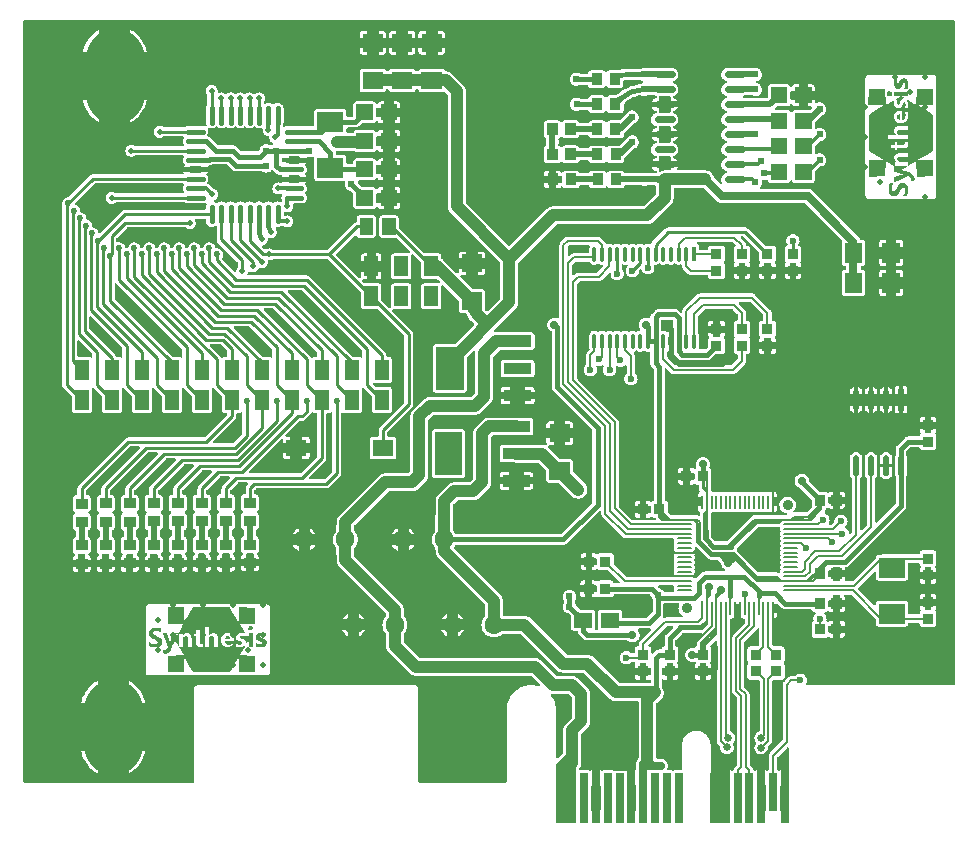
<source format=gtl>
G04 Layer: TopLayer*
G04 EasyEDA v6.4.19.4, 2021-05-08T19:32:42+08:00*
G04 959c2f807fa24cb394336e4151b9ccfb,119f753a6ce64b8d841f2ad33262ab0c,10*
G04 Gerber Generator version 0.2*
G04 Scale: 100 percent, Rotated: No, Reflected: No *
G04 Dimensions in millimeters *
G04 leading zeros omitted , absolute positions ,4 integer and 5 decimal *
%FSLAX45Y45*%
%MOMM*%

%ADD11C,0.2032*%
%ADD12C,0.2300*%
%ADD13C,0.5000*%
%ADD14C,0.3810*%
%ADD15C,1.0000*%
%ADD16C,0.3000*%
%ADD17C,0.2500*%
%ADD18C,0.4000*%
%ADD19C,0.1778*%
%ADD20C,0.8000*%
%ADD21C,0.7000*%
%ADD22C,0.2540*%
%ADD23C,0.3048*%
%ADD24C,0.5080*%
%ADD25C,0.2000*%
%ADD26C,0.1500*%
%ADD27C,0.3302*%
%ADD28C,0.6000*%
%ADD29C,0.4500*%
%ADD30C,0.5000*%
%ADD31C,0.7000*%
%ADD32C,0.6350*%
%ADD33C,0.6096*%
%ADD34C,0.5300*%
%ADD35R,0.7000X4.2000*%
%ADD36R,0.7000X3.2000*%
%ADD37R,2.2000X1.7000*%
%ADD38R,0.9144X0.9144*%
%ADD39R,1.7280X1.4850*%
%ADD40C,0.8890*%
%ADD41R,0.2032X1.2700*%
%ADD42R,0.5588X1.8288*%
%ADD44R,0.3302X1.2700*%
%ADD48R,0.9299X0.9799*%
%ADD51R,1.7500X1.4000*%
%ADD52R,0.9799X0.9299*%
%ADD53C,1.6000*%
%ADD54R,1.2000X1.7000*%
%ADD55C,5.0000*%

%LPD*%
G36*
X5152898Y4039362D02*
G01*
X5148986Y4040124D01*
X5145735Y4042308D01*
X5143500Y4045610D01*
X5142738Y4049522D01*
X5142738Y4109974D01*
X5143500Y4113885D01*
X5145735Y4117187D01*
X5155336Y4126788D01*
X5158638Y4129024D01*
X5162550Y4129786D01*
X5318404Y4129786D01*
X5322112Y4129074D01*
X5325313Y4127093D01*
X5327548Y4124045D01*
X5328513Y4120438D01*
X5328107Y4116679D01*
X5325567Y4108297D01*
X5324754Y4099610D01*
X5324754Y4071874D01*
X5323941Y4067962D01*
X5321757Y4064711D01*
X5318455Y4062476D01*
X5314594Y4061714D01*
X5194808Y4061714D01*
X5186883Y4060901D01*
X5179771Y4058564D01*
X5173167Y4054754D01*
X5168696Y4050944D01*
X5160060Y4042308D01*
X5156809Y4040124D01*
G37*

%LPD*%
G36*
X5192776Y3876040D02*
G01*
X5188864Y3876801D01*
X5185613Y3878986D01*
X5183378Y3882288D01*
X5182616Y3886200D01*
X5182616Y3959351D01*
X5183378Y3963263D01*
X5185613Y3966565D01*
X5206136Y3987088D01*
X5209438Y3989324D01*
X5213350Y3990086D01*
X5321858Y3990086D01*
X5325414Y3989425D01*
X5328564Y3987546D01*
X5330799Y3984701D01*
X5331866Y3982720D01*
X5337098Y3976319D01*
X5343499Y3971086D01*
X5350764Y3967226D01*
X5358688Y3964787D01*
X5366918Y3963974D01*
X5375097Y3964787D01*
X5383022Y3967226D01*
X5390286Y3971086D01*
X5392928Y3973271D01*
X5395976Y3974998D01*
X5399379Y3975557D01*
X5402834Y3974998D01*
X5405831Y3973271D01*
X5408472Y3971086D01*
X5415788Y3967226D01*
X5423662Y3964787D01*
X5431891Y3963974D01*
X5437479Y3963720D01*
X5441035Y3961688D01*
X5443524Y3958386D01*
X5444490Y3954373D01*
X5443778Y3950309D01*
X5441543Y3946855D01*
X5394299Y3899611D01*
X5390997Y3897376D01*
X5387086Y3896614D01*
X5232908Y3896614D01*
X5224983Y3895801D01*
X5217871Y3893464D01*
X5211267Y3889654D01*
X5206796Y3885844D01*
X5199938Y3878986D01*
X5196687Y3876801D01*
G37*

%LPD*%
G36*
X6059830Y3110992D02*
G01*
X6055969Y3111804D01*
X6052667Y3113989D01*
X5990691Y3175965D01*
X5988507Y3179267D01*
X5987694Y3183128D01*
X5987694Y3220872D01*
X5988405Y3224580D01*
X5990386Y3227781D01*
X5993434Y3230016D01*
X5997092Y3230981D01*
X6002324Y3230168D01*
X6002324Y3278581D01*
X5999022Y3279851D01*
X5996381Y3282086D01*
X5994654Y3285134D01*
X5994095Y3288537D01*
X5994095Y3344418D01*
X5994654Y3347872D01*
X5996381Y3350920D01*
X5999022Y3353155D01*
X6002324Y3354425D01*
X6002324Y3402837D01*
X6000800Y3402380D01*
X5993485Y3398520D01*
X5990844Y3396335D01*
X5987846Y3394608D01*
X5984392Y3394049D01*
X5980988Y3394608D01*
X5977940Y3396335D01*
X5975299Y3398520D01*
X5968034Y3402380D01*
X5960110Y3404819D01*
X5951931Y3405632D01*
X5942838Y3404717D01*
X5938621Y3405174D01*
X5935014Y3407308D01*
X5932525Y3410712D01*
X5931662Y3414826D01*
X5931662Y3488436D01*
X5932424Y3492347D01*
X5934659Y3495598D01*
X5937910Y3497834D01*
X5941822Y3498596D01*
X6025794Y3498596D01*
X6029655Y3497834D01*
X6034074Y3494481D01*
X6036310Y3491179D01*
X6037072Y3487318D01*
X6037072Y3414826D01*
X6036411Y3411169D01*
X6034430Y3408019D01*
X6031534Y3405784D01*
X6031534Y3353511D01*
X6034430Y3351225D01*
X6036411Y3348075D01*
X6037072Y3344418D01*
X6037072Y3288537D01*
X6036411Y3284931D01*
X6034430Y3281781D01*
X6031534Y3279495D01*
X6031534Y3227527D01*
X6033109Y3227070D01*
X6036106Y3224631D01*
X6037986Y3221278D01*
X6040932Y3212592D01*
X6044946Y3205378D01*
X6050483Y3198672D01*
X6079845Y3169412D01*
X6086703Y3164230D01*
X6094069Y3160522D01*
X6101994Y3158286D01*
X6110681Y3157474D01*
X6327851Y3157524D01*
X6336334Y3158693D01*
X6344158Y3161334D01*
X6351371Y3165348D01*
X6358077Y3170885D01*
X6391198Y3204057D01*
X6394500Y3206242D01*
X6398412Y3207004D01*
X6447536Y3207004D01*
X6453835Y3207715D01*
X6459220Y3209645D01*
X6464096Y3212693D01*
X6468110Y3216706D01*
X6471158Y3221583D01*
X6473088Y3226968D01*
X6473799Y3233267D01*
X6473799Y3323539D01*
X6473088Y3329838D01*
X6471158Y3335223D01*
X6468110Y3340100D01*
X6464909Y3344367D01*
X6464147Y3348228D01*
X6464909Y3352139D01*
X6468110Y3356406D01*
X6471158Y3361283D01*
X6473088Y3366668D01*
X6473799Y3372967D01*
X6473799Y3388868D01*
X6431635Y3388868D01*
X6431635Y3359912D01*
X6430822Y3356051D01*
X6428638Y3352749D01*
X6425336Y3350564D01*
X6421475Y3349751D01*
X6383375Y3349751D01*
X6379464Y3350564D01*
X6376162Y3352749D01*
X6373977Y3356051D01*
X6373215Y3359912D01*
X6373215Y3388868D01*
X6331051Y3388868D01*
X6331051Y3372967D01*
X6331712Y3366668D01*
X6333642Y3361283D01*
X6336690Y3356406D01*
X6339890Y3352139D01*
X6340652Y3348228D01*
X6339890Y3344367D01*
X6336690Y3340100D01*
X6333642Y3335223D01*
X6331712Y3329838D01*
X6331051Y3323539D01*
X6331051Y3274517D01*
X6330238Y3270605D01*
X6328054Y3267303D01*
X6310579Y3249879D01*
X6307277Y3247644D01*
X6303416Y3246882D01*
X6262522Y3246882D01*
X6258814Y3247593D01*
X6255613Y3249574D01*
X6253378Y3252622D01*
X6252413Y3256229D01*
X6253226Y3261309D01*
X6254089Y3269996D01*
X6254089Y3363010D01*
X6253226Y3371697D01*
X6250787Y3379622D01*
X6247993Y3385464D01*
X6247739Y3387953D01*
X6247739Y3526078D01*
X6248501Y3529939D01*
X6250686Y3533241D01*
X6299962Y3582517D01*
X6303264Y3584701D01*
X6307124Y3585464D01*
X6535775Y3585464D01*
X6539636Y3584701D01*
X6542938Y3582517D01*
X6579514Y3545941D01*
X6581698Y3542639D01*
X6582511Y3538778D01*
X6582511Y3499612D01*
X6581800Y3496005D01*
X6579920Y3492855D01*
X6576974Y3490569D01*
X6573469Y3489502D01*
X6566865Y3488791D01*
X6561480Y3486861D01*
X6556603Y3483813D01*
X6552590Y3479800D01*
X6549542Y3474923D01*
X6547612Y3469538D01*
X6546951Y3463239D01*
X6546951Y3372967D01*
X6547612Y3366668D01*
X6549542Y3361283D01*
X6552590Y3356406D01*
X6555790Y3352139D01*
X6556552Y3348228D01*
X6555790Y3344367D01*
X6552590Y3340100D01*
X6549542Y3335223D01*
X6547612Y3329838D01*
X6546951Y3323539D01*
X6546951Y3233267D01*
X6547612Y3226968D01*
X6549542Y3221583D01*
X6552590Y3216706D01*
X6556603Y3212693D01*
X6561480Y3209645D01*
X6566865Y3207715D01*
X6573469Y3207004D01*
X6576974Y3205937D01*
X6579920Y3203651D01*
X6581800Y3200501D01*
X6582511Y3196894D01*
X6582511Y3170428D01*
X6581698Y3166567D01*
X6579514Y3163265D01*
X6530238Y3113989D01*
X6526936Y3111804D01*
X6523075Y3110992D01*
G37*

%LPC*%
G36*
X6331051Y3447287D02*
G01*
X6373215Y3447287D01*
X6373215Y3489451D01*
X6357264Y3489451D01*
X6350965Y3488791D01*
X6345580Y3486861D01*
X6340703Y3483813D01*
X6336690Y3479800D01*
X6333642Y3474923D01*
X6331712Y3469538D01*
X6331051Y3463239D01*
G37*
G36*
X6431635Y3447287D02*
G01*
X6473799Y3447287D01*
X6473799Y3463239D01*
X6473088Y3469538D01*
X6471158Y3474923D01*
X6468110Y3479800D01*
X6464096Y3483813D01*
X6459220Y3486861D01*
X6453835Y3488791D01*
X6447536Y3489451D01*
X6431635Y3489451D01*
G37*

%LPD*%
G36*
X6930796Y1353769D02*
G01*
X6926834Y1354836D01*
X6924649Y1355953D01*
X6917283Y1357884D01*
X6911441Y1358341D01*
X6764375Y1358341D01*
X6760514Y1359154D01*
X6757212Y1361338D01*
X6583273Y1535277D01*
X6579108Y1538782D01*
X6574078Y1544167D01*
X6572046Y1547469D01*
X6571386Y1551279D01*
X6572199Y1555089D01*
X6574383Y1558290D01*
X6755282Y1739188D01*
X6758584Y1741424D01*
X6762496Y1742186D01*
X6931202Y1742287D01*
X6934860Y1741830D01*
X6938111Y1740052D01*
X6940550Y1737207D01*
X6941769Y1733753D01*
X6941566Y1729638D01*
X6941566Y1722170D01*
X6943140Y1714855D01*
X6945274Y1710029D01*
X6946188Y1705914D01*
X6945274Y1701749D01*
X6943140Y1696974D01*
X6941566Y1689658D01*
X6941566Y1682140D01*
X6943140Y1674825D01*
X6945274Y1670050D01*
X6946188Y1665884D01*
X6945274Y1661769D01*
X6943140Y1656943D01*
X6941566Y1649628D01*
X6941566Y1642160D01*
X6943140Y1634845D01*
X6945274Y1630019D01*
X6946138Y1625904D01*
X6945274Y1621790D01*
X6943140Y1616964D01*
X6941566Y1609648D01*
X6941566Y1602181D01*
X6943140Y1594866D01*
X6945274Y1590040D01*
X6946188Y1585925D01*
X6945274Y1581759D01*
X6943140Y1576984D01*
X6941566Y1569669D01*
X6941566Y1562150D01*
X6943140Y1554835D01*
X6945274Y1550060D01*
X6946188Y1545894D01*
X6945274Y1541780D01*
X6943140Y1536954D01*
X6941566Y1529638D01*
X6941566Y1522171D01*
X6943140Y1514856D01*
X6945274Y1510030D01*
X6946188Y1505915D01*
X6945274Y1501749D01*
X6943140Y1496974D01*
X6941566Y1489659D01*
X6941566Y1482140D01*
X6943140Y1474825D01*
X6945274Y1470050D01*
X6946188Y1465884D01*
X6945274Y1461770D01*
X6943140Y1456944D01*
X6941566Y1449628D01*
X6941566Y1442161D01*
X6943140Y1434846D01*
X6945274Y1430020D01*
X6946138Y1425905D01*
X6945274Y1421790D01*
X6943140Y1416964D01*
X6941566Y1409649D01*
X6941566Y1402181D01*
X6943140Y1394866D01*
X6945274Y1390040D01*
X6946188Y1385925D01*
X6945274Y1381760D01*
X6943140Y1376984D01*
X6941566Y1369669D01*
X6941566Y1363878D01*
X6940753Y1359865D01*
X6938365Y1356461D01*
X6934860Y1354328D01*
G37*

%LPD*%
G36*
X6208217Y1314450D02*
G01*
X6205575Y1314805D01*
X6200902Y1317091D01*
X6197752Y1319936D01*
X6196025Y1323797D01*
X6196025Y1328013D01*
X6197752Y1331874D01*
X6200902Y1334719D01*
X6205575Y1337005D01*
X6208166Y1337310D01*
X6217666Y1337310D01*
X6215684Y1341780D01*
X6214821Y1345895D01*
X6215684Y1350060D01*
X6217818Y1354836D01*
X6219393Y1362151D01*
X6219393Y1369669D01*
X6217818Y1376984D01*
X6215684Y1381760D01*
X6214821Y1385925D01*
X6215684Y1390040D01*
X6217818Y1394866D01*
X6219393Y1402181D01*
X6219393Y1409649D01*
X6217818Y1416964D01*
X6215684Y1421790D01*
X6214821Y1425905D01*
X6215684Y1430020D01*
X6217818Y1434846D01*
X6219393Y1442161D01*
X6219393Y1449628D01*
X6217818Y1456944D01*
X6215684Y1461770D01*
X6214821Y1465884D01*
X6215684Y1470050D01*
X6217818Y1474825D01*
X6219393Y1482140D01*
X6219393Y1489659D01*
X6217818Y1496974D01*
X6215684Y1501749D01*
X6214821Y1505915D01*
X6215684Y1510030D01*
X6217666Y1514449D01*
X6208166Y1514449D01*
X6205575Y1514805D01*
X6200902Y1517091D01*
X6197752Y1519936D01*
X6196025Y1523796D01*
X6196025Y1528013D01*
X6197752Y1531874D01*
X6200902Y1534718D01*
X6205575Y1537004D01*
X6208166Y1537309D01*
X6217666Y1537309D01*
X6215684Y1541780D01*
X6214821Y1545894D01*
X6215684Y1550060D01*
X6217818Y1554835D01*
X6219393Y1562150D01*
X6220155Y1567078D01*
X6222390Y1570380D01*
X6225692Y1572564D01*
X6229553Y1573377D01*
X6233464Y1572564D01*
X6236716Y1570380D01*
X6329629Y1477568D01*
X6336487Y1472387D01*
X6343853Y1468729D01*
X6351778Y1466443D01*
X6360464Y1465630D01*
X6407810Y1465630D01*
X6411722Y1464868D01*
X6415024Y1462684D01*
X6440982Y1436725D01*
X6443014Y1433779D01*
X6443929Y1430375D01*
X6444183Y1426921D01*
X6446672Y1417218D01*
X6450685Y1408074D01*
X6456172Y1399692D01*
X6462928Y1392326D01*
X6471818Y1385468D01*
X6474510Y1382318D01*
X6475730Y1378305D01*
X6475222Y1374190D01*
X6473088Y1370584D01*
X6469684Y1368145D01*
X6465620Y1367282D01*
X6303314Y1367231D01*
X6294831Y1366062D01*
X6287008Y1363421D01*
X6279794Y1359408D01*
X6273088Y1353870D01*
X6236716Y1317498D01*
X6233464Y1315313D01*
X6229553Y1314500D01*
G37*

%LPD*%
G36*
X5966256Y1189482D02*
G01*
X5962497Y1190193D01*
X5959246Y1192276D01*
X5957011Y1195324D01*
X5955690Y1198270D01*
X5950051Y1206246D01*
X5943142Y1213154D01*
X5935167Y1218793D01*
X5926277Y1222908D01*
X5918911Y1224889D01*
X5916472Y1225905D01*
X5914339Y1227531D01*
X5909106Y1232763D01*
X5906922Y1236065D01*
X5906160Y1239926D01*
X5906922Y1243838D01*
X5909106Y1247140D01*
X5912408Y1249324D01*
X5916320Y1250086D01*
X6031687Y1250086D01*
X6035090Y1249527D01*
X6038088Y1247851D01*
X6040323Y1245260D01*
X6041593Y1242060D01*
X6043168Y1234846D01*
X6045301Y1230020D01*
X6046165Y1225905D01*
X6045301Y1221740D01*
X6043168Y1216964D01*
X6041593Y1209649D01*
X6041593Y1197254D01*
X6039612Y1193241D01*
X6036106Y1190447D01*
X6031738Y1189482D01*
G37*

%LPD*%
G36*
X6566458Y1017778D02*
G01*
X6562598Y1018590D01*
X6559296Y1020775D01*
X6557111Y1024077D01*
X6556298Y1027937D01*
X6556298Y1083818D01*
X6557111Y1087729D01*
X6559296Y1091031D01*
X6562598Y1093216D01*
X6566458Y1093978D01*
X6594551Y1093978D01*
X6598412Y1093216D01*
X6601714Y1091031D01*
X6603898Y1087729D01*
X6604711Y1083818D01*
X6604711Y1027937D01*
X6603898Y1024077D01*
X6601714Y1020775D01*
X6598412Y1018590D01*
X6594551Y1017778D01*
G37*

%LPD*%
G36*
X5957163Y975614D02*
G01*
X5953048Y977036D01*
X5949899Y980084D01*
X5948324Y984148D01*
X5948629Y988466D01*
X5951016Y996899D01*
X5951829Y1005586D01*
X5951829Y1089914D01*
X5952591Y1093825D01*
X5954776Y1097076D01*
X5958078Y1099312D01*
X5961989Y1100074D01*
X6077762Y1100074D01*
X6081674Y1099312D01*
X6084976Y1097076D01*
X6087160Y1093825D01*
X6087922Y1089914D01*
X6087160Y1086002D01*
X6083655Y1077569D01*
X6081115Y1066850D01*
X6080252Y1055878D01*
X6081115Y1044956D01*
X6083655Y1034237D01*
X6087872Y1024077D01*
X6093612Y1014730D01*
X6100775Y1006348D01*
X6109106Y999236D01*
X6113983Y996238D01*
X6117132Y993241D01*
X6118707Y989177D01*
X6118453Y984808D01*
X6116370Y980998D01*
X6112916Y978357D01*
X6108649Y977392D01*
X5971133Y977392D01*
X5963158Y976579D01*
X5961532Y976020D01*
G37*

%LPD*%
G36*
X6525971Y801725D02*
G01*
X6521856Y802233D01*
X6518300Y804367D01*
X6515912Y807770D01*
X6515049Y811834D01*
X6515049Y956818D01*
X6515607Y960221D01*
X6517335Y963269D01*
X6519926Y965504D01*
X6523126Y966774D01*
X6531559Y968552D01*
X6536385Y970686D01*
X6540500Y971550D01*
X6544614Y970686D01*
X6549085Y968705D01*
X6549085Y978153D01*
X6549390Y980795D01*
X6550406Y983234D01*
X6552946Y987653D01*
X6555943Y990904D01*
X6560007Y992581D01*
X6564375Y992378D01*
X6568287Y990346D01*
X6570980Y986840D01*
X6571945Y982573D01*
X6571945Y968705D01*
X6576364Y970686D01*
X6580479Y971600D01*
X6584645Y970686D01*
X6589064Y968705D01*
X6589064Y982624D01*
X6590030Y986891D01*
X6592671Y990396D01*
X6596583Y992428D01*
X6601002Y992632D01*
X6605066Y990955D01*
X6608013Y987704D01*
X6610553Y983284D01*
X6611569Y980846D01*
X6611924Y978204D01*
X6611924Y968705D01*
X6616344Y970686D01*
X6620509Y971600D01*
X6624624Y970686D01*
X6629450Y968552D01*
X6637883Y966774D01*
X6641084Y965504D01*
X6643674Y963218D01*
X6645351Y960221D01*
X6645960Y956818D01*
X6645960Y932891D01*
X6645198Y929030D01*
X6642963Y925728D01*
X6544716Y827481D01*
X6539839Y821436D01*
X6536588Y815035D01*
X6535013Y809193D01*
X6533134Y805484D01*
X6529933Y802843D01*
G37*

%LPD*%
G36*
X5861659Y671474D02*
G01*
X5857748Y672236D01*
X5854446Y674420D01*
X5852261Y677722D01*
X5851499Y681634D01*
X5851499Y707339D01*
X5850788Y713638D01*
X5848858Y719023D01*
X5845810Y723900D01*
X5841796Y727913D01*
X5836920Y730961D01*
X5832703Y732434D01*
X5829198Y734568D01*
X5826810Y737819D01*
X5825896Y741832D01*
X5826607Y745845D01*
X5828893Y749249D01*
X5982462Y902817D01*
X5985764Y905002D01*
X5989624Y905764D01*
X6024829Y905764D01*
X6028740Y905002D01*
X6032042Y902817D01*
X6034227Y899515D01*
X6034989Y895603D01*
X6034227Y891743D01*
X6032042Y888441D01*
X5975908Y832256D01*
X5970727Y825398D01*
X5967069Y818032D01*
X5964783Y810107D01*
X5964021Y801420D01*
X5964021Y742442D01*
X5963158Y738378D01*
X5960770Y734974D01*
X5957214Y732840D01*
X5951880Y730961D01*
X5947003Y727913D01*
X5942990Y723900D01*
X5939942Y719023D01*
X5938062Y713689D01*
X5935929Y710184D01*
X5932576Y707745D01*
X5928512Y706932D01*
X5917996Y706831D01*
X5909564Y705662D01*
X5901740Y703072D01*
X5894578Y699058D01*
X5887872Y693470D01*
X5868822Y674420D01*
X5865520Y672236D01*
G37*

%LPD*%
G36*
X5588050Y419354D02*
G01*
X5584190Y420116D01*
X5580888Y422300D01*
X5361787Y641350D01*
X5354980Y646988D01*
X5352948Y648411D01*
X5345379Y652983D01*
X5343194Y654100D01*
X5335016Y657453D01*
X5332679Y658215D01*
X5324094Y660349D01*
X5321655Y660755D01*
X5312816Y661619D01*
X5142534Y661670D01*
X5138674Y662432D01*
X5135372Y664616D01*
X4827981Y971905D01*
X4821580Y977137D01*
X4819091Y978916D01*
X4812030Y983132D01*
X4809286Y984503D01*
X4801616Y987653D01*
X4798720Y988618D01*
X4790694Y990549D01*
X4787696Y991057D01*
X4779467Y991819D01*
X4604308Y990650D01*
X4600397Y991412D01*
X4597044Y993597D01*
X4594860Y996899D01*
X4594047Y1000810D01*
X4593996Y1123035D01*
X4593183Y1131874D01*
X4592777Y1134262D01*
X4590643Y1142898D01*
X4589881Y1145184D01*
X4586478Y1153363D01*
X4585360Y1155598D01*
X4580788Y1163167D01*
X4573727Y1172006D01*
X4184497Y1561338D01*
X4182465Y1564132D01*
X4181551Y1567484D01*
X4181805Y1570990D01*
X4183227Y1574139D01*
X4190796Y1585468D01*
X4192015Y1587906D01*
X4194251Y1590903D01*
X4197400Y1592884D01*
X4201109Y1593596D01*
X5107127Y1593646D01*
X5115610Y1594815D01*
X5123434Y1597456D01*
X5130647Y1601470D01*
X5137353Y1607007D01*
X5409387Y1879041D01*
X5412638Y1881225D01*
X5416550Y1882038D01*
X5420461Y1881225D01*
X5423712Y1879041D01*
X5425948Y1875739D01*
X5426710Y1871878D01*
X5426710Y1856486D01*
X5427522Y1848561D01*
X5429859Y1841449D01*
X5433669Y1834845D01*
X5437479Y1830374D01*
X5606999Y1660855D01*
X5613247Y1655825D01*
X5619902Y1652422D01*
X5627217Y1650441D01*
X5633110Y1649984D01*
X6031687Y1649984D01*
X6035090Y1649425D01*
X6038088Y1647698D01*
X6040374Y1645107D01*
X6041644Y1641957D01*
X6043168Y1634845D01*
X6045301Y1630019D01*
X6046165Y1625904D01*
X6045301Y1621790D01*
X6043168Y1616964D01*
X6041593Y1609648D01*
X6041593Y1602181D01*
X6043168Y1594866D01*
X6045301Y1590040D01*
X6046165Y1585925D01*
X6045301Y1581759D01*
X6043168Y1576984D01*
X6041593Y1569669D01*
X6041593Y1562150D01*
X6043168Y1554835D01*
X6045301Y1550060D01*
X6046165Y1545894D01*
X6045301Y1541780D01*
X6043320Y1537309D01*
X6052820Y1537309D01*
X6055410Y1537004D01*
X6060084Y1534718D01*
X6063234Y1531874D01*
X6064961Y1528013D01*
X6064961Y1523796D01*
X6063234Y1519936D01*
X6060084Y1517091D01*
X6055410Y1514805D01*
X6052820Y1514449D01*
X6043320Y1514449D01*
X6045301Y1510030D01*
X6046165Y1505915D01*
X6045301Y1501749D01*
X6043168Y1496974D01*
X6041593Y1489659D01*
X6041593Y1482140D01*
X6043168Y1474825D01*
X6045301Y1470050D01*
X6046165Y1465884D01*
X6045301Y1461770D01*
X6043168Y1456944D01*
X6041593Y1449628D01*
X6041593Y1442161D01*
X6043168Y1434846D01*
X6045301Y1430020D01*
X6046165Y1425905D01*
X6045301Y1421790D01*
X6043168Y1416964D01*
X6041593Y1409649D01*
X6041593Y1402181D01*
X6043168Y1394866D01*
X6045301Y1390040D01*
X6046165Y1385925D01*
X6045301Y1381760D01*
X6043168Y1376984D01*
X6041593Y1369669D01*
X6041593Y1362151D01*
X6043168Y1354836D01*
X6045301Y1350060D01*
X6046165Y1345895D01*
X6045301Y1341780D01*
X6043168Y1336954D01*
X6041593Y1329791D01*
X6040323Y1326591D01*
X6038088Y1324000D01*
X6035090Y1322324D01*
X6031687Y1321714D01*
X5645353Y1321714D01*
X5641441Y1322476D01*
X5638139Y1324711D01*
X5536946Y1425905D01*
X5534761Y1429207D01*
X5533999Y1433068D01*
X5533999Y1494739D01*
X5533288Y1501038D01*
X5531358Y1506423D01*
X5528310Y1511300D01*
X5524296Y1515313D01*
X5519420Y1518361D01*
X5514035Y1520291D01*
X5507736Y1520952D01*
X5417464Y1520952D01*
X5411165Y1520291D01*
X5405780Y1518361D01*
X5400903Y1515313D01*
X5396636Y1512112D01*
X5392775Y1511350D01*
X5388864Y1512112D01*
X5384596Y1515313D01*
X5379720Y1518361D01*
X5374335Y1520291D01*
X5368036Y1520952D01*
X5352135Y1520952D01*
X5352135Y1478788D01*
X5381091Y1478788D01*
X5384952Y1478026D01*
X5388254Y1475841D01*
X5390438Y1472539D01*
X5391251Y1468628D01*
X5391251Y1430528D01*
X5390438Y1426667D01*
X5388254Y1423365D01*
X5384952Y1421180D01*
X5381091Y1420368D01*
X5352135Y1420368D01*
X5352135Y1378204D01*
X5368036Y1378204D01*
X5374335Y1378915D01*
X5379720Y1380845D01*
X5384596Y1383893D01*
X5388864Y1387094D01*
X5392775Y1387856D01*
X5396636Y1387094D01*
X5400903Y1383893D01*
X5405780Y1380845D01*
X5411165Y1378915D01*
X5417464Y1378204D01*
X5479135Y1378204D01*
X5482996Y1377442D01*
X5486298Y1375257D01*
X5579364Y1282192D01*
X5581548Y1278890D01*
X5582310Y1275029D01*
X5581548Y1271117D01*
X5579364Y1267815D01*
X5576062Y1265631D01*
X5572150Y1264869D01*
X5540908Y1264869D01*
X5536844Y1265682D01*
X5533440Y1268120D01*
X5531307Y1271676D01*
X5529783Y1276045D01*
X5526735Y1280871D01*
X5522671Y1284935D01*
X5517845Y1287983D01*
X5512409Y1289862D01*
X5506161Y1290574D01*
X5415838Y1290574D01*
X5409590Y1289862D01*
X5404154Y1287983D01*
X5399328Y1284935D01*
X5395061Y1281734D01*
X5391150Y1280972D01*
X5387238Y1281734D01*
X5382971Y1284935D01*
X5378145Y1287983D01*
X5372709Y1289862D01*
X5366461Y1290574D01*
X5350510Y1290574D01*
X5350510Y1248410D01*
X5379466Y1248410D01*
X5383377Y1247648D01*
X5386628Y1245412D01*
X5388864Y1242161D01*
X5389626Y1238250D01*
X5389626Y1200150D01*
X5388864Y1196238D01*
X5386628Y1192987D01*
X5383377Y1190752D01*
X5379466Y1189990D01*
X5350510Y1189990D01*
X5350510Y1147826D01*
X5366461Y1147826D01*
X5372709Y1148537D01*
X5378145Y1150416D01*
X5382971Y1153464D01*
X5387238Y1156665D01*
X5391150Y1157427D01*
X5395061Y1156665D01*
X5399328Y1153464D01*
X5404154Y1150416D01*
X5409590Y1148537D01*
X5415838Y1147826D01*
X5506161Y1147826D01*
X5512409Y1148537D01*
X5517845Y1150416D01*
X5522671Y1153464D01*
X5526735Y1157528D01*
X5529783Y1162354D01*
X5531307Y1166723D01*
X5533440Y1170279D01*
X5536844Y1172718D01*
X5540908Y1173530D01*
X5834989Y1173530D01*
X5838850Y1172768D01*
X5842152Y1170584D01*
X5849772Y1162964D01*
X5851398Y1160830D01*
X5852414Y1158392D01*
X5854395Y1151026D01*
X5858510Y1142136D01*
X5860542Y1139240D01*
X5861913Y1136446D01*
X5862421Y1133398D01*
X5862421Y1027836D01*
X5861608Y1023924D01*
X5859424Y1020622D01*
X5815380Y976579D01*
X5812078Y974394D01*
X5808167Y973582D01*
X5612739Y973582D01*
X5608828Y974394D01*
X5605526Y976579D01*
X5603341Y979881D01*
X5602579Y983742D01*
X5602579Y1017219D01*
X5601868Y1023518D01*
X5599938Y1028903D01*
X5596890Y1033780D01*
X5592876Y1037793D01*
X5588000Y1040841D01*
X5582615Y1042771D01*
X5576316Y1043432D01*
X5425084Y1043432D01*
X5418785Y1042771D01*
X5413400Y1040841D01*
X5408523Y1037793D01*
X5404510Y1033780D01*
X5401462Y1028903D01*
X5399532Y1023518D01*
X5398871Y1017219D01*
X5398871Y891489D01*
X5399887Y883462D01*
X5399532Y879195D01*
X5397449Y875487D01*
X5393994Y872896D01*
X5389829Y871982D01*
X5382971Y871982D01*
X5378805Y872896D01*
X5375351Y875487D01*
X5373268Y879195D01*
X5372912Y883462D01*
X5373979Y891489D01*
X5373979Y1017219D01*
X5373268Y1023518D01*
X5371338Y1028903D01*
X5368290Y1033780D01*
X5364276Y1037793D01*
X5359400Y1040841D01*
X5354015Y1042771D01*
X5347716Y1043432D01*
X5251704Y1043432D01*
X5247843Y1044244D01*
X5244541Y1046429D01*
X5215128Y1075842D01*
X5213502Y1077925D01*
X5212486Y1080414D01*
X5210505Y1087780D01*
X5206390Y1096670D01*
X5203901Y1100988D01*
X5203444Y1104036D01*
X5203444Y1119327D01*
X5203901Y1122375D01*
X5206390Y1126693D01*
X5210505Y1135583D01*
X5213045Y1145032D01*
X5213908Y1154734D01*
X5213045Y1164488D01*
X5210505Y1173937D01*
X5206390Y1182827D01*
X5200751Y1190802D01*
X5193842Y1197711D01*
X5185867Y1203350D01*
X5176977Y1207465D01*
X5167528Y1210005D01*
X5157825Y1210868D01*
X5148072Y1210005D01*
X5138623Y1207465D01*
X5129733Y1203350D01*
X5121757Y1197711D01*
X5114848Y1190802D01*
X5109210Y1182827D01*
X5105095Y1173937D01*
X5102555Y1164488D01*
X5101691Y1154734D01*
X5102555Y1145032D01*
X5105095Y1135583D01*
X5109210Y1126693D01*
X5111699Y1122375D01*
X5112156Y1119327D01*
X5112156Y1104036D01*
X5111699Y1100988D01*
X5109210Y1096670D01*
X5105095Y1087780D01*
X5102555Y1078331D01*
X5101691Y1068578D01*
X5102555Y1058875D01*
X5105095Y1049426D01*
X5109210Y1040536D01*
X5114848Y1032560D01*
X5121757Y1025652D01*
X5129733Y1020013D01*
X5138623Y1015898D01*
X5145989Y1013917D01*
X5148478Y1012901D01*
X5150561Y1011275D01*
X5167274Y994562D01*
X5169458Y991260D01*
X5170271Y987399D01*
X5170271Y891387D01*
X5170932Y885088D01*
X5172862Y879703D01*
X5175910Y874826D01*
X5179923Y870813D01*
X5184800Y867765D01*
X5190185Y865835D01*
X5196484Y865124D01*
X5218277Y865124D01*
X5221681Y864565D01*
X5224729Y862837D01*
X5226964Y860196D01*
X5231231Y847344D01*
X5235244Y840181D01*
X5240832Y833475D01*
X5279847Y794512D01*
X5286705Y789330D01*
X5294071Y785672D01*
X5301996Y783386D01*
X5310682Y782574D01*
X5646775Y782574D01*
X5650077Y782066D01*
X5653024Y780440D01*
X5658053Y776528D01*
X5666841Y771804D01*
X5676341Y768553D01*
X5686196Y766876D01*
X5696204Y766876D01*
X5706059Y768553D01*
X5715558Y771804D01*
X5724347Y776528D01*
X5732272Y782726D01*
X5739028Y790092D01*
X5744514Y798474D01*
X5748528Y807618D01*
X5751017Y817321D01*
X5751830Y827278D01*
X5751017Y837285D01*
X5748528Y846988D01*
X5744514Y856132D01*
X5739028Y864514D01*
X5736640Y867156D01*
X5734608Y870458D01*
X5733948Y874318D01*
X5734812Y878128D01*
X5736996Y881329D01*
X5740298Y883462D01*
X5744108Y884174D01*
X5830773Y884174D01*
X5837428Y884936D01*
X5841593Y884631D01*
X5845302Y882650D01*
X5847943Y879398D01*
X5848959Y875334D01*
X5848299Y871169D01*
X5846013Y867664D01*
X5755132Y776782D01*
X5750102Y770585D01*
X5746699Y763930D01*
X5744768Y756564D01*
X5744311Y750722D01*
X5744311Y743712D01*
X5743600Y740105D01*
X5741720Y736955D01*
X5738774Y734669D01*
X5735269Y733602D01*
X5728665Y732891D01*
X5723280Y730961D01*
X5718403Y727913D01*
X5714390Y723900D01*
X5711342Y719023D01*
X5709412Y713638D01*
X5708751Y707339D01*
X5708751Y682752D01*
X5707938Y678891D01*
X5705754Y675589D01*
X5702452Y673404D01*
X5698591Y672592D01*
X5687161Y672592D01*
X5683250Y673404D01*
X5679948Y675589D01*
X5676138Y679399D01*
X5668213Y684987D01*
X5659424Y689051D01*
X5650077Y691591D01*
X5640425Y692404D01*
X5630722Y691591D01*
X5621375Y689051D01*
X5612587Y684987D01*
X5604662Y679399D01*
X5597804Y672541D01*
X5592216Y664616D01*
X5588152Y655828D01*
X5585612Y646480D01*
X5584799Y636778D01*
X5585612Y627126D01*
X5588152Y617778D01*
X5592216Y608990D01*
X5597804Y601065D01*
X5604662Y594207D01*
X5612587Y588619D01*
X5621375Y584555D01*
X5630722Y582015D01*
X5640425Y581202D01*
X5650077Y582015D01*
X5659424Y584555D01*
X5668213Y588619D01*
X5676138Y594207D01*
X5679948Y598017D01*
X5683250Y600202D01*
X5687161Y600964D01*
X5706668Y600964D01*
X5710885Y600049D01*
X5714339Y597458D01*
X5716422Y593699D01*
X5716727Y589381D01*
X5715203Y585317D01*
X5711291Y579272D01*
X5709412Y573938D01*
X5708751Y567639D01*
X5708751Y551688D01*
X5750915Y551688D01*
X5750915Y580644D01*
X5751677Y584555D01*
X5753862Y587857D01*
X5757164Y590042D01*
X5761075Y590804D01*
X5799175Y590804D01*
X5803036Y590042D01*
X5806338Y587857D01*
X5808522Y584555D01*
X5809335Y580644D01*
X5809335Y551688D01*
X5839561Y551688D01*
X5843422Y550926D01*
X5846724Y548741D01*
X5848908Y545439D01*
X5849721Y541528D01*
X5849721Y503428D01*
X5848908Y499567D01*
X5846724Y496265D01*
X5843422Y494080D01*
X5839561Y493268D01*
X5809335Y493268D01*
X5809335Y451104D01*
X5825236Y451104D01*
X5831535Y451815D01*
X5836158Y453491D01*
X5839968Y454050D01*
X5843727Y453135D01*
X5846876Y450900D01*
X5848959Y447649D01*
X5849721Y443890D01*
X5849721Y429514D01*
X5848908Y425602D01*
X5846724Y422300D01*
X5843422Y420116D01*
X5839561Y419354D01*
G37*

%LPC*%
G36*
X5251551Y1478788D02*
G01*
X5293715Y1478788D01*
X5293715Y1520952D01*
X5277764Y1520952D01*
X5271465Y1520291D01*
X5266080Y1518361D01*
X5261203Y1515313D01*
X5257190Y1511300D01*
X5254142Y1506423D01*
X5252212Y1501038D01*
X5251551Y1494739D01*
G37*
G36*
X5249926Y1248410D02*
G01*
X5292090Y1248410D01*
X5292090Y1290574D01*
X5276138Y1290574D01*
X5269890Y1289862D01*
X5264454Y1287983D01*
X5259628Y1284935D01*
X5255564Y1280871D01*
X5252516Y1276045D01*
X5250637Y1270609D01*
X5249926Y1264361D01*
G37*
G36*
X5277764Y1378204D02*
G01*
X5293715Y1378204D01*
X5293715Y1420368D01*
X5251551Y1420368D01*
X5251551Y1404467D01*
X5252212Y1398168D01*
X5254142Y1392783D01*
X5257190Y1387906D01*
X5261203Y1383893D01*
X5266080Y1380845D01*
X5271465Y1378915D01*
G37*
G36*
X5276138Y1147826D02*
G01*
X5292090Y1147826D01*
X5292090Y1189990D01*
X5249926Y1189990D01*
X5249926Y1174038D01*
X5250637Y1167790D01*
X5252516Y1162354D01*
X5255564Y1157528D01*
X5259628Y1153464D01*
X5264454Y1150416D01*
X5269890Y1148537D01*
G37*
G36*
X5734964Y451104D02*
G01*
X5750915Y451104D01*
X5750915Y493268D01*
X5708751Y493268D01*
X5708751Y477367D01*
X5709412Y471068D01*
X5711342Y465683D01*
X5714390Y460806D01*
X5718403Y456793D01*
X5723280Y453745D01*
X5728665Y451815D01*
G37*

%LPD*%
G36*
X6567728Y-32105D02*
G01*
X6563715Y-30937D01*
X6560515Y-28295D01*
X6558686Y-24536D01*
X6558076Y-22250D01*
X6554063Y-13411D01*
X6548628Y-5334D01*
X6541922Y1676D01*
X6534099Y7467D01*
X6525412Y11836D01*
X6522212Y12801D01*
X6518503Y14935D01*
X6515963Y18338D01*
X6515049Y22555D01*
X6515049Y345592D01*
X6515862Y349554D01*
X6518198Y352907D01*
X6521653Y355092D01*
X6525666Y355752D01*
X6529628Y354736D01*
X6532829Y352247D01*
X6534861Y348742D01*
X6537248Y341325D01*
X6540957Y334975D01*
X6544614Y330657D01*
X6575704Y299567D01*
X6577888Y296265D01*
X6578701Y292404D01*
X6578701Y-21996D01*
X6577838Y-26060D01*
X6575399Y-29464D01*
X6571843Y-31597D01*
G37*

%LPD*%
G36*
X5052415Y-216966D02*
G01*
X5048554Y-216204D01*
X5045252Y-214020D01*
X5043017Y-210718D01*
X5042255Y-206806D01*
X5042255Y195275D01*
X5041239Y215747D01*
X5037988Y237286D01*
X5037328Y240334D01*
X5032502Y258368D01*
X5031536Y261315D01*
X5024831Y278790D01*
X5015077Y298246D01*
X5013553Y300939D01*
X5004308Y315163D01*
X5002784Y319278D01*
X5003088Y323646D01*
X5005222Y327456D01*
X5008829Y329996D01*
X5013096Y330860D01*
X5146040Y330758D01*
X5149951Y329996D01*
X5153253Y327761D01*
X5179161Y301853D01*
X5181396Y298551D01*
X5182158Y294640D01*
X5182158Y137160D01*
X5181396Y133248D01*
X5179161Y129946D01*
X5126278Y77012D01*
X5119217Y68173D01*
X5114645Y60604D01*
X5113528Y58369D01*
X5110124Y50190D01*
X5109362Y47904D01*
X5107228Y39268D01*
X5106822Y36880D01*
X5106009Y28041D01*
X5105958Y-163474D01*
X5105196Y-167335D01*
X5102961Y-170637D01*
X5059629Y-214020D01*
X5056327Y-216204D01*
G37*

%LPD*%
G36*
X6967931Y-762000D02*
G01*
X6964019Y-761238D01*
X6960717Y-759002D01*
X6958533Y-755751D01*
X6957771Y-751840D01*
X6957771Y-663346D01*
X6952437Y-663346D01*
X6948525Y-662584D01*
X6945223Y-660349D01*
X6943039Y-657098D01*
X6942277Y-653186D01*
X6942277Y-450799D01*
X6943039Y-446938D01*
X6945223Y-443636D01*
X6948525Y-441401D01*
X6952437Y-440639D01*
X6957771Y-440639D01*
X6957771Y-316331D01*
X6947153Y-316331D01*
X6940905Y-317042D01*
X6934962Y-319125D01*
X6931609Y-319684D01*
X6928256Y-319125D01*
X6924243Y-317754D01*
X6920687Y-315569D01*
X6918299Y-312216D01*
X6917436Y-308152D01*
X6917436Y-211836D01*
X6918198Y-207924D01*
X6920433Y-204622D01*
X6999681Y-125374D01*
X7002932Y-123189D01*
X7006844Y-122428D01*
X7010755Y-123189D01*
X7014006Y-125374D01*
X7016242Y-128676D01*
X7017003Y-132588D01*
X7017003Y-306171D01*
X7016242Y-310083D01*
X7014006Y-313385D01*
X7010755Y-315569D01*
X7005472Y-316331D01*
X7005472Y-440639D01*
X7010755Y-441401D01*
X7014006Y-443636D01*
X7016242Y-446938D01*
X7017003Y-450799D01*
X7017003Y-653186D01*
X7016242Y-657098D01*
X7014006Y-660349D01*
X7010755Y-662584D01*
X7005472Y-663346D01*
X7005472Y-751840D01*
X7004659Y-755751D01*
X7002475Y-759002D01*
X6999173Y-761238D01*
X6995312Y-762000D01*
G37*

%LPD*%
G36*
X6367983Y-762000D02*
G01*
X6364122Y-761238D01*
X6360820Y-759002D01*
X6358585Y-755751D01*
X6357823Y-751840D01*
X6357823Y-662178D01*
X6354876Y-659942D01*
X6352946Y-656742D01*
X6352235Y-653084D01*
X6352235Y-450748D01*
X6352946Y-447090D01*
X6354876Y-443890D01*
X6357823Y-441655D01*
X6357823Y-315163D01*
X6354876Y-312928D01*
X6352946Y-309778D01*
X6352235Y-306120D01*
X6352235Y-102158D01*
X6351117Y-86766D01*
X6350508Y-82651D01*
X6347663Y-70002D01*
X6346444Y-65989D01*
X6341872Y-53898D01*
X6340094Y-50088D01*
X6333845Y-38760D01*
X6331559Y-35255D01*
X6323787Y-24892D01*
X6320993Y-21742D01*
X6311849Y-12649D01*
X6308648Y-9906D01*
X6298285Y-2184D01*
X6294729Y50D01*
X6283350Y6248D01*
X6279540Y7975D01*
X6267399Y12496D01*
X6263386Y13665D01*
X6250736Y16408D01*
X6246571Y16967D01*
X6233668Y17932D01*
X6229502Y17932D01*
X6216599Y16967D01*
X6212433Y16408D01*
X6199784Y13665D01*
X6195771Y12496D01*
X6183630Y7975D01*
X6179820Y6248D01*
X6168440Y50D01*
X6164935Y-2184D01*
X6154521Y-9906D01*
X6151372Y-12649D01*
X6142177Y-21742D01*
X6139383Y-24892D01*
X6131610Y-35255D01*
X6129324Y-38760D01*
X6123076Y-50088D01*
X6121298Y-53898D01*
X6116726Y-65989D01*
X6115507Y-70002D01*
X6112662Y-82651D01*
X6112052Y-86766D01*
X6110935Y-102158D01*
X6110935Y-306171D01*
X6110122Y-310083D01*
X6107938Y-313385D01*
X6104636Y-315569D01*
X6100775Y-316331D01*
X6047181Y-316331D01*
X6040882Y-317042D01*
X6034938Y-319125D01*
X6031585Y-319684D01*
X6028232Y-319125D01*
X6022289Y-317042D01*
X6016040Y-316331D01*
X5996381Y-316331D01*
X5992368Y-315518D01*
X5989015Y-313182D01*
X5986830Y-309727D01*
X5986221Y-305663D01*
X5990234Y-291896D01*
X5991453Y-281940D01*
X5991047Y-271932D01*
X5989015Y-262128D01*
X5985357Y-252831D01*
X5980226Y-244195D01*
X5973470Y-236270D01*
X5966155Y-229616D01*
X5964478Y-228346D01*
X5955893Y-223215D01*
X5948578Y-220167D01*
X5946546Y-219506D01*
X5936792Y-217424D01*
X5928766Y-216966D01*
X5904026Y-216966D01*
X5900115Y-216154D01*
X5896813Y-213969D01*
X5894628Y-210667D01*
X5893866Y-206806D01*
X5893866Y245668D01*
X5894628Y249529D01*
X5896813Y252831D01*
X5933998Y289966D01*
X5939942Y296672D01*
X5941415Y298602D01*
X5946292Y306019D01*
X5947460Y308152D01*
X5951169Y316230D01*
X5952032Y318516D01*
X5954471Y327050D01*
X5954979Y329438D01*
X5956147Y338226D01*
X5956096Y349554D01*
X5955893Y351993D01*
X5953810Y363067D01*
X5950102Y373786D01*
X5944870Y383743D01*
X5941009Y389077D01*
X5939586Y391871D01*
X5939129Y395020D01*
X5939129Y443890D01*
X5939840Y447649D01*
X5941923Y450900D01*
X5945073Y453135D01*
X5948832Y454050D01*
X5952642Y453491D01*
X5957265Y451815D01*
X5963564Y451104D01*
X5979515Y451104D01*
X5979515Y493268D01*
X5949289Y493268D01*
X5945378Y494080D01*
X5942076Y496265D01*
X5939891Y499567D01*
X5939129Y503428D01*
X5939129Y541528D01*
X5939891Y545439D01*
X5942076Y548741D01*
X5945378Y550926D01*
X5949289Y551688D01*
X5979515Y551688D01*
X5979515Y580644D01*
X5980277Y584555D01*
X5982462Y587857D01*
X5985764Y590042D01*
X5989675Y590804D01*
X6027775Y590804D01*
X6031636Y590042D01*
X6034938Y587857D01*
X6037122Y584555D01*
X6037935Y580644D01*
X6037935Y551688D01*
X6080099Y551688D01*
X6080099Y567639D01*
X6079388Y573938D01*
X6077458Y579323D01*
X6074410Y584200D01*
X6071209Y588467D01*
X6070447Y592328D01*
X6071209Y596239D01*
X6074410Y600506D01*
X6077458Y605383D01*
X6079388Y610768D01*
X6080099Y617067D01*
X6080099Y707339D01*
X6079388Y713638D01*
X6077458Y719023D01*
X6074410Y723900D01*
X6070396Y727913D01*
X6065520Y730961D01*
X6060186Y732840D01*
X6056630Y734974D01*
X6054242Y738378D01*
X6053429Y742442D01*
X6053429Y779170D01*
X6054191Y783082D01*
X6056376Y786384D01*
X6109309Y839317D01*
X6112611Y841502D01*
X6116523Y842264D01*
X6276035Y842264D01*
X6277914Y842467D01*
X6282029Y842060D01*
X6285636Y840028D01*
X6288125Y836777D01*
X6289090Y832713D01*
X6288430Y828649D01*
X6286144Y825195D01*
X6250432Y789482D01*
X6245402Y783285D01*
X6241999Y776630D01*
X6240068Y769264D01*
X6239611Y763422D01*
X6239611Y741070D01*
X6238748Y737057D01*
X6236360Y733653D01*
X6232804Y731520D01*
X6231280Y730961D01*
X6226403Y727913D01*
X6222390Y723900D01*
X6219799Y722020D01*
X6216751Y721055D01*
X6213551Y721055D01*
X6204204Y722630D01*
X6194196Y722630D01*
X6184341Y720953D01*
X6174841Y717702D01*
X6166053Y712978D01*
X6158128Y706780D01*
X6151372Y699414D01*
X6145885Y691032D01*
X6141872Y681888D01*
X6139383Y672185D01*
X6138570Y662178D01*
X6139383Y652221D01*
X6141872Y642518D01*
X6145885Y633374D01*
X6151372Y624992D01*
X6158128Y617626D01*
X6166053Y611428D01*
X6174841Y606704D01*
X6184341Y603453D01*
X6194196Y601776D01*
X6204204Y601776D01*
X6213551Y603351D01*
X6216751Y603351D01*
X6219799Y602386D01*
X6223355Y599541D01*
X6225590Y596239D01*
X6226352Y592328D01*
X6225590Y588467D01*
X6222390Y584200D01*
X6219342Y579323D01*
X6217412Y573938D01*
X6216751Y567639D01*
X6216751Y551688D01*
X6258915Y551688D01*
X6258915Y580644D01*
X6259677Y584555D01*
X6261862Y587857D01*
X6265164Y590042D01*
X6269075Y590804D01*
X6307175Y590804D01*
X6311036Y590042D01*
X6314338Y587857D01*
X6316522Y584555D01*
X6317335Y580644D01*
X6317335Y551688D01*
X6359499Y551688D01*
X6359499Y567639D01*
X6358788Y573938D01*
X6356858Y579323D01*
X6353810Y584200D01*
X6350609Y588467D01*
X6349847Y592328D01*
X6350609Y596239D01*
X6353810Y600506D01*
X6356858Y605383D01*
X6358788Y610768D01*
X6359499Y617067D01*
X6359499Y707339D01*
X6358788Y713638D01*
X6356858Y719023D01*
X6353810Y723900D01*
X6352540Y725170D01*
X6350355Y728421D01*
X6349593Y732332D01*
X6350355Y736193D01*
X6352540Y739495D01*
X6388608Y775563D01*
X6391910Y777748D01*
X6395821Y778560D01*
X6399682Y777748D01*
X6402984Y775563D01*
X6405168Y772261D01*
X6405981Y768400D01*
X6405981Y-71323D01*
X6406743Y-79044D01*
X6408978Y-85902D01*
X6412687Y-92252D01*
X6416344Y-96570D01*
X6431178Y-111353D01*
X6433362Y-114655D01*
X6434124Y-118567D01*
X6434124Y-127508D01*
X6435801Y-137109D01*
X6439001Y-146304D01*
X6443776Y-154787D01*
X6449872Y-162356D01*
X6457188Y-168757D01*
X6465468Y-173888D01*
X6474510Y-177495D01*
X6484010Y-179578D01*
X6493713Y-179984D01*
X6503365Y-178714D01*
X6512712Y-175869D01*
X6521399Y-171500D01*
X6529222Y-165709D01*
X6535928Y-158699D01*
X6541363Y-150622D01*
X6545376Y-141782D01*
X6547866Y-132334D01*
X6548678Y-122682D01*
X6547866Y-112979D01*
X6545376Y-103530D01*
X6541211Y-94335D01*
X6540347Y-90474D01*
X6541007Y-86512D01*
X6543141Y-83108D01*
X6548628Y-77419D01*
X6554063Y-69342D01*
X6558076Y-60502D01*
X6558686Y-58216D01*
X6560515Y-54457D01*
X6563715Y-51816D01*
X6567728Y-50647D01*
X6571843Y-51155D01*
X6575399Y-53289D01*
X6577838Y-56692D01*
X6578701Y-60756D01*
X6578701Y-266700D01*
X6577888Y-270560D01*
X6575704Y-273862D01*
X6557568Y-292049D01*
X6552692Y-298043D01*
X6549339Y-304596D01*
X6547713Y-310184D01*
X6546342Y-313080D01*
X6544106Y-315417D01*
X6541312Y-316890D01*
X6534962Y-319125D01*
X6531609Y-319684D01*
X6528257Y-319125D01*
X6522313Y-317042D01*
X6516014Y-316331D01*
X6505448Y-316331D01*
X6505448Y-440639D01*
X6510781Y-440639D01*
X6514693Y-441401D01*
X6517944Y-443636D01*
X6520180Y-446938D01*
X6520942Y-450799D01*
X6520942Y-653186D01*
X6520180Y-657098D01*
X6517944Y-660349D01*
X6514693Y-662584D01*
X6510781Y-663346D01*
X6505448Y-663346D01*
X6505448Y-751840D01*
X6504685Y-755751D01*
X6502450Y-759002D01*
X6499199Y-761238D01*
X6495288Y-762000D01*
X6467906Y-762000D01*
X6464046Y-761238D01*
X6460744Y-759002D01*
X6458508Y-755751D01*
X6457746Y-751840D01*
X6457746Y-663346D01*
X6405524Y-663346D01*
X6405524Y-751840D01*
X6404762Y-755751D01*
X6402578Y-759002D01*
X6399276Y-761238D01*
X6395364Y-762000D01*
G37*

%LPC*%
G36*
X6037935Y451104D02*
G01*
X6053836Y451104D01*
X6060135Y451815D01*
X6065520Y453745D01*
X6070396Y456793D01*
X6074410Y460806D01*
X6077458Y465683D01*
X6079388Y471068D01*
X6080099Y477367D01*
X6080099Y493268D01*
X6037935Y493268D01*
G37*
G36*
X6317335Y451104D02*
G01*
X6333236Y451104D01*
X6339535Y451815D01*
X6344920Y453745D01*
X6349796Y456793D01*
X6353810Y460806D01*
X6356858Y465683D01*
X6358788Y471068D01*
X6359499Y477367D01*
X6359499Y493268D01*
X6317335Y493268D01*
G37*
G36*
X6242964Y451104D02*
G01*
X6258915Y451104D01*
X6258915Y493268D01*
X6216751Y493268D01*
X6216751Y477367D01*
X6217412Y471068D01*
X6219342Y465683D01*
X6222390Y460806D01*
X6226403Y456793D01*
X6231280Y453745D01*
X6236665Y451815D01*
G37*
G36*
X6405524Y-440588D02*
G01*
X6457746Y-440588D01*
X6457746Y-316331D01*
X6447180Y-316331D01*
X6440881Y-317042D01*
X6435090Y-319074D01*
X6431737Y-319633D01*
X6428384Y-319074D01*
X6422390Y-316992D01*
X6416090Y-316280D01*
X6405524Y-316280D01*
G37*

%LPD*%
G36*
X5367934Y-762000D02*
G01*
X5364022Y-761238D01*
X5360720Y-759002D01*
X5358536Y-755751D01*
X5357774Y-751840D01*
X5357774Y-663346D01*
X5352389Y-663346D01*
X5348528Y-662584D01*
X5345226Y-660349D01*
X5343042Y-657098D01*
X5342229Y-653186D01*
X5342229Y-450799D01*
X5343042Y-446938D01*
X5345226Y-443636D01*
X5348528Y-441401D01*
X5352389Y-440639D01*
X5357774Y-440639D01*
X5357774Y-316331D01*
X5347157Y-316331D01*
X5340908Y-317042D01*
X5334965Y-319125D01*
X5331612Y-319684D01*
X5328259Y-319125D01*
X5322316Y-317042D01*
X5316016Y-316331D01*
X5252415Y-316331D01*
X5248503Y-315569D01*
X5245252Y-313385D01*
X5243017Y-310083D01*
X5242255Y-306171D01*
X5242255Y-302463D01*
X5242610Y-299821D01*
X5243626Y-297383D01*
X5249722Y-286816D01*
X5253888Y-276301D01*
X5256377Y-265277D01*
X5257241Y-253644D01*
X5257241Y-10160D01*
X5258003Y-6248D01*
X5260238Y-2946D01*
X5313121Y49987D01*
X5320182Y58826D01*
X5324754Y66395D01*
X5325872Y68630D01*
X5329275Y76809D01*
X5330037Y79095D01*
X5332171Y87731D01*
X5332577Y90119D01*
X5333390Y98958D01*
X5333390Y332841D01*
X5332577Y341680D01*
X5332171Y344068D01*
X5330037Y352704D01*
X5329275Y354990D01*
X5325872Y363169D01*
X5324754Y365404D01*
X5320182Y372973D01*
X5313121Y381812D01*
X5233212Y461721D01*
X5224373Y468782D01*
X5216804Y473354D01*
X5214569Y474472D01*
X5206390Y477875D01*
X5204104Y478637D01*
X5195468Y480771D01*
X5193080Y481177D01*
X5184241Y481990D01*
X5052060Y482041D01*
X5048148Y482803D01*
X5044846Y485038D01*
X4915712Y614121D01*
X4906873Y621182D01*
X4899304Y625754D01*
X4897069Y626872D01*
X4888890Y630275D01*
X4886604Y631037D01*
X4877968Y633171D01*
X4875580Y633577D01*
X4866741Y634390D01*
X3896360Y634441D01*
X3892448Y635203D01*
X3889146Y637438D01*
X3758844Y767740D01*
X3756609Y771042D01*
X3755847Y774954D01*
X3755847Y836980D01*
X3756507Y840536D01*
X3758387Y843686D01*
X3764026Y850087D01*
X3771696Y861568D01*
X3777792Y873963D01*
X3782263Y887069D01*
X3784955Y900633D01*
X3785819Y914400D01*
X3784955Y928166D01*
X3782263Y941730D01*
X3777792Y954836D01*
X3771696Y967232D01*
X3764026Y978712D01*
X3758387Y985113D01*
X3756507Y988263D01*
X3755847Y991819D01*
X3755796Y1046835D01*
X3754983Y1055674D01*
X3754577Y1058062D01*
X3752443Y1066698D01*
X3751681Y1068984D01*
X3748278Y1077163D01*
X3747160Y1079398D01*
X3742588Y1086967D01*
X3735527Y1095806D01*
X3339744Y1491640D01*
X3337509Y1494942D01*
X3336747Y1498854D01*
X3336747Y1560880D01*
X3337407Y1564436D01*
X3339287Y1567586D01*
X3344926Y1573987D01*
X3352596Y1585468D01*
X3358692Y1597863D01*
X3363163Y1610969D01*
X3365855Y1624533D01*
X3366719Y1638300D01*
X3365855Y1652066D01*
X3363163Y1665630D01*
X3358692Y1678736D01*
X3352596Y1691132D01*
X3344926Y1702612D01*
X3339287Y1709013D01*
X3337407Y1712163D01*
X3336747Y1715719D01*
X3336747Y1752346D01*
X3337509Y1756257D01*
X3339744Y1759559D01*
X3622446Y2042261D01*
X3625748Y2044496D01*
X3629660Y2045258D01*
X3825341Y2045309D01*
X3834180Y2046122D01*
X3836568Y2046528D01*
X3845204Y2048662D01*
X3847490Y2049424D01*
X3855669Y2052828D01*
X3857904Y2053945D01*
X3865473Y2058517D01*
X3874312Y2065578D01*
X3941521Y2132787D01*
X3948582Y2141626D01*
X3953154Y2149195D01*
X3954272Y2151430D01*
X3957675Y2159609D01*
X3958437Y2161895D01*
X3960571Y2170531D01*
X3960977Y2172919D01*
X3961790Y2181758D01*
X3961841Y2644140D01*
X3962603Y2648051D01*
X3964838Y2651353D01*
X4003446Y2689961D01*
X4006748Y2692196D01*
X4010660Y2692958D01*
X4358741Y2693009D01*
X4367580Y2693822D01*
X4369968Y2694228D01*
X4378604Y2696362D01*
X4380890Y2697124D01*
X4389069Y2700528D01*
X4391304Y2701645D01*
X4398873Y2706217D01*
X4407712Y2713278D01*
X4487621Y2793187D01*
X4494682Y2802026D01*
X4499254Y2809595D01*
X4500372Y2811830D01*
X4503775Y2820009D01*
X4504537Y2822295D01*
X4506671Y2830931D01*
X4507077Y2833319D01*
X4507890Y2842158D01*
X4507941Y3177489D01*
X4508754Y3181400D01*
X4510938Y3184702D01*
X4563719Y3237331D01*
X4567021Y3239566D01*
X4570882Y3240328D01*
X4718964Y3240328D01*
X4732832Y3241446D01*
X4835753Y3241446D01*
X4842002Y3242157D01*
X4847386Y3244037D01*
X4852263Y3247085D01*
X4856327Y3251149D01*
X4859375Y3255975D01*
X4861255Y3261410D01*
X4861966Y3267659D01*
X4861966Y3364534D01*
X4861255Y3370783D01*
X4859375Y3376218D01*
X4856327Y3381044D01*
X4852263Y3385108D01*
X4847386Y3388156D01*
X4842002Y3390036D01*
X4835753Y3390747D01*
X4730953Y3390747D01*
X4718964Y3391611D01*
X4535525Y3391611D01*
X4526737Y3391001D01*
X4522622Y3391458D01*
X4519066Y3393490D01*
X4516577Y3396792D01*
X4515612Y3400806D01*
X4516323Y3404870D01*
X4518609Y3408324D01*
X4703521Y3593287D01*
X4710582Y3602126D01*
X4715154Y3609695D01*
X4716272Y3611930D01*
X4719675Y3620109D01*
X4720437Y3622395D01*
X4722571Y3631031D01*
X4722977Y3633419D01*
X4723790Y3642258D01*
X4723841Y3977640D01*
X4724603Y3981551D01*
X4726838Y3984853D01*
X5044846Y4302861D01*
X5048148Y4305096D01*
X5052060Y4305858D01*
X5819241Y4305909D01*
X5828080Y4306722D01*
X5830468Y4307128D01*
X5839104Y4309262D01*
X5841390Y4310024D01*
X5849569Y4313428D01*
X5851804Y4314545D01*
X5859373Y4319117D01*
X5868212Y4326178D01*
X6019241Y4477207D01*
X6026302Y4486046D01*
X6030874Y4493615D01*
X6031992Y4495850D01*
X6035395Y4504029D01*
X6036157Y4506315D01*
X6038291Y4514951D01*
X6038697Y4517339D01*
X6039510Y4526178D01*
X6039561Y4600448D01*
X6040323Y4604308D01*
X6042558Y4607610D01*
X6045860Y4609795D01*
X6049721Y4610608D01*
X6295034Y4610404D01*
X6298895Y4609642D01*
X6302197Y4607407D01*
X6405676Y4503928D01*
X6411722Y4498594D01*
X6420104Y4493158D01*
X6421983Y4492193D01*
X6429298Y4489145D01*
X6439052Y4486757D01*
X6441084Y4486452D01*
X6449110Y4485944D01*
X7146188Y4485944D01*
X7150049Y4485182D01*
X7153351Y4482947D01*
X7463078Y4173220D01*
X7465212Y4170121D01*
X7466075Y4166412D01*
X7465466Y4162653D01*
X7463129Y4156049D01*
X7462469Y4149851D01*
X7462469Y3978148D01*
X7463129Y3971899D01*
X7465059Y3966514D01*
X7468108Y3961637D01*
X7472121Y3957574D01*
X7476998Y3954526D01*
X7482382Y3952646D01*
X7488681Y3951935D01*
X7491526Y3951935D01*
X7495438Y3951173D01*
X7498740Y3948988D01*
X7500924Y3945686D01*
X7501686Y3941775D01*
X7501686Y3932224D01*
X7500924Y3928313D01*
X7498740Y3925011D01*
X7495438Y3922826D01*
X7491526Y3922064D01*
X7488681Y3922064D01*
X7482382Y3921353D01*
X7476998Y3919474D01*
X7472121Y3916426D01*
X7468108Y3912362D01*
X7465059Y3907485D01*
X7463129Y3902100D01*
X7462469Y3895851D01*
X7462469Y3724148D01*
X7463129Y3717899D01*
X7465059Y3712514D01*
X7468108Y3707637D01*
X7472121Y3703574D01*
X7476998Y3700526D01*
X7482382Y3698646D01*
X7488681Y3697935D01*
X7636052Y3697935D01*
X7642301Y3698646D01*
X7647686Y3700526D01*
X7652562Y3703574D01*
X7656626Y3707637D01*
X7659674Y3712514D01*
X7661554Y3717899D01*
X7662265Y3724148D01*
X7662265Y3895851D01*
X7661554Y3902100D01*
X7659674Y3907485D01*
X7656626Y3912362D01*
X7652562Y3916426D01*
X7647686Y3919474D01*
X7642301Y3921353D01*
X7636052Y3922064D01*
X7633157Y3922064D01*
X7629296Y3922826D01*
X7625994Y3925011D01*
X7623759Y3928313D01*
X7622997Y3932224D01*
X7622997Y3941775D01*
X7623759Y3945686D01*
X7625994Y3948988D01*
X7629296Y3951173D01*
X7633157Y3951935D01*
X7636052Y3951935D01*
X7642301Y3952646D01*
X7647686Y3954526D01*
X7652562Y3957574D01*
X7656626Y3961637D01*
X7659674Y3966514D01*
X7661554Y3971899D01*
X7662265Y3978148D01*
X7662265Y4149851D01*
X7661554Y4156100D01*
X7659674Y4161485D01*
X7656626Y4166362D01*
X7652562Y4170426D01*
X7647686Y4173474D01*
X7642301Y4175353D01*
X7636052Y4176064D01*
X7627823Y4176064D01*
X7623860Y4176826D01*
X7620558Y4179112D01*
X7618374Y4182465D01*
X7615783Y4188460D01*
X7610348Y4196842D01*
X7605014Y4202887D01*
X7218629Y4589272D01*
X7212584Y4594606D01*
X7204202Y4600041D01*
X7202322Y4601006D01*
X7195007Y4604054D01*
X7185253Y4606442D01*
X7183221Y4606747D01*
X7175195Y4607255D01*
X6780936Y4607255D01*
X6777024Y4608017D01*
X6773722Y4610252D01*
X6771538Y4613503D01*
X6770776Y4617415D01*
X6771538Y4621326D01*
X6779564Y4632858D01*
X6783730Y4641697D01*
X6786219Y4651146D01*
X6787083Y4660900D01*
X6786219Y4670856D01*
X6786778Y4675225D01*
X6789166Y4678934D01*
X6792874Y4681321D01*
X6797243Y4681880D01*
X6807200Y4681016D01*
X6816953Y4681880D01*
X6824827Y4683963D01*
X6828586Y4684268D01*
X6832193Y4683150D01*
X6835140Y4680762D01*
X6837019Y4677511D01*
X6839254Y4671212D01*
X6842302Y4666335D01*
X6846366Y4662271D01*
X6851192Y4659223D01*
X6856628Y4657344D01*
X6862876Y4656632D01*
X7002729Y4656632D01*
X7008977Y4657344D01*
X7014413Y4659223D01*
X7019239Y4662271D01*
X7023252Y4666284D01*
X7027113Y4672685D01*
X7029907Y4675733D01*
X7033717Y4677359D01*
X7037882Y4677359D01*
X7041692Y4675733D01*
X7044486Y4672685D01*
X7048347Y4666284D01*
X7052360Y4662271D01*
X7057186Y4659223D01*
X7062622Y4657344D01*
X7068870Y4656632D01*
X7208723Y4656632D01*
X7214971Y4657344D01*
X7220407Y4659223D01*
X7225233Y4662271D01*
X7229297Y4666335D01*
X7232345Y4671212D01*
X7234224Y4676597D01*
X7234936Y4682845D01*
X7234936Y4747564D01*
X7235748Y4751425D01*
X7237933Y4754727D01*
X7276033Y4792827D01*
X7278878Y4794859D01*
X7282332Y4795774D01*
X7286853Y4796180D01*
X7296302Y4798669D01*
X7305141Y4802835D01*
X7313168Y4808423D01*
X7320076Y4815332D01*
X7325664Y4823358D01*
X7329830Y4832197D01*
X7332319Y4841646D01*
X7333183Y4851400D01*
X7332319Y4861153D01*
X7329830Y4870602D01*
X7325664Y4879441D01*
X7320076Y4887468D01*
X7313168Y4894376D01*
X7305141Y4899964D01*
X7296302Y4904130D01*
X7286853Y4906619D01*
X7277100Y4907483D01*
X7267346Y4906619D01*
X7257897Y4904130D01*
X7249414Y4900168D01*
X7245451Y4899202D01*
X7241489Y4899863D01*
X7238034Y4902047D01*
X7235748Y4905400D01*
X7234936Y4909362D01*
X7234936Y4963464D01*
X7235748Y4967325D01*
X7237933Y4970627D01*
X7276033Y5008727D01*
X7278928Y5010759D01*
X7282332Y5011674D01*
X7286853Y5012080D01*
X7296302Y5014569D01*
X7305141Y5018735D01*
X7313168Y5024323D01*
X7320076Y5031232D01*
X7325664Y5039258D01*
X7329830Y5048097D01*
X7332319Y5057546D01*
X7333183Y5067300D01*
X7332319Y5077053D01*
X7329830Y5086502D01*
X7325664Y5095341D01*
X7320076Y5103368D01*
X7313168Y5110276D01*
X7305141Y5115864D01*
X7296302Y5120030D01*
X7286853Y5122519D01*
X7277100Y5123383D01*
X7267346Y5122519D01*
X7257897Y5120030D01*
X7249414Y5116068D01*
X7245451Y5115102D01*
X7241489Y5115763D01*
X7238034Y5117947D01*
X7235748Y5121300D01*
X7234936Y5125262D01*
X7234936Y5165191D01*
X7235748Y5169103D01*
X7237933Y5172405D01*
X7294524Y5228996D01*
X7297420Y5231028D01*
X7305141Y5234635D01*
X7313168Y5240223D01*
X7320076Y5247132D01*
X7325664Y5255158D01*
X7329830Y5263997D01*
X7332319Y5273446D01*
X7333183Y5283200D01*
X7332319Y5292953D01*
X7329830Y5302402D01*
X7325664Y5311241D01*
X7320076Y5319268D01*
X7313168Y5326176D01*
X7305141Y5331764D01*
X7296302Y5335930D01*
X7286853Y5338419D01*
X7277100Y5339283D01*
X7267346Y5338419D01*
X7257897Y5335930D01*
X7249414Y5331968D01*
X7245451Y5331002D01*
X7241489Y5331663D01*
X7238034Y5333847D01*
X7235748Y5337200D01*
X7234936Y5341162D01*
X7234936Y5357418D01*
X7180376Y5357418D01*
X7180376Y5304332D01*
X7202068Y5304332D01*
X7205980Y5303570D01*
X7209281Y5301386D01*
X7211466Y5298084D01*
X7212228Y5294172D01*
X7211466Y5290312D01*
X7209281Y5287010D01*
X7199985Y5277713D01*
X7196683Y5275529D01*
X7192822Y5274767D01*
X7068870Y5274767D01*
X7062622Y5274056D01*
X7057186Y5272125D01*
X7052360Y5269077D01*
X7048347Y5265115D01*
X7044486Y5258714D01*
X7041692Y5255666D01*
X7037882Y5254040D01*
X7033717Y5254040D01*
X7029907Y5255666D01*
X7027113Y5258714D01*
X7023252Y5265115D01*
X7019239Y5269077D01*
X7014413Y5272125D01*
X7008977Y5274056D01*
X7002729Y5274767D01*
X6906209Y5274767D01*
X6902348Y5275529D01*
X6899046Y5277713D01*
X6896862Y5281015D01*
X6896049Y5284927D01*
X6896862Y5288788D01*
X6899046Y5292090D01*
X6908292Y5301386D01*
X6911594Y5303570D01*
X6915505Y5304332D01*
X7002729Y5304332D01*
X7008977Y5305044D01*
X7014413Y5306923D01*
X7019239Y5309971D01*
X7023252Y5313984D01*
X7027113Y5320385D01*
X7029907Y5323433D01*
X7033717Y5325059D01*
X7037882Y5325059D01*
X7041692Y5323433D01*
X7044486Y5320385D01*
X7048347Y5313984D01*
X7052360Y5309971D01*
X7057186Y5306923D01*
X7062622Y5305044D01*
X7068870Y5304332D01*
X7097217Y5304332D01*
X7097217Y5357418D01*
X7039102Y5357418D01*
X7035241Y5358180D01*
X7031939Y5360365D01*
X7029703Y5363667D01*
X7028942Y5367578D01*
X7028942Y5427421D01*
X7029703Y5431332D01*
X7031939Y5434634D01*
X7035241Y5436819D01*
X7039102Y5437581D01*
X7097217Y5437581D01*
X7097217Y5490667D01*
X7068870Y5490667D01*
X7062622Y5489956D01*
X7057186Y5488076D01*
X7052360Y5485028D01*
X7048347Y5481015D01*
X7044486Y5474614D01*
X7041692Y5471566D01*
X7037882Y5469940D01*
X7033717Y5469940D01*
X7029907Y5471566D01*
X7027113Y5474614D01*
X7023252Y5481015D01*
X7019239Y5485028D01*
X7014413Y5488076D01*
X7008977Y5489956D01*
X7002729Y5490667D01*
X6862876Y5490667D01*
X6856628Y5489956D01*
X6851192Y5488076D01*
X6846366Y5485028D01*
X6842302Y5480964D01*
X6839254Y5476087D01*
X6837375Y5470702D01*
X6836664Y5464454D01*
X6836664Y5382107D01*
X6835851Y5378246D01*
X6833666Y5374944D01*
X6830364Y5372709D01*
X6826503Y5371947D01*
X6643014Y5371947D01*
X6638696Y5372912D01*
X6637324Y5373573D01*
X6631990Y5374995D01*
X6628079Y5377027D01*
X6625386Y5380482D01*
X6624472Y5384800D01*
X6625386Y5389118D01*
X6628079Y5392572D01*
X6631990Y5394604D01*
X6637324Y5396026D01*
X6638696Y5396687D01*
X6643014Y5397652D01*
X6705142Y5397652D01*
X6709460Y5396687D01*
X6711797Y5395569D01*
X6721246Y5393080D01*
X6731000Y5392115D01*
X6740753Y5393080D01*
X6750202Y5395569D01*
X6759041Y5399735D01*
X6767068Y5405323D01*
X6773976Y5412232D01*
X6779564Y5420258D01*
X6783730Y5429097D01*
X6786219Y5438546D01*
X6787083Y5448300D01*
X6786219Y5458053D01*
X6783730Y5467502D01*
X6779564Y5476341D01*
X6773976Y5484368D01*
X6767068Y5491276D01*
X6759041Y5496864D01*
X6750202Y5501030D01*
X6746544Y5501995D01*
X6742633Y5504027D01*
X6739991Y5507482D01*
X6739026Y5511800D01*
X6739991Y5516118D01*
X6742633Y5519572D01*
X6746544Y5521604D01*
X6750202Y5522569D01*
X6759041Y5526735D01*
X6767068Y5532323D01*
X6773976Y5539232D01*
X6779564Y5547258D01*
X6783730Y5556097D01*
X6786219Y5565546D01*
X6787083Y5575300D01*
X6786219Y5585053D01*
X6783730Y5594502D01*
X6779564Y5603341D01*
X6773976Y5611368D01*
X6767068Y5618276D01*
X6759041Y5623864D01*
X6750202Y5628030D01*
X6740753Y5630519D01*
X6731000Y5631383D01*
X6721246Y5630519D01*
X6711797Y5628030D01*
X6709460Y5626912D01*
X6705142Y5625947D01*
X6643014Y5625947D01*
X6638696Y5626912D01*
X6637324Y5627573D01*
X6627926Y5630062D01*
X6617817Y5630976D01*
X6498742Y5630976D01*
X6488633Y5630062D01*
X6479235Y5627573D01*
X6470497Y5623458D01*
X6462522Y5617921D01*
X6455664Y5611063D01*
X6450126Y5603087D01*
X6446012Y5594299D01*
X6443522Y5584952D01*
X6442659Y5575300D01*
X6443522Y5565648D01*
X6446012Y5556300D01*
X6450126Y5547512D01*
X6455664Y5539536D01*
X6462522Y5532678D01*
X6470497Y5527141D01*
X6479235Y5523026D01*
X6484569Y5521604D01*
X6488480Y5519572D01*
X6491173Y5516118D01*
X6492087Y5511800D01*
X6491173Y5507482D01*
X6488480Y5504027D01*
X6484569Y5501995D01*
X6479235Y5500573D01*
X6470497Y5496458D01*
X6462522Y5490921D01*
X6455664Y5484063D01*
X6450126Y5476087D01*
X6446012Y5467299D01*
X6443522Y5457952D01*
X6442659Y5448300D01*
X6443522Y5438648D01*
X6446012Y5429300D01*
X6450126Y5420512D01*
X6455664Y5412536D01*
X6462522Y5405678D01*
X6470497Y5400141D01*
X6479235Y5396026D01*
X6484569Y5394604D01*
X6488480Y5392572D01*
X6491173Y5389118D01*
X6492087Y5384800D01*
X6491173Y5380482D01*
X6488480Y5377027D01*
X6484569Y5374995D01*
X6479235Y5373573D01*
X6470497Y5369458D01*
X6462522Y5363921D01*
X6455664Y5357063D01*
X6450126Y5349087D01*
X6446012Y5340299D01*
X6443522Y5330952D01*
X6442659Y5321300D01*
X6443522Y5311648D01*
X6446012Y5302300D01*
X6450126Y5293512D01*
X6455664Y5285536D01*
X6462522Y5278678D01*
X6470497Y5273141D01*
X6479235Y5269026D01*
X6484569Y5267604D01*
X6488480Y5265572D01*
X6491173Y5262118D01*
X6492087Y5257800D01*
X6491173Y5253482D01*
X6488480Y5250027D01*
X6484569Y5247995D01*
X6479235Y5246573D01*
X6470497Y5242458D01*
X6462522Y5236921D01*
X6455664Y5230063D01*
X6450126Y5222087D01*
X6446012Y5213299D01*
X6443522Y5203952D01*
X6442659Y5194300D01*
X6443522Y5184648D01*
X6446012Y5175300D01*
X6450126Y5166512D01*
X6455664Y5158536D01*
X6462522Y5151678D01*
X6470497Y5146141D01*
X6479235Y5142026D01*
X6484569Y5140604D01*
X6488480Y5138572D01*
X6491173Y5135118D01*
X6492087Y5130800D01*
X6491173Y5126482D01*
X6488480Y5123027D01*
X6484569Y5120995D01*
X6479235Y5119573D01*
X6470497Y5115458D01*
X6462522Y5109921D01*
X6455664Y5103063D01*
X6450126Y5095087D01*
X6446012Y5086299D01*
X6443522Y5076952D01*
X6442659Y5067300D01*
X6443522Y5057648D01*
X6446012Y5048300D01*
X6450126Y5039512D01*
X6455664Y5031536D01*
X6462522Y5024678D01*
X6470497Y5019141D01*
X6479235Y5015026D01*
X6484569Y5013604D01*
X6488480Y5011572D01*
X6491173Y5008118D01*
X6492087Y5003800D01*
X6491173Y4999482D01*
X6488480Y4996027D01*
X6484569Y4993995D01*
X6479235Y4992573D01*
X6470497Y4988458D01*
X6462522Y4982921D01*
X6455664Y4976063D01*
X6450126Y4968087D01*
X6446012Y4959299D01*
X6443522Y4949952D01*
X6442659Y4940300D01*
X6443522Y4930648D01*
X6446012Y4921300D01*
X6450126Y4912512D01*
X6455664Y4904536D01*
X6462522Y4897678D01*
X6470497Y4892141D01*
X6479235Y4888026D01*
X6484569Y4886604D01*
X6488480Y4884572D01*
X6491173Y4881118D01*
X6492087Y4876800D01*
X6491173Y4872482D01*
X6488480Y4869027D01*
X6484569Y4866995D01*
X6479235Y4865573D01*
X6470497Y4861458D01*
X6462522Y4855921D01*
X6455664Y4849063D01*
X6450126Y4841087D01*
X6446012Y4832299D01*
X6443522Y4822952D01*
X6442659Y4813300D01*
X6443522Y4803648D01*
X6446012Y4794300D01*
X6450126Y4785512D01*
X6455664Y4777536D01*
X6462522Y4770678D01*
X6470497Y4765141D01*
X6479235Y4761026D01*
X6484569Y4759604D01*
X6488480Y4757572D01*
X6491173Y4754118D01*
X6492087Y4749800D01*
X6491173Y4745482D01*
X6488480Y4742027D01*
X6484569Y4739995D01*
X6479235Y4738573D01*
X6470497Y4734458D01*
X6462522Y4728921D01*
X6455664Y4722063D01*
X6450126Y4714087D01*
X6446012Y4705299D01*
X6443522Y4695952D01*
X6442659Y4686300D01*
X6443522Y4676648D01*
X6446012Y4667300D01*
X6449720Y4659325D01*
X6450685Y4655413D01*
X6450025Y4651451D01*
X6447891Y4648047D01*
X6444589Y4645710D01*
X6440627Y4644898D01*
X6436664Y4645609D01*
X6433312Y4647844D01*
X6386322Y4694885D01*
X6384442Y4697476D01*
X6383121Y4702810D01*
X6379768Y4713630D01*
X6374892Y4723790D01*
X6368542Y4733137D01*
X6360820Y4741468D01*
X6352032Y4748479D01*
X6342227Y4754168D01*
X6331712Y4758283D01*
X6320688Y4760823D01*
X6309055Y4761687D01*
X6075070Y4761890D01*
X6070752Y4762804D01*
X6067298Y4765497D01*
X6065266Y4769408D01*
X6065062Y4773777D01*
X6066739Y4777841D01*
X6072073Y4785512D01*
X6075070Y4791964D01*
X6015278Y4791964D01*
X6015278Y4772101D01*
X6014516Y4768189D01*
X6012281Y4764887D01*
X6008979Y4762703D01*
X6005118Y4761941D01*
X5964174Y4761941D01*
X5958281Y4761738D01*
X5952693Y4761128D01*
X5947105Y4760061D01*
X5941669Y4758588D01*
X5936284Y4756708D01*
X5931154Y4754473D01*
X5927496Y4752543D01*
X5923483Y4751374D01*
X5919368Y4751933D01*
X5915812Y4754067D01*
X5913424Y4757470D01*
X5912561Y4761534D01*
X5912561Y4791964D01*
X5852769Y4791964D01*
X5855766Y4785512D01*
X5861304Y4777536D01*
X5868162Y4770678D01*
X5876137Y4765141D01*
X5884875Y4761026D01*
X5890209Y4759604D01*
X5894120Y4757572D01*
X5896813Y4754118D01*
X5897727Y4749800D01*
X5896813Y4745482D01*
X5894120Y4742027D01*
X5890209Y4739995D01*
X5884875Y4738573D01*
X5883503Y4737912D01*
X5879185Y4736947D01*
X5816803Y4736947D01*
X5812485Y4737912D01*
X5810351Y4738928D01*
X5800902Y4741418D01*
X5791149Y4742281D01*
X5781395Y4741418D01*
X5771946Y4738928D01*
X5769762Y4737862D01*
X5765444Y4736947D01*
X5630926Y4736795D01*
X5626811Y4737608D01*
X5623458Y4740046D01*
X5621324Y4743602D01*
X5620410Y4746142D01*
X5617362Y4750968D01*
X5613298Y4755032D01*
X5608472Y4758080D01*
X5603036Y4759960D01*
X5596788Y4760671D01*
X5504942Y4760671D01*
X5498693Y4759960D01*
X5493258Y4758080D01*
X5488432Y4755032D01*
X5484368Y4750968D01*
X5482386Y4747818D01*
X5479592Y4744872D01*
X5475833Y4743297D01*
X5471769Y4743297D01*
X5468010Y4744872D01*
X5465165Y4747818D01*
X5463235Y4750968D01*
X5459171Y4755032D01*
X5454294Y4758080D01*
X5448909Y4759960D01*
X5442661Y4760671D01*
X5350764Y4760671D01*
X5344515Y4759960D01*
X5339130Y4758080D01*
X5334254Y4755032D01*
X5330190Y4750968D01*
X5327142Y4746142D01*
X5326278Y4743602D01*
X5324144Y4740046D01*
X5320741Y4737658D01*
X5316677Y4736795D01*
X5249926Y4736846D01*
X5245862Y4737709D01*
X5242509Y4740097D01*
X5240375Y4743653D01*
X5239410Y4746396D01*
X5236362Y4751222D01*
X5232298Y4755286D01*
X5227472Y4758334D01*
X5222036Y4760214D01*
X5215788Y4760925D01*
X5123942Y4760925D01*
X5117693Y4760214D01*
X5112258Y4758334D01*
X5107432Y4755286D01*
X5103368Y4751222D01*
X5101234Y4747818D01*
X5098440Y4744872D01*
X5094681Y4743297D01*
X5090566Y4743297D01*
X5086858Y4744872D01*
X5084013Y4747818D01*
X5082235Y4750714D01*
X5078171Y4754778D01*
X5073294Y4757826D01*
X5067909Y4759706D01*
X5061661Y4760417D01*
X5045303Y4760417D01*
X5045303Y4716627D01*
X5087569Y4716627D01*
X5091430Y4715865D01*
X5094732Y4713630D01*
X5096967Y4710328D01*
X5097729Y4706467D01*
X5097729Y4665065D01*
X5096967Y4661204D01*
X5094732Y4657902D01*
X5091430Y4655667D01*
X5087569Y4654905D01*
X5045303Y4654905D01*
X5045303Y4611116D01*
X5061661Y4611116D01*
X5067909Y4611827D01*
X5073294Y4613706D01*
X5078171Y4616754D01*
X5082235Y4620818D01*
X5084368Y4624222D01*
X5087162Y4627168D01*
X5090922Y4628743D01*
X5094986Y4628743D01*
X5098745Y4627168D01*
X5101539Y4624222D01*
X5103368Y4621326D01*
X5107432Y4617262D01*
X5112258Y4614214D01*
X5117693Y4612335D01*
X5123942Y4611624D01*
X5215788Y4611624D01*
X5222036Y4612335D01*
X5227472Y4614214D01*
X5232298Y4617262D01*
X5236362Y4621326D01*
X5239410Y4626152D01*
X5240324Y4628743D01*
X5242458Y4632299D01*
X5245862Y4634687D01*
X5249926Y4635550D01*
X5316626Y4635500D01*
X5320690Y4634636D01*
X5324043Y4632248D01*
X5326176Y4628692D01*
X5327142Y4625898D01*
X5330190Y4621072D01*
X5334254Y4617008D01*
X5339130Y4613960D01*
X5344515Y4612081D01*
X5350764Y4611370D01*
X5442661Y4611370D01*
X5448909Y4612081D01*
X5454294Y4613960D01*
X5459171Y4617008D01*
X5463235Y4621072D01*
X5465165Y4624222D01*
X5468010Y4627168D01*
X5471769Y4628743D01*
X5475833Y4628743D01*
X5479592Y4627168D01*
X5482386Y4624222D01*
X5484368Y4621072D01*
X5488432Y4617008D01*
X5493258Y4613960D01*
X5498693Y4612081D01*
X5504942Y4611370D01*
X5596788Y4611370D01*
X5603036Y4612081D01*
X5608472Y4613960D01*
X5613298Y4617008D01*
X5617362Y4621072D01*
X5620410Y4625898D01*
X5621375Y4628692D01*
X5623509Y4632248D01*
X5626912Y4634636D01*
X5630976Y4635500D01*
X5765139Y4635601D01*
X5769457Y4634687D01*
X5771946Y4633468D01*
X5781395Y4630978D01*
X5791149Y4630115D01*
X5800902Y4630978D01*
X5810351Y4633468D01*
X5812942Y4634687D01*
X5817209Y4635652D01*
X5878118Y4635652D01*
X5881979Y4634890D01*
X5885281Y4632655D01*
X5887516Y4629353D01*
X5888278Y4625492D01*
X5888278Y4564380D01*
X5887516Y4560468D01*
X5885281Y4557166D01*
X5788253Y4460138D01*
X5784951Y4457903D01*
X5781040Y4457141D01*
X5013858Y4457090D01*
X5005019Y4456277D01*
X5002631Y4455871D01*
X4993995Y4453737D01*
X4991709Y4452975D01*
X4983530Y4449572D01*
X4981295Y4448454D01*
X4973726Y4443882D01*
X4964887Y4436821D01*
X4655362Y4127398D01*
X4652111Y4125163D01*
X4648200Y4124401D01*
X4644288Y4125163D01*
X4641037Y4127398D01*
X4282338Y4486046D01*
X4280103Y4489348D01*
X4279341Y4493260D01*
X4279290Y5438241D01*
X4278477Y5447080D01*
X4278071Y5449468D01*
X4275937Y5458104D01*
X4275175Y5460390D01*
X4271772Y5468569D01*
X4270654Y5470804D01*
X4266082Y5478373D01*
X4259021Y5487212D01*
X4166412Y5579821D01*
X4157573Y5586882D01*
X4150004Y5591454D01*
X4147769Y5592572D01*
X4139590Y5595975D01*
X4137304Y5596737D01*
X4128668Y5598871D01*
X4126280Y5599277D01*
X4117492Y5600090D01*
X4111040Y5600141D01*
X4107027Y5601004D01*
X4103674Y5603443D01*
X4101541Y5606948D01*
X4100525Y5609844D01*
X4097477Y5614720D01*
X4093464Y5618734D01*
X4088587Y5621782D01*
X4083202Y5623712D01*
X4076903Y5624423D01*
X3905250Y5624423D01*
X3899001Y5623712D01*
X3893565Y5621782D01*
X3888740Y5618734D01*
X3884676Y5614720D01*
X3881628Y5609844D01*
X3880612Y5606948D01*
X3878478Y5603392D01*
X3875074Y5601004D01*
X3871010Y5600141D01*
X3860800Y5600141D01*
X3856736Y5601004D01*
X3853332Y5603392D01*
X3851198Y5606948D01*
X3850182Y5609844D01*
X3847134Y5614720D01*
X3843070Y5618734D01*
X3838244Y5621782D01*
X3832809Y5623712D01*
X3826560Y5624423D01*
X3654907Y5624423D01*
X3648608Y5623712D01*
X3643223Y5621782D01*
X3638346Y5618734D01*
X3634333Y5614720D01*
X3631285Y5609844D01*
X3630269Y5606948D01*
X3628085Y5603392D01*
X3624732Y5601004D01*
X3620668Y5600141D01*
X3612540Y5600141D01*
X3608476Y5601004D01*
X3605123Y5603392D01*
X3602990Y5606948D01*
X3601974Y5609844D01*
X3598926Y5614720D01*
X3594862Y5618734D01*
X3589985Y5621782D01*
X3584600Y5623712D01*
X3578351Y5624423D01*
X3406648Y5624423D01*
X3400399Y5623712D01*
X3395014Y5621782D01*
X3390137Y5618734D01*
X3386074Y5614720D01*
X3383026Y5609844D01*
X3381146Y5604459D01*
X3380435Y5598160D01*
X3380435Y5450840D01*
X3381146Y5444540D01*
X3383026Y5439156D01*
X3386074Y5434279D01*
X3390137Y5430266D01*
X3395014Y5427218D01*
X3400399Y5425287D01*
X3406648Y5424576D01*
X3578351Y5424576D01*
X3584600Y5425287D01*
X3589985Y5427218D01*
X3594862Y5430266D01*
X3598926Y5434279D01*
X3601974Y5439156D01*
X3602990Y5442051D01*
X3605123Y5445607D01*
X3608476Y5447995D01*
X3612540Y5448858D01*
X3620668Y5448858D01*
X3624732Y5447995D01*
X3628085Y5445607D01*
X3630269Y5442051D01*
X3631285Y5439156D01*
X3634333Y5434279D01*
X3638346Y5430266D01*
X3643223Y5427218D01*
X3648608Y5425287D01*
X3654907Y5424576D01*
X3826560Y5424576D01*
X3832809Y5425287D01*
X3838244Y5427218D01*
X3843070Y5430266D01*
X3847134Y5434279D01*
X3850182Y5439156D01*
X3851198Y5442051D01*
X3853332Y5445607D01*
X3856736Y5447995D01*
X3860800Y5448858D01*
X3871010Y5448858D01*
X3875074Y5447995D01*
X3878478Y5445607D01*
X3880612Y5442051D01*
X3881628Y5439156D01*
X3884676Y5434279D01*
X3888740Y5430266D01*
X3893565Y5427218D01*
X3899001Y5425287D01*
X3905250Y5424576D01*
X4076903Y5424576D01*
X4083202Y5425287D01*
X4088587Y5427218D01*
X4091889Y5429250D01*
X4095038Y5430570D01*
X4098442Y5430774D01*
X4101693Y5429808D01*
X4104487Y5427827D01*
X4125061Y5407253D01*
X4127296Y5403951D01*
X4128058Y5400040D01*
X4128109Y4455058D01*
X4128922Y4446219D01*
X4129328Y4443831D01*
X4131462Y4435195D01*
X4132224Y4432909D01*
X4135628Y4424730D01*
X4136745Y4422495D01*
X4141317Y4414926D01*
X4148378Y4406087D01*
X4569561Y3984853D01*
X4571796Y3981551D01*
X4572558Y3977640D01*
X4572558Y3680460D01*
X4571796Y3676548D01*
X4569561Y3673246D01*
X4469434Y3573119D01*
X4466132Y3570884D01*
X4462221Y3570122D01*
X4458360Y3570884D01*
X4455058Y3573119D01*
X4445711Y3582415D01*
X4443526Y3585718D01*
X4442764Y3589629D01*
X4442764Y3730294D01*
X4442053Y3736543D01*
X4440174Y3741978D01*
X4437126Y3746804D01*
X4433062Y3750868D01*
X4428185Y3753916D01*
X4422800Y3755796D01*
X4416552Y3756507D01*
X4342993Y3756507D01*
X4339082Y3757269D01*
X4335780Y3759504D01*
X4237431Y3857853D01*
X4235246Y3861155D01*
X4234434Y3865067D01*
X4235246Y3868928D01*
X4237431Y3872229D01*
X4240733Y3874414D01*
X4244594Y3875227D01*
X4281170Y3875227D01*
X4281170Y3931615D01*
X4218635Y3931615D01*
X4218635Y3901186D01*
X4217873Y3897274D01*
X4215688Y3893972D01*
X4212386Y3891787D01*
X4208475Y3891026D01*
X4204614Y3891787D01*
X4201312Y3893972D01*
X4090212Y4005021D01*
X4083558Y4010507D01*
X4078173Y4013962D01*
X4075633Y4016197D01*
X4074007Y4019194D01*
X4073448Y4022547D01*
X4073448Y4034129D01*
X4072737Y4040378D01*
X4070858Y4045813D01*
X4067810Y4050639D01*
X4063746Y4054703D01*
X4058920Y4057751D01*
X4053484Y4059631D01*
X4047236Y4060342D01*
X3933901Y4060342D01*
X3929989Y4061104D01*
X3926738Y4063339D01*
X3715816Y4274210D01*
X3713632Y4277512D01*
X3712870Y4281373D01*
X3712870Y4356100D01*
X3712159Y4362348D01*
X3710279Y4367733D01*
X3707231Y4372610D01*
X3703167Y4376674D01*
X3698290Y4379722D01*
X3692906Y4381601D01*
X3686657Y4382312D01*
X3574542Y4382312D01*
X3568242Y4381601D01*
X3562858Y4379722D01*
X3557981Y4376674D01*
X3553968Y4372610D01*
X3550920Y4367733D01*
X3548989Y4362348D01*
X3548278Y4356100D01*
X3548278Y4219498D01*
X3548989Y4213250D01*
X3550920Y4207865D01*
X3553968Y4202988D01*
X3557981Y4198924D01*
X3562858Y4195876D01*
X3568242Y4193997D01*
X3574542Y4193286D01*
X3686708Y4193286D01*
X3690975Y4192676D01*
X3694633Y4190339D01*
X3808069Y4076903D01*
X3810304Y4073448D01*
X3811015Y4069334D01*
X3810000Y4065320D01*
X3807510Y4062018D01*
X3803853Y4059986D01*
X3799738Y4059631D01*
X3793236Y4060342D01*
X3674364Y4060342D01*
X3668115Y4059631D01*
X3662679Y4057751D01*
X3657854Y4054703D01*
X3653790Y4050639D01*
X3650742Y4045813D01*
X3648862Y4040378D01*
X3648151Y4034129D01*
X3648151Y3865270D01*
X3648862Y3859022D01*
X3650742Y3853586D01*
X3653790Y3848760D01*
X3657854Y3844696D01*
X3662679Y3841648D01*
X3668115Y3839768D01*
X3674364Y3839057D01*
X3793236Y3839057D01*
X3799484Y3839768D01*
X3804920Y3841648D01*
X3809746Y3844696D01*
X3813810Y3848760D01*
X3816858Y3853586D01*
X3818737Y3859022D01*
X3819448Y3865270D01*
X3819448Y4034129D01*
X3818737Y4040632D01*
X3819093Y4044746D01*
X3821125Y4048404D01*
X3824427Y4050944D01*
X3828440Y4051909D01*
X3832504Y4051249D01*
X3836009Y4048963D01*
X3899154Y3985768D01*
X3901389Y3982465D01*
X3902151Y3978605D01*
X3902151Y3865270D01*
X3902862Y3859022D01*
X3904742Y3853586D01*
X3907790Y3848760D01*
X3911854Y3844696D01*
X3916679Y3841648D01*
X3922115Y3839768D01*
X3928364Y3839057D01*
X4038041Y3839057D01*
X4041952Y3838295D01*
X4045254Y3836060D01*
X4057954Y3823360D01*
X4060240Y3819906D01*
X4060901Y3815791D01*
X4059936Y3811778D01*
X4057396Y3808476D01*
X4053738Y3806494D01*
X4049623Y3806088D01*
X4047236Y3806342D01*
X3928364Y3806342D01*
X3922115Y3805631D01*
X3916679Y3803751D01*
X3911854Y3800703D01*
X3907790Y3796639D01*
X3904742Y3791813D01*
X3902862Y3786378D01*
X3902151Y3780129D01*
X3902151Y3611270D01*
X3902862Y3605022D01*
X3904742Y3599586D01*
X3907790Y3594760D01*
X3911854Y3590696D01*
X3916679Y3587648D01*
X3922115Y3585768D01*
X3928364Y3585057D01*
X4047236Y3585057D01*
X4053484Y3585768D01*
X4058920Y3587648D01*
X4063746Y3590696D01*
X4067810Y3594760D01*
X4070858Y3599586D01*
X4072737Y3605022D01*
X4073448Y3611270D01*
X4073448Y3780129D01*
X4073194Y3782517D01*
X4073550Y3786632D01*
X4075582Y3790289D01*
X4078884Y3792829D01*
X4082897Y3793794D01*
X4087012Y3793134D01*
X4090466Y3790848D01*
X4215688Y3665626D01*
X4217873Y3662324D01*
X4218635Y3658463D01*
X4218635Y3582924D01*
X4219346Y3576675D01*
X4221226Y3571240D01*
X4224274Y3566414D01*
X4228338Y3562350D01*
X4233214Y3559301D01*
X4238599Y3557422D01*
X4244848Y3556711D01*
X4271162Y3556711D01*
X4274769Y3556050D01*
X4277918Y3554120D01*
X4280204Y3551224D01*
X4286605Y3538931D01*
X4297629Y3521608D01*
X4310126Y3505352D01*
X4324146Y3490061D01*
X4348073Y3466134D01*
X4350258Y3462832D01*
X4351020Y3458921D01*
X4350258Y3455060D01*
X4348073Y3451758D01*
X4191050Y3294735D01*
X4187748Y3292551D01*
X4183837Y3291738D01*
X4028846Y3291738D01*
X4022598Y3291027D01*
X4017213Y3289147D01*
X4012336Y3286099D01*
X4008272Y3282035D01*
X4005224Y3277209D01*
X4003344Y3271774D01*
X4002633Y3265525D01*
X4002633Y2906674D01*
X4003344Y2900426D01*
X4005224Y2894990D01*
X4008272Y2890164D01*
X4012336Y2886100D01*
X4017213Y2883052D01*
X4022598Y2881172D01*
X4028846Y2880461D01*
X4261713Y2880461D01*
X4268012Y2881172D01*
X4273397Y2883052D01*
X4278274Y2886100D01*
X4282287Y2890164D01*
X4285335Y2894990D01*
X4287266Y2900426D01*
X4287977Y2906674D01*
X4287977Y3173476D01*
X4288739Y3177336D01*
X4290923Y3180638D01*
X4339945Y3229660D01*
X4343400Y3231896D01*
X4347464Y3232607D01*
X4351426Y3231642D01*
X4354728Y3229203D01*
X4356760Y3225596D01*
X4357217Y3221482D01*
X4356658Y3212998D01*
X4356658Y2880360D01*
X4355896Y2876448D01*
X4353661Y2873146D01*
X4327753Y2847238D01*
X4324451Y2845003D01*
X4320540Y2844241D01*
X3972458Y2844190D01*
X3963619Y2843377D01*
X3961231Y2842971D01*
X3952595Y2840837D01*
X3950309Y2840075D01*
X3942130Y2836672D01*
X3939895Y2835554D01*
X3932326Y2830982D01*
X3923487Y2823921D01*
X3830878Y2731312D01*
X3823817Y2722473D01*
X3819245Y2714904D01*
X3818128Y2712669D01*
X3814724Y2704490D01*
X3813962Y2702204D01*
X3811828Y2693568D01*
X3811422Y2691180D01*
X3810609Y2682341D01*
X3810558Y2219960D01*
X3809796Y2216048D01*
X3807561Y2212746D01*
X3794353Y2199538D01*
X3791051Y2197303D01*
X3787140Y2196541D01*
X3591458Y2196490D01*
X3582619Y2195677D01*
X3580231Y2195271D01*
X3571595Y2193137D01*
X3569309Y2192375D01*
X3561130Y2188972D01*
X3558895Y2187854D01*
X3551326Y2183282D01*
X3542487Y2176221D01*
X3205784Y1839518D01*
X3198723Y1830679D01*
X3194151Y1823110D01*
X3193034Y1820875D01*
X3189630Y1812696D01*
X3188868Y1810410D01*
X3186734Y1801774D01*
X3186328Y1799386D01*
X3185515Y1790547D01*
X3185464Y1715719D01*
X3184804Y1712163D01*
X3182924Y1709013D01*
X3177286Y1702612D01*
X3169615Y1691132D01*
X3163519Y1678736D01*
X3159048Y1665630D01*
X3156356Y1652066D01*
X3155492Y1638300D01*
X3156356Y1624533D01*
X3159048Y1610969D01*
X3163519Y1597863D01*
X3169615Y1585468D01*
X3177286Y1573987D01*
X3182924Y1567586D01*
X3184804Y1564436D01*
X3185464Y1560880D01*
X3185515Y1460652D01*
X3186328Y1451813D01*
X3186734Y1449425D01*
X3188868Y1440789D01*
X3189630Y1438503D01*
X3193034Y1430324D01*
X3194151Y1428089D01*
X3198723Y1420520D01*
X3205784Y1411681D01*
X3601567Y1015847D01*
X3603802Y1012545D01*
X3604564Y1008634D01*
X3604564Y991819D01*
X3603904Y988263D01*
X3602024Y985113D01*
X3596386Y978712D01*
X3588715Y967232D01*
X3582619Y954836D01*
X3578148Y941730D01*
X3575456Y928166D01*
X3574592Y914400D01*
X3575456Y900633D01*
X3578148Y887069D01*
X3582619Y873963D01*
X3588715Y861568D01*
X3596386Y850087D01*
X3602024Y843686D01*
X3603904Y840536D01*
X3604564Y836980D01*
X3604615Y736752D01*
X3605428Y727913D01*
X3605834Y725525D01*
X3607968Y716889D01*
X3608730Y714603D01*
X3612134Y706424D01*
X3613251Y704189D01*
X3617823Y696620D01*
X3624884Y687781D01*
X3809187Y503478D01*
X3818026Y496417D01*
X3825595Y491845D01*
X3827830Y490728D01*
X3836009Y487324D01*
X3838295Y486562D01*
X3846931Y484428D01*
X3849319Y484022D01*
X3858158Y483209D01*
X4828540Y483158D01*
X4832451Y482396D01*
X4835753Y480161D01*
X4904333Y411581D01*
X4906670Y407873D01*
X4907280Y403504D01*
X4905959Y399338D01*
X4902962Y396087D01*
X4898898Y394411D01*
X4894529Y394563D01*
X4878882Y398780D01*
X4875834Y399440D01*
X4857394Y402336D01*
X4835652Y403656D01*
X4832553Y403656D01*
X4810810Y402336D01*
X4792319Y399440D01*
X4771237Y393954D01*
X4750866Y386283D01*
X4748022Y385013D01*
X4731359Y376529D01*
X4728718Y375005D01*
X4710531Y363016D01*
X4696002Y351231D01*
X4680458Y335940D01*
X4666640Y319125D01*
X4664811Y316585D01*
X4653076Y298246D01*
X4644593Y281584D01*
X4636668Y261315D01*
X4635703Y258368D01*
X4630877Y240334D01*
X4630216Y237286D01*
X4627270Y218846D01*
X4625848Y195275D01*
X4626102Y-410972D01*
X4625340Y-414883D01*
X4623104Y-418134D01*
X4619802Y-420370D01*
X4615942Y-421132D01*
X3887470Y-421132D01*
X3883609Y-420370D01*
X3880307Y-418134D01*
X3878072Y-414883D01*
X3877310Y-410972D01*
X3877310Y377596D01*
X3876548Y383997D01*
X3874465Y389483D01*
X3870960Y394563D01*
X3867912Y397611D01*
X3864356Y400202D01*
X3858869Y402691D01*
X3851503Y403860D01*
X2007209Y403860D01*
X2000757Y403098D01*
X1995322Y401015D01*
X1990242Y397510D01*
X1987194Y394462D01*
X1984603Y390906D01*
X1982114Y385419D01*
X1980946Y378053D01*
X1980946Y-410972D01*
X1980184Y-414883D01*
X1977948Y-418134D01*
X1974697Y-420370D01*
X1970786Y-421132D01*
X543814Y-421132D01*
X539902Y-420370D01*
X536651Y-418134D01*
X534416Y-414883D01*
X533654Y-410972D01*
X533654Y6022086D01*
X534416Y6025997D01*
X536651Y6029248D01*
X539902Y6031484D01*
X543814Y6032246D01*
X8409686Y6032246D01*
X8413597Y6031484D01*
X8416848Y6029248D01*
X8419084Y6025997D01*
X8419846Y6022086D01*
X8419846Y414020D01*
X8419084Y410108D01*
X8416848Y406857D01*
X8413597Y404622D01*
X8409686Y403860D01*
X7170877Y403860D01*
X7166914Y404672D01*
X7163562Y406958D01*
X7161377Y410362D01*
X7160717Y414375D01*
X7161682Y418338D01*
X7165848Y427278D01*
X7168388Y436626D01*
X7169200Y446278D01*
X7168388Y455980D01*
X7165848Y465328D01*
X7161784Y474116D01*
X7156196Y482041D01*
X7149338Y488899D01*
X7141413Y494487D01*
X7132624Y498551D01*
X7123277Y501091D01*
X7113625Y501904D01*
X7103922Y501091D01*
X7094575Y498551D01*
X7085787Y494487D01*
X7077862Y488899D01*
X7074001Y485089D01*
X7070699Y482854D01*
X7066838Y482092D01*
X7038086Y482092D01*
X7030161Y481279D01*
X7023049Y478942D01*
X7016445Y475132D01*
X7011974Y471322D01*
X6990181Y449529D01*
X6986676Y447243D01*
X6983628Y446735D01*
X6983120Y443687D01*
X6980834Y440182D01*
X6974789Y434136D01*
X6969759Y427888D01*
X6966356Y421233D01*
X6964375Y413918D01*
X6963918Y408025D01*
X6963918Y-55626D01*
X6963156Y-59537D01*
X6960920Y-62839D01*
X6856679Y-167081D01*
X6851650Y-173329D01*
X6848246Y-179984D01*
X6846265Y-187299D01*
X6845808Y-193192D01*
X6845808Y-308102D01*
X6844944Y-312166D01*
X6842556Y-315569D01*
X6839000Y-317703D01*
X6834936Y-319125D01*
X6831584Y-319684D01*
X6828231Y-319125D01*
X6822287Y-317042D01*
X6816039Y-316331D01*
X6805472Y-316331D01*
X6805472Y-440639D01*
X6810806Y-440639D01*
X6814667Y-441401D01*
X6817969Y-443636D01*
X6820153Y-446938D01*
X6820966Y-450799D01*
X6820966Y-653186D01*
X6820153Y-657098D01*
X6817969Y-660349D01*
X6814667Y-662584D01*
X6810806Y-663346D01*
X6805472Y-663346D01*
X6805472Y-751840D01*
X6804659Y-755751D01*
X6802475Y-759002D01*
X6799173Y-761238D01*
X6795312Y-762000D01*
X6767931Y-762000D01*
X6764020Y-761238D01*
X6760718Y-759002D01*
X6758533Y-755751D01*
X6757771Y-751840D01*
X6757771Y-663346D01*
X6752437Y-663346D01*
X6748525Y-662584D01*
X6745224Y-660349D01*
X6743039Y-657098D01*
X6742277Y-653186D01*
X6742277Y-450799D01*
X6743039Y-446938D01*
X6745224Y-443636D01*
X6748525Y-441401D01*
X6752437Y-440639D01*
X6757771Y-440639D01*
X6757771Y-316331D01*
X6747154Y-316331D01*
X6740906Y-317042D01*
X6734962Y-319125D01*
X6731609Y-319684D01*
X6728256Y-319125D01*
X6721449Y-316738D01*
X6718706Y-315315D01*
X6716572Y-313080D01*
X6715150Y-310286D01*
X6713118Y-304038D01*
X6709460Y-297637D01*
X6705752Y-293319D01*
X6686296Y-273862D01*
X6684111Y-270560D01*
X6683349Y-266700D01*
X6683349Y325120D01*
X6682536Y332841D01*
X6680301Y339699D01*
X6676593Y346049D01*
X6672935Y350367D01*
X6641846Y381457D01*
X6639661Y384708D01*
X6638899Y388620D01*
X6638899Y769416D01*
X6639661Y773328D01*
X6641846Y776579D01*
X6744563Y879297D01*
X6747916Y883412D01*
X6751116Y886053D01*
X6755079Y887171D01*
X6759194Y886612D01*
X6762699Y884478D01*
X6765086Y881075D01*
X6765950Y877011D01*
X6765950Y746099D01*
X6765188Y742188D01*
X6762953Y738886D01*
X6760616Y736549D01*
X6757365Y734364D01*
X6753453Y733552D01*
X6690004Y733552D01*
X6683705Y732891D01*
X6678320Y730961D01*
X6673443Y727913D01*
X6669430Y723900D01*
X6666382Y719023D01*
X6664452Y713638D01*
X6663791Y707339D01*
X6663791Y617067D01*
X6664452Y610768D01*
X6666382Y605383D01*
X6669430Y600506D01*
X6672630Y596239D01*
X6673392Y592328D01*
X6672630Y588467D01*
X6669430Y584200D01*
X6666382Y579323D01*
X6664452Y573938D01*
X6663791Y567639D01*
X6663791Y477367D01*
X6664452Y471068D01*
X6666382Y465683D01*
X6669430Y460806D01*
X6673443Y456793D01*
X6678320Y453745D01*
X6683705Y451815D01*
X6690004Y451104D01*
X6753453Y451104D01*
X6757314Y450342D01*
X6760616Y448157D01*
X6766204Y442569D01*
X6768388Y439267D01*
X6769201Y435406D01*
X6769201Y22402D01*
X6768388Y18491D01*
X6766153Y15138D01*
X6762800Y12954D01*
X6755028Y9855D01*
X6746748Y4724D01*
X6739432Y-1676D01*
X6733336Y-9245D01*
X6728561Y-17729D01*
X6725361Y-26924D01*
X6723684Y-36525D01*
X6723684Y-46228D01*
X6725361Y-55829D01*
X6728561Y-65024D01*
X6733336Y-73507D01*
X6736080Y-76911D01*
X6737756Y-79908D01*
X6738315Y-83312D01*
X6737756Y-86664D01*
X6736080Y-89662D01*
X6733336Y-93065D01*
X6728561Y-101549D01*
X6725361Y-110744D01*
X6723684Y-120345D01*
X6723684Y-130048D01*
X6725361Y-139649D01*
X6728561Y-148844D01*
X6733336Y-157327D01*
X6739432Y-164896D01*
X6746748Y-171297D01*
X6755028Y-176428D01*
X6764070Y-180035D01*
X6773570Y-182118D01*
X6783273Y-182524D01*
X6792925Y-181254D01*
X6802272Y-178409D01*
X6810959Y-174040D01*
X6818782Y-168249D01*
X6825488Y-161239D01*
X6830923Y-153162D01*
X6834936Y-144322D01*
X6837425Y-134874D01*
X6838238Y-125222D01*
X6837984Y-122072D01*
X6838543Y-117703D01*
X6840880Y-113995D01*
X6863334Y-91592D01*
X6868210Y-85547D01*
X6871462Y-79146D01*
X6873392Y-72034D01*
X6873849Y-66395D01*
X6873849Y435406D01*
X6874611Y439267D01*
X6876796Y442569D01*
X6882384Y448157D01*
X6885686Y450342D01*
X6889546Y451104D01*
X6952996Y451104D01*
X6959295Y451815D01*
X6964680Y453745D01*
X6968236Y455980D01*
X6972198Y457403D01*
X6972960Y458165D01*
X6974382Y462127D01*
X6976618Y465683D01*
X6978548Y471068D01*
X6979259Y477367D01*
X6979259Y567639D01*
X6978548Y573938D01*
X6976618Y579323D01*
X6973570Y584200D01*
X6970369Y588467D01*
X6969607Y592328D01*
X6970369Y596239D01*
X6973570Y600506D01*
X6976618Y605383D01*
X6978548Y610768D01*
X6979259Y617067D01*
X6979259Y707339D01*
X6978548Y713638D01*
X6976618Y719023D01*
X6973570Y723900D01*
X6969556Y727913D01*
X6964680Y730961D01*
X6959295Y732891D01*
X6952996Y733552D01*
X6889546Y733552D01*
X6885635Y734364D01*
X6882384Y736549D01*
X6878015Y740918D01*
X6875830Y744169D01*
X6875068Y748080D01*
X6875068Y956818D01*
X6875627Y960221D01*
X6877303Y963218D01*
X6879894Y965504D01*
X6883095Y966774D01*
X6891578Y968552D01*
X6898386Y971600D01*
X6904431Y975969D01*
X6909409Y981557D01*
X6913168Y988009D01*
X6915505Y995121D01*
X6916318Y1003096D01*
X6916318Y1017778D01*
X6886498Y1017778D01*
X6882587Y1018590D01*
X6879285Y1020775D01*
X6877100Y1024077D01*
X6876338Y1027937D01*
X6876338Y1083818D01*
X6877100Y1087729D01*
X6879285Y1091031D01*
X6882587Y1093216D01*
X6886498Y1093978D01*
X6919163Y1093978D01*
X6923074Y1093216D01*
X6926376Y1091031D01*
X6956247Y1061212D01*
X6963105Y1056030D01*
X6970471Y1052372D01*
X6978396Y1050086D01*
X6987082Y1049274D01*
X7198461Y1049274D01*
X7202525Y1048461D01*
X7205929Y1046073D01*
X7208062Y1042517D01*
X7209942Y1037183D01*
X7212990Y1032306D01*
X7217003Y1028293D01*
X7221880Y1025245D01*
X7227265Y1023315D01*
X7232751Y1022705D01*
X7236358Y1021587D01*
X7239304Y1019251D01*
X7241184Y1016000D01*
X7241743Y1012240D01*
X7240930Y1008583D01*
X7238796Y1005433D01*
X7236104Y1002741D01*
X7230516Y994816D01*
X7226452Y986028D01*
X7223912Y976680D01*
X7223099Y966978D01*
X7224115Y956716D01*
X7224318Y952449D01*
X7222744Y948486D01*
X7219696Y945489D01*
X7217003Y943813D01*
X7212990Y939800D01*
X7209942Y934923D01*
X7208012Y929538D01*
X7207351Y923239D01*
X7207351Y832967D01*
X7208012Y826668D01*
X7209942Y821283D01*
X7212990Y816406D01*
X7217003Y812393D01*
X7221880Y809345D01*
X7227265Y807415D01*
X7233564Y806704D01*
X7323836Y806704D01*
X7330135Y807415D01*
X7335520Y809345D01*
X7340396Y812393D01*
X7344664Y815594D01*
X7348575Y816356D01*
X7352436Y815594D01*
X7356703Y812393D01*
X7361580Y809345D01*
X7366965Y807415D01*
X7373264Y806704D01*
X7389215Y806704D01*
X7389215Y848868D01*
X7360259Y848868D01*
X7356348Y849680D01*
X7353046Y851865D01*
X7350861Y855167D01*
X7350099Y859028D01*
X7350099Y897128D01*
X7350861Y901039D01*
X7353046Y904341D01*
X7356348Y906526D01*
X7360259Y907287D01*
X7389215Y907287D01*
X7389215Y949452D01*
X7373264Y949452D01*
X7366965Y948791D01*
X7361580Y946861D01*
X7356703Y943813D01*
X7352436Y940612D01*
X7348575Y939850D01*
X7344664Y940612D01*
X7340396Y943813D01*
X7337704Y945489D01*
X7334656Y948486D01*
X7333081Y952449D01*
X7334300Y966978D01*
X7333488Y976680D01*
X7330948Y986028D01*
X7326884Y994816D01*
X7321296Y1002741D01*
X7318603Y1005433D01*
X7316470Y1008583D01*
X7315657Y1012240D01*
X7316216Y1016000D01*
X7318095Y1019251D01*
X7321042Y1021587D01*
X7324648Y1022705D01*
X7330135Y1023315D01*
X7335520Y1025245D01*
X7340396Y1028293D01*
X7344664Y1031494D01*
X7348575Y1032256D01*
X7352436Y1031494D01*
X7356703Y1028293D01*
X7361580Y1025245D01*
X7366965Y1023315D01*
X7373264Y1022603D01*
X7389215Y1022603D01*
X7389215Y1064768D01*
X7360259Y1064768D01*
X7356348Y1065580D01*
X7353046Y1067765D01*
X7350861Y1071067D01*
X7350099Y1074928D01*
X7350099Y1113028D01*
X7350861Y1116939D01*
X7353046Y1120241D01*
X7356348Y1122426D01*
X7360259Y1123188D01*
X7389215Y1123188D01*
X7389215Y1159916D01*
X7389977Y1163828D01*
X7392162Y1167130D01*
X7395464Y1169314D01*
X7399375Y1170076D01*
X7437475Y1170076D01*
X7441336Y1169314D01*
X7444638Y1167130D01*
X7446822Y1163828D01*
X7447635Y1159916D01*
X7447635Y1123188D01*
X7489799Y1123188D01*
X7489799Y1139139D01*
X7489088Y1145438D01*
X7487158Y1150823D01*
X7484872Y1154531D01*
X7483398Y1158544D01*
X7483703Y1162862D01*
X7485786Y1166622D01*
X7489240Y1169162D01*
X7493457Y1170076D01*
X7541463Y1170076D01*
X7545324Y1169314D01*
X7548625Y1167130D01*
X7749692Y966063D01*
X7751876Y962812D01*
X7752638Y958900D01*
X7752638Y924356D01*
X7753350Y918108D01*
X7755229Y912723D01*
X7758277Y907846D01*
X7762341Y903782D01*
X7767218Y900734D01*
X7772603Y898855D01*
X7778851Y898144D01*
X7997748Y898144D01*
X8003997Y898855D01*
X8009381Y900734D01*
X8014258Y903782D01*
X8018322Y907846D01*
X8021370Y912723D01*
X8023250Y918108D01*
X8023707Y922172D01*
X8024774Y925677D01*
X8027009Y928624D01*
X8030159Y930503D01*
X8033816Y931164D01*
X8111591Y931164D01*
X8115198Y930503D01*
X8118348Y928624D01*
X8120634Y925677D01*
X8121700Y922172D01*
X8122412Y915568D01*
X8124342Y910183D01*
X8127390Y905306D01*
X8131403Y901293D01*
X8136280Y898245D01*
X8141665Y896315D01*
X8147964Y895603D01*
X8238236Y895603D01*
X8244535Y896315D01*
X8249920Y898245D01*
X8254796Y901293D01*
X8258809Y905306D01*
X8261858Y910183D01*
X8263788Y915568D01*
X8264499Y921867D01*
X8264499Y1012139D01*
X8263788Y1018438D01*
X8261858Y1023823D01*
X8258809Y1028700D01*
X8255609Y1032967D01*
X8254847Y1036828D01*
X8255609Y1040739D01*
X8258809Y1045006D01*
X8261858Y1049883D01*
X8263788Y1055268D01*
X8264499Y1061567D01*
X8264499Y1077468D01*
X8222335Y1077468D01*
X8222335Y1048512D01*
X8221522Y1044651D01*
X8219338Y1041349D01*
X8216036Y1039164D01*
X8212175Y1038352D01*
X8174075Y1038352D01*
X8170164Y1039164D01*
X8166862Y1041349D01*
X8164677Y1044651D01*
X8163915Y1048512D01*
X8163915Y1077468D01*
X8121751Y1077468D01*
X8121751Y1061567D01*
X8122412Y1055268D01*
X8124342Y1049883D01*
X8127390Y1045006D01*
X8130590Y1040739D01*
X8131352Y1036828D01*
X8130590Y1032967D01*
X8127390Y1028700D01*
X8124342Y1023823D01*
X8122412Y1018438D01*
X8121700Y1011834D01*
X8120634Y1008329D01*
X8118348Y1005382D01*
X8115198Y1003503D01*
X8111591Y1002792D01*
X8034121Y1002792D01*
X8030209Y1003604D01*
X8026908Y1005789D01*
X8024723Y1009091D01*
X8023961Y1012952D01*
X8023961Y1093216D01*
X8023250Y1099515D01*
X8021370Y1104900D01*
X8018322Y1109776D01*
X8014258Y1113790D01*
X8009381Y1116838D01*
X8003997Y1118768D01*
X7997748Y1119479D01*
X7778851Y1119479D01*
X7772603Y1118768D01*
X7767218Y1116838D01*
X7762341Y1113790D01*
X7758277Y1109776D01*
X7755229Y1104900D01*
X7753350Y1099515D01*
X7752638Y1093216D01*
X7752638Y1088948D01*
X7751876Y1085037D01*
X7749692Y1081735D01*
X7746390Y1079550D01*
X7742478Y1078788D01*
X7738618Y1079550D01*
X7735316Y1081735D01*
X7603236Y1213815D01*
X7601000Y1217117D01*
X7600238Y1221028D01*
X7601000Y1224889D01*
X7603236Y1228191D01*
X7735316Y1360271D01*
X7738618Y1362456D01*
X7742478Y1363218D01*
X7746390Y1362456D01*
X7749692Y1360271D01*
X7751876Y1356969D01*
X7752638Y1353058D01*
X7752638Y1314399D01*
X7753350Y1308100D01*
X7755229Y1302715D01*
X7758277Y1297838D01*
X7762341Y1293825D01*
X7767218Y1290777D01*
X7772603Y1288846D01*
X7778851Y1288135D01*
X7997748Y1288135D01*
X8003997Y1288846D01*
X8009381Y1290777D01*
X8014258Y1293825D01*
X8018322Y1297838D01*
X8021370Y1302715D01*
X8023250Y1308100D01*
X8023961Y1314399D01*
X8023961Y1429004D01*
X8024723Y1432915D01*
X8026908Y1436217D01*
X8030209Y1438402D01*
X8034121Y1439164D01*
X8111591Y1439164D01*
X8115198Y1438503D01*
X8118348Y1436624D01*
X8120634Y1433677D01*
X8121700Y1430172D01*
X8122412Y1423568D01*
X8124342Y1418183D01*
X8127390Y1413306D01*
X8130590Y1409039D01*
X8131352Y1405128D01*
X8130590Y1401267D01*
X8127390Y1397000D01*
X8124342Y1392123D01*
X8122412Y1386738D01*
X8121751Y1380439D01*
X8121751Y1364488D01*
X8163915Y1364488D01*
X8163915Y1393444D01*
X8164677Y1397355D01*
X8166862Y1400657D01*
X8170164Y1402842D01*
X8174075Y1403604D01*
X8212175Y1403604D01*
X8216036Y1402842D01*
X8219338Y1400657D01*
X8221522Y1397355D01*
X8222335Y1393444D01*
X8222335Y1364488D01*
X8264499Y1364488D01*
X8264499Y1380439D01*
X8263788Y1386738D01*
X8261858Y1392123D01*
X8258809Y1397000D01*
X8255609Y1401267D01*
X8254847Y1405128D01*
X8255609Y1409039D01*
X8258809Y1413306D01*
X8261858Y1418183D01*
X8263788Y1423568D01*
X8264499Y1429867D01*
X8264499Y1520139D01*
X8263788Y1526438D01*
X8261858Y1531823D01*
X8258809Y1536700D01*
X8254796Y1540713D01*
X8249920Y1543761D01*
X8244535Y1545691D01*
X8238236Y1546352D01*
X8147964Y1546352D01*
X8141665Y1545691D01*
X8136280Y1543761D01*
X8131403Y1540713D01*
X8127390Y1536700D01*
X8124342Y1531823D01*
X8122412Y1526438D01*
X8121700Y1519834D01*
X8120634Y1516329D01*
X8118348Y1513382D01*
X8115198Y1511503D01*
X8111591Y1510792D01*
X7799933Y1510792D01*
X7791907Y1509979D01*
X7788757Y1509471D01*
X7778851Y1509471D01*
X7772603Y1508760D01*
X7767218Y1506880D01*
X7762341Y1503832D01*
X7758277Y1499768D01*
X7755229Y1494891D01*
X7753350Y1489557D01*
X7752588Y1482039D01*
X7751673Y1478737D01*
X7749692Y1475943D01*
X7558430Y1284681D01*
X7555128Y1282496D01*
X7551267Y1281734D01*
X7498181Y1281734D01*
X7494422Y1282446D01*
X7491171Y1284528D01*
X7488936Y1287678D01*
X7488021Y1291437D01*
X7489088Y1296568D01*
X7489799Y1302867D01*
X7489799Y1318768D01*
X7447635Y1318768D01*
X7447635Y1291894D01*
X7446822Y1287983D01*
X7444638Y1284681D01*
X7441336Y1282496D01*
X7437475Y1281734D01*
X7399375Y1281734D01*
X7395464Y1282496D01*
X7392162Y1284681D01*
X7389977Y1287983D01*
X7389215Y1291894D01*
X7389215Y1318768D01*
X7360259Y1318768D01*
X7356348Y1319580D01*
X7353046Y1321765D01*
X7350861Y1325067D01*
X7350099Y1328928D01*
X7350099Y1367028D01*
X7350861Y1370939D01*
X7353046Y1374241D01*
X7356348Y1376426D01*
X7360259Y1377188D01*
X7389215Y1377188D01*
X7389215Y1394714D01*
X7389977Y1398625D01*
X7392162Y1401927D01*
X7395464Y1404112D01*
X7399375Y1404874D01*
X7437475Y1404874D01*
X7441336Y1404112D01*
X7444638Y1401927D01*
X7446822Y1398625D01*
X7447635Y1394714D01*
X7447635Y1377188D01*
X7489799Y1377188D01*
X7489799Y1393139D01*
X7490002Y1397914D01*
X7491730Y1401419D01*
X7494676Y1403959D01*
X7498384Y1405229D01*
X7504836Y1406144D01*
X7512659Y1408734D01*
X7519822Y1412748D01*
X7526528Y1418336D01*
X7997291Y1889150D01*
X8002473Y1896008D01*
X8006130Y1903374D01*
X8008416Y1911299D01*
X8009229Y1919986D01*
X8009229Y2167432D01*
X8009788Y2170836D01*
X8013953Y2178405D01*
X8015427Y2183231D01*
X8015986Y2188718D01*
X8015986Y2336088D01*
X8015427Y2341575D01*
X8013953Y2346401D01*
X8009788Y2353970D01*
X8009229Y2357374D01*
X8009229Y2379370D01*
X8009991Y2383282D01*
X8012175Y2386584D01*
X8043519Y2417927D01*
X8046821Y2420112D01*
X8050733Y2420874D01*
X8112861Y2420874D01*
X8116925Y2420061D01*
X8120329Y2417673D01*
X8122462Y2414117D01*
X8124342Y2408783D01*
X8127390Y2403906D01*
X8131403Y2399893D01*
X8136280Y2396845D01*
X8141665Y2394915D01*
X8147964Y2394204D01*
X8238236Y2394204D01*
X8244535Y2394915D01*
X8249920Y2396845D01*
X8254796Y2399893D01*
X8258809Y2403906D01*
X8261858Y2408783D01*
X8263788Y2414168D01*
X8264499Y2420467D01*
X8264499Y2510739D01*
X8263788Y2517038D01*
X8261858Y2522423D01*
X8258809Y2527300D01*
X8255609Y2531567D01*
X8254847Y2535428D01*
X8255609Y2539339D01*
X8258809Y2543606D01*
X8261858Y2548483D01*
X8263788Y2553868D01*
X8264499Y2560167D01*
X8264499Y2576068D01*
X8222335Y2576068D01*
X8222335Y2547112D01*
X8221522Y2543251D01*
X8219338Y2539949D01*
X8216036Y2537764D01*
X8212175Y2536952D01*
X8174075Y2536952D01*
X8170164Y2537764D01*
X8166862Y2539949D01*
X8164677Y2543251D01*
X8163915Y2547112D01*
X8163915Y2576068D01*
X8121751Y2576068D01*
X8121751Y2560167D01*
X8122412Y2553868D01*
X8124342Y2548483D01*
X8127390Y2543606D01*
X8130590Y2539339D01*
X8131352Y2535428D01*
X8130590Y2531567D01*
X8127390Y2527300D01*
X8124342Y2522423D01*
X8122462Y2517089D01*
X8120329Y2513533D01*
X8116925Y2511145D01*
X8112861Y2510282D01*
X8026298Y2510282D01*
X8017764Y2509062D01*
X8009940Y2506472D01*
X8002778Y2502458D01*
X7996072Y2496870D01*
X7931708Y2432456D01*
X7926527Y2425598D01*
X7922869Y2418232D01*
X7920583Y2410307D01*
X7919821Y2401620D01*
X7919821Y2357374D01*
X7919212Y2353970D01*
X7915046Y2346401D01*
X7913573Y2341575D01*
X7913014Y2336088D01*
X7913014Y2188718D01*
X7913573Y2183231D01*
X7915046Y2178405D01*
X7919212Y2170836D01*
X7919821Y2167432D01*
X7919821Y1942236D01*
X7919008Y1938324D01*
X7916824Y1935022D01*
X7763662Y1781860D01*
X7760360Y1779676D01*
X7756499Y1778914D01*
X7752588Y1779676D01*
X7749286Y1781860D01*
X7747101Y1785162D01*
X7746339Y1789074D01*
X7746339Y2157730D01*
X7747101Y2161590D01*
X7749286Y2164892D01*
X7754112Y2169718D01*
X7757617Y2173986D01*
X7759953Y2178405D01*
X7761427Y2183231D01*
X7761986Y2188718D01*
X7761986Y2336088D01*
X7761427Y2341575D01*
X7759953Y2346401D01*
X7757617Y2350820D01*
X7754112Y2355088D01*
X7739684Y2369515D01*
X7735417Y2373020D01*
X7730998Y2375357D01*
X7726172Y2376830D01*
X7720685Y2377389D01*
X7700314Y2377389D01*
X7694828Y2376830D01*
X7690002Y2375357D01*
X7685582Y2373020D01*
X7681315Y2369515D01*
X7666888Y2355088D01*
X7663383Y2350820D01*
X7661046Y2346401D01*
X7659573Y2341575D01*
X7659014Y2336088D01*
X7659014Y2188718D01*
X7659573Y2183231D01*
X7661046Y2178405D01*
X7663383Y2173986D01*
X7666888Y2169718D01*
X7671714Y2164892D01*
X7673898Y2161590D01*
X7674711Y2157730D01*
X7674711Y1760728D01*
X7673898Y1756867D01*
X7671714Y1753565D01*
X7636662Y1718513D01*
X7633360Y1716328D01*
X7629499Y1715516D01*
X7625588Y1716328D01*
X7622286Y1718513D01*
X7620101Y1721815D01*
X7619339Y1725675D01*
X7619339Y2157730D01*
X7620101Y2161590D01*
X7622286Y2164892D01*
X7627112Y2169718D01*
X7630617Y2173986D01*
X7632953Y2178405D01*
X7634427Y2183231D01*
X7634986Y2188718D01*
X7634986Y2336088D01*
X7634427Y2341575D01*
X7632953Y2346401D01*
X7630617Y2350820D01*
X7627112Y2355088D01*
X7612684Y2369515D01*
X7608417Y2373020D01*
X7603998Y2375357D01*
X7599172Y2376830D01*
X7593685Y2377389D01*
X7573314Y2377389D01*
X7567828Y2376830D01*
X7563002Y2375357D01*
X7558582Y2373020D01*
X7554315Y2369515D01*
X7539888Y2355088D01*
X7536383Y2350820D01*
X7534046Y2346401D01*
X7532573Y2341575D01*
X7532014Y2336088D01*
X7532014Y2188718D01*
X7532573Y2183231D01*
X7534046Y2178405D01*
X7536383Y2173986D01*
X7539888Y2169718D01*
X7544714Y2164892D01*
X7546898Y2161590D01*
X7547711Y2157730D01*
X7547711Y1697228D01*
X7546898Y1693367D01*
X7544714Y1690065D01*
X7541463Y1686814D01*
X7538313Y1684680D01*
X7534605Y1683867D01*
X7530846Y1684477D01*
X7527544Y1686458D01*
X7525207Y1689455D01*
X7524191Y1693113D01*
X7523988Y1695551D01*
X7521448Y1704898D01*
X7517384Y1713687D01*
X7511796Y1721662D01*
X7504938Y1728520D01*
X7493000Y1736750D01*
X7490917Y1740052D01*
X7490256Y1743862D01*
X7491069Y1747672D01*
X7493203Y1750872D01*
X7499096Y1756765D01*
X7504684Y1764690D01*
X7508748Y1773478D01*
X7511288Y1782825D01*
X7512100Y1792478D01*
X7511288Y1802180D01*
X7508748Y1811528D01*
X7504684Y1820316D01*
X7499096Y1828241D01*
X7492238Y1835099D01*
X7484313Y1840687D01*
X7475524Y1844751D01*
X7466177Y1847291D01*
X7456525Y1848104D01*
X7446822Y1847291D01*
X7437475Y1844751D01*
X7428687Y1840687D01*
X7420762Y1835099D01*
X7413904Y1828241D01*
X7408316Y1820316D01*
X7404252Y1811528D01*
X7401712Y1802180D01*
X7400899Y1792478D01*
X7400290Y1788210D01*
X7397953Y1784604D01*
X7378039Y1764690D01*
X7374737Y1762506D01*
X7370876Y1761693D01*
X7360818Y1761693D01*
X7356805Y1762506D01*
X7353452Y1764842D01*
X7351318Y1768297D01*
X7350658Y1772310D01*
X7351623Y1776222D01*
X7356348Y1786229D01*
X7358888Y1795525D01*
X7359700Y1805178D01*
X7358888Y1814880D01*
X7356348Y1824228D01*
X7352284Y1833016D01*
X7346696Y1840941D01*
X7339838Y1847799D01*
X7331913Y1853387D01*
X7323378Y1857349D01*
X7320381Y1859483D01*
X7318349Y1862531D01*
X7317536Y1866087D01*
X7318044Y1869693D01*
X7320381Y1873707D01*
X7323836Y1880463D01*
X7325359Y1885594D01*
X7326071Y1892046D01*
X7327138Y1895703D01*
X7329525Y1898650D01*
X7332776Y1900580D01*
X7335520Y1901545D01*
X7340396Y1904593D01*
X7344664Y1907793D01*
X7348575Y1908556D01*
X7352436Y1907793D01*
X7356703Y1904593D01*
X7361580Y1901545D01*
X7366965Y1899615D01*
X7373264Y1898904D01*
X7389215Y1898904D01*
X7389215Y1941068D01*
X7360259Y1941068D01*
X7356348Y1941880D01*
X7353046Y1944065D01*
X7350861Y1947367D01*
X7350099Y1951228D01*
X7350099Y1989328D01*
X7350861Y1993239D01*
X7353046Y1996541D01*
X7356348Y1998725D01*
X7360259Y1999488D01*
X7389215Y1999488D01*
X7389215Y2041652D01*
X7373264Y2041652D01*
X7366965Y2040991D01*
X7361580Y2039061D01*
X7356703Y2036013D01*
X7352436Y2032812D01*
X7348575Y2032050D01*
X7344664Y2032812D01*
X7340396Y2036013D01*
X7335520Y2039061D01*
X7330135Y2040991D01*
X7323836Y2041652D01*
X7274763Y2041652D01*
X7270851Y2042464D01*
X7267549Y2044649D01*
X7188149Y2124100D01*
X7185761Y2127758D01*
X7185202Y2132126D01*
X7185304Y2133600D01*
X7184491Y2143556D01*
X7182053Y2153259D01*
X7177989Y2162454D01*
X7172553Y2170836D01*
X7165746Y2178202D01*
X7157872Y2184349D01*
X7149033Y2189124D01*
X7139584Y2192375D01*
X7129729Y2194001D01*
X7119670Y2194001D01*
X7109815Y2192375D01*
X7100366Y2189124D01*
X7091527Y2184349D01*
X7083653Y2178202D01*
X7076846Y2170836D01*
X7071410Y2162454D01*
X7067346Y2153259D01*
X7064908Y2143556D01*
X7064095Y2133600D01*
X7064908Y2123643D01*
X7067346Y2113940D01*
X7071410Y2104745D01*
X7076846Y2096363D01*
X7083653Y2088997D01*
X7091527Y2082850D01*
X7100366Y2078075D01*
X7109307Y2075027D01*
X7113219Y2072589D01*
X7204354Y1981454D01*
X7206538Y1978152D01*
X7207351Y1974240D01*
X7207351Y1925167D01*
X7208774Y1914652D01*
X7207910Y1910994D01*
X7205776Y1907895D01*
X7167321Y1869389D01*
X7164019Y1867204D01*
X7160158Y1866392D01*
X7120940Y1866392D01*
X7119112Y1866239D01*
X7064146Y1866239D01*
X7060387Y1867001D01*
X7057136Y1869033D01*
X7054900Y1872183D01*
X7053986Y1875891D01*
X7054494Y1879701D01*
X7056424Y1883003D01*
X7061758Y1889302D01*
X7067550Y1898700D01*
X7071715Y1908860D01*
X7074306Y1919528D01*
X7075170Y1930501D01*
X7074306Y1941474D01*
X7071715Y1952142D01*
X7067550Y1962302D01*
X7061758Y1971700D01*
X7054646Y1980031D01*
X7046264Y1987194D01*
X7036917Y1992934D01*
X7026757Y1997151D01*
X7016038Y1999691D01*
X7005116Y2000554D01*
X6994144Y1999691D01*
X6983425Y1997151D01*
X6973265Y1992934D01*
X6963918Y1987194D01*
X6955536Y1980031D01*
X6948424Y1971700D01*
X6942632Y1962302D01*
X6938467Y1952142D01*
X6935876Y1941474D01*
X6935012Y1930501D01*
X6935165Y1928774D01*
X6934606Y1924608D01*
X6933285Y1922424D01*
X6934555Y1921357D01*
X6936333Y1917547D01*
X6938467Y1908860D01*
X6942632Y1898700D01*
X6948424Y1889302D01*
X6955536Y1880971D01*
X6963918Y1873808D01*
X6973265Y1868068D01*
X6983425Y1863852D01*
X6992061Y1861769D01*
X6995820Y1859991D01*
X6998563Y1856841D01*
X6999782Y1852828D01*
X6999274Y1848662D01*
X6997192Y1845056D01*
X6993788Y1842617D01*
X6989673Y1841754D01*
X6721094Y1841754D01*
X6713169Y1840941D01*
X6706057Y1838604D01*
X6699453Y1834794D01*
X6694982Y1830984D01*
X6488277Y1624279D01*
X6484975Y1622094D01*
X6481114Y1621282D01*
X6398158Y1621282D01*
X6394297Y1622094D01*
X6390995Y1624279D01*
X6359296Y1655978D01*
X6357112Y1659280D01*
X6356299Y1663192D01*
X6356299Y1857095D01*
X6356908Y1860499D01*
X6358585Y1863496D01*
X6361176Y1865731D01*
X6364376Y1867052D01*
X6371539Y1868576D01*
X6376365Y1870710D01*
X6380480Y1871573D01*
X6384645Y1870710D01*
X6389420Y1868576D01*
X6396736Y1867001D01*
X6404254Y1867001D01*
X6411569Y1868576D01*
X6416344Y1870710D01*
X6420510Y1871573D01*
X6424625Y1870710D01*
X6429451Y1868576D01*
X6436766Y1867001D01*
X6444234Y1867001D01*
X6451549Y1868576D01*
X6456375Y1870710D01*
X6460490Y1871573D01*
X6464655Y1870710D01*
X6469430Y1868576D01*
X6476746Y1867001D01*
X6484264Y1867001D01*
X6491579Y1868576D01*
X6496354Y1870710D01*
X6500520Y1871573D01*
X6504635Y1870710D01*
X6509461Y1868576D01*
X6516776Y1867001D01*
X6524244Y1867001D01*
X6531559Y1868576D01*
X6536385Y1870710D01*
X6540500Y1871573D01*
X6544614Y1870710D01*
X6549440Y1868576D01*
X6556756Y1867001D01*
X6564223Y1867001D01*
X6571538Y1868576D01*
X6576364Y1870710D01*
X6580479Y1871573D01*
X6584645Y1870710D01*
X6589420Y1868576D01*
X6596735Y1867001D01*
X6604253Y1867001D01*
X6611569Y1868576D01*
X6616344Y1870710D01*
X6620509Y1871573D01*
X6624624Y1870710D01*
X6629450Y1868576D01*
X6636766Y1867001D01*
X6644233Y1867001D01*
X6651548Y1868576D01*
X6656374Y1870710D01*
X6660489Y1871573D01*
X6664655Y1870710D01*
X6669430Y1868576D01*
X6676745Y1867001D01*
X6684264Y1867001D01*
X6691579Y1868576D01*
X6696354Y1870710D01*
X6700520Y1871573D01*
X6704634Y1870710D01*
X6709460Y1868576D01*
X6716775Y1867001D01*
X6724243Y1867001D01*
X6731558Y1868576D01*
X6736384Y1870710D01*
X6740499Y1871573D01*
X6744614Y1870710D01*
X6749440Y1868576D01*
X6756755Y1867001D01*
X6764223Y1867001D01*
X6771538Y1868576D01*
X6776364Y1870710D01*
X6780479Y1871573D01*
X6784644Y1870710D01*
X6789420Y1868576D01*
X6796735Y1867001D01*
X6804253Y1867001D01*
X6811568Y1868576D01*
X6816344Y1870710D01*
X6820509Y1871573D01*
X6824624Y1870710D01*
X6829450Y1868576D01*
X6836765Y1867001D01*
X6844233Y1867001D01*
X6851548Y1868576D01*
X6856374Y1870710D01*
X6860489Y1871573D01*
X6864654Y1870710D01*
X6869074Y1868728D01*
X6869074Y1878228D01*
X6869430Y1880819D01*
X6870446Y1883308D01*
X6872986Y1887677D01*
X6875932Y1890928D01*
X6879996Y1892604D01*
X6884416Y1892401D01*
X6888327Y1890369D01*
X6890969Y1886915D01*
X6891934Y1882597D01*
X6891934Y1868728D01*
X6898386Y1871573D01*
X6904431Y1875993D01*
X6909409Y1881530D01*
X6913168Y1888032D01*
X6915505Y1895144D01*
X6916318Y1903069D01*
X6916318Y1915160D01*
X6916877Y1917801D01*
X6886498Y1917801D01*
X6882587Y1918563D01*
X6879285Y1920798D01*
X6877100Y1924050D01*
X6876338Y1927961D01*
X6876338Y1983841D01*
X6877100Y1987753D01*
X6879285Y1991004D01*
X6882587Y1993239D01*
X6886498Y1994001D01*
X6916318Y1994001D01*
X6916318Y2008733D01*
X6915505Y2016658D01*
X6913168Y2023770D01*
X6909409Y2030272D01*
X6904431Y2035810D01*
X6898386Y2040229D01*
X6891934Y2043074D01*
X6891934Y2029206D01*
X6890969Y2024888D01*
X6888327Y2021433D01*
X6884416Y2019401D01*
X6879996Y2019198D01*
X6875932Y2020874D01*
X6872986Y2024125D01*
X6870446Y2028494D01*
X6869430Y2030984D01*
X6869074Y2033574D01*
X6869074Y2043074D01*
X6864654Y2041093D01*
X6860489Y2040229D01*
X6856374Y2041093D01*
X6851548Y2043226D01*
X6844233Y2044801D01*
X6836765Y2044801D01*
X6829450Y2043226D01*
X6824624Y2041093D01*
X6820509Y2040229D01*
X6816344Y2041093D01*
X6811568Y2043226D01*
X6804253Y2044801D01*
X6796735Y2044801D01*
X6789420Y2043226D01*
X6784644Y2041093D01*
X6780479Y2040229D01*
X6776364Y2041093D01*
X6771538Y2043226D01*
X6764223Y2044801D01*
X6756755Y2044801D01*
X6749440Y2043226D01*
X6744614Y2041093D01*
X6740499Y2040229D01*
X6736384Y2041093D01*
X6731558Y2043226D01*
X6724243Y2044801D01*
X6716775Y2044801D01*
X6709460Y2043226D01*
X6704634Y2041093D01*
X6700520Y2040229D01*
X6696354Y2041093D01*
X6691579Y2043226D01*
X6684264Y2044801D01*
X6676745Y2044801D01*
X6669430Y2043226D01*
X6664655Y2041093D01*
X6660489Y2040229D01*
X6656374Y2041093D01*
X6651548Y2043226D01*
X6644233Y2044801D01*
X6636766Y2044801D01*
X6629450Y2043226D01*
X6624624Y2041093D01*
X6620509Y2040229D01*
X6616344Y2041093D01*
X6611569Y2043226D01*
X6604253Y2044801D01*
X6596735Y2044801D01*
X6589420Y2043226D01*
X6584645Y2041093D01*
X6580479Y2040229D01*
X6576364Y2041093D01*
X6571538Y2043226D01*
X6564223Y2044801D01*
X6556756Y2044801D01*
X6549440Y2043226D01*
X6544614Y2041093D01*
X6540500Y2040229D01*
X6536385Y2041093D01*
X6531559Y2043226D01*
X6524244Y2044801D01*
X6516776Y2044801D01*
X6509461Y2043226D01*
X6504635Y2041093D01*
X6500520Y2040229D01*
X6496354Y2041093D01*
X6491579Y2043226D01*
X6484264Y2044801D01*
X6476746Y2044801D01*
X6469430Y2043226D01*
X6464655Y2041093D01*
X6460490Y2040229D01*
X6456375Y2041093D01*
X6451549Y2043226D01*
X6444234Y2044801D01*
X6436766Y2044801D01*
X6429451Y2043226D01*
X6424625Y2041093D01*
X6420510Y2040229D01*
X6416344Y2041093D01*
X6411569Y2043226D01*
X6404254Y2044801D01*
X6396736Y2044801D01*
X6389420Y2043226D01*
X6384645Y2041093D01*
X6380480Y2040229D01*
X6376365Y2041093D01*
X6371539Y2043226D01*
X6364376Y2044750D01*
X6361176Y2046071D01*
X6358585Y2048306D01*
X6356908Y2051304D01*
X6356299Y2054707D01*
X6356299Y2113330D01*
X6356908Y2116683D01*
X6358788Y2122068D01*
X6359499Y2128367D01*
X6359499Y2218639D01*
X6358788Y2224938D01*
X6356858Y2230323D01*
X6353810Y2235200D01*
X6349796Y2239213D01*
X6345580Y2242616D01*
X6343904Y2245817D01*
X6343497Y2249373D01*
X6344310Y2252878D01*
X6345428Y2255418D01*
X6347917Y2265121D01*
X6348730Y2275078D01*
X6347917Y2285085D01*
X6345428Y2294788D01*
X6341414Y2303932D01*
X6335928Y2312314D01*
X6329172Y2319680D01*
X6321247Y2325878D01*
X6312458Y2330602D01*
X6302959Y2333853D01*
X6293104Y2335530D01*
X6283096Y2335530D01*
X6273241Y2333853D01*
X6263741Y2330602D01*
X6254953Y2325878D01*
X6247028Y2319680D01*
X6240272Y2312314D01*
X6234785Y2303932D01*
X6230772Y2294788D01*
X6228283Y2285085D01*
X6227470Y2275078D01*
X6228283Y2265121D01*
X6230772Y2255418D01*
X6231890Y2252878D01*
X6232702Y2249373D01*
X6232296Y2245817D01*
X6230620Y2242616D01*
X6225438Y2238248D01*
X6222136Y2236012D01*
X6218275Y2235250D01*
X6214364Y2236012D01*
X6210096Y2239213D01*
X6205220Y2242261D01*
X6199835Y2244191D01*
X6193536Y2244852D01*
X6177635Y2244852D01*
X6177635Y2202688D01*
X6206591Y2202688D01*
X6210452Y2201926D01*
X6213754Y2199741D01*
X6215938Y2196439D01*
X6216751Y2192528D01*
X6216751Y2154428D01*
X6215938Y2150567D01*
X6213754Y2147265D01*
X6210452Y2145080D01*
X6206591Y2144268D01*
X6177635Y2144268D01*
X6177635Y2102104D01*
X6193536Y2102104D01*
X6199835Y2102815D01*
X6205220Y2104745D01*
X6210096Y2107793D01*
X6214364Y2110994D01*
X6218275Y2111756D01*
X6222136Y2110994D01*
X6226403Y2107793D01*
X6231280Y2104745D01*
X6236665Y2102815D01*
X6243269Y2102104D01*
X6246774Y2101037D01*
X6249720Y2098751D01*
X6251600Y2095601D01*
X6252311Y2091994D01*
X6252311Y2072436D01*
X6253124Y2064461D01*
X6255410Y2057400D01*
X6259982Y2049678D01*
X6261252Y2046173D01*
X6261201Y2042414D01*
X6259779Y2038959D01*
X6256578Y2035810D01*
X6251600Y2030272D01*
X6247841Y2023770D01*
X6245504Y2016658D01*
X6244691Y2008733D01*
X6244691Y1994001D01*
X6274511Y1994001D01*
X6278422Y1993239D01*
X6281724Y1991004D01*
X6283909Y1987753D01*
X6284671Y1983841D01*
X6284671Y1927961D01*
X6283909Y1924050D01*
X6281724Y1920798D01*
X6278422Y1918563D01*
X6274511Y1917801D01*
X6244691Y1917801D01*
X6244691Y1903069D01*
X6245504Y1895144D01*
X6247841Y1888032D01*
X6251600Y1881530D01*
X6256578Y1875993D01*
X6261608Y1872335D01*
X6264046Y1869795D01*
X6265468Y1866595D01*
X6265722Y1863089D01*
X6265011Y1855520D01*
X6265011Y1848053D01*
X6264198Y1844141D01*
X6261963Y1840788D01*
X6258610Y1838604D01*
X6254648Y1837893D01*
X6242050Y1841246D01*
X6236208Y1841703D01*
X6027064Y1841703D01*
X6023152Y1842465D01*
X6019850Y1844700D01*
X5994146Y1870405D01*
X5991961Y1873707D01*
X5991199Y1877568D01*
X5991199Y1939239D01*
X5990488Y1945538D01*
X5988558Y1950923D01*
X5985510Y1955800D01*
X5981496Y1959813D01*
X5976620Y1962861D01*
X5971235Y1964740D01*
X5967679Y1966925D01*
X5965291Y1970278D01*
X5964428Y1974342D01*
X5964428Y3076397D01*
X5965190Y3080308D01*
X5967425Y3083560D01*
X5970676Y3085795D01*
X5974588Y3086557D01*
X5978499Y3085795D01*
X5981750Y3083560D01*
X6015075Y3050235D01*
X6021324Y3045206D01*
X6027978Y3041802D01*
X6035344Y3039872D01*
X6041186Y3039364D01*
X6541566Y3039364D01*
X6549542Y3040227D01*
X6556654Y3042513D01*
X6563258Y3046323D01*
X6567728Y3050184D01*
X6643268Y3125724D01*
X6648297Y3131921D01*
X6651701Y3138576D01*
X6653631Y3145942D01*
X6654139Y3151784D01*
X6654139Y3196894D01*
X6654800Y3200501D01*
X6656679Y3203651D01*
X6659625Y3205937D01*
X6663131Y3207004D01*
X6669735Y3207715D01*
X6675120Y3209645D01*
X6679996Y3212693D01*
X6684009Y3216706D01*
X6687058Y3221583D01*
X6688988Y3226968D01*
X6689699Y3233267D01*
X6689699Y3323539D01*
X6688988Y3329838D01*
X6687058Y3335223D01*
X6684009Y3340100D01*
X6680809Y3344367D01*
X6680047Y3348228D01*
X6680809Y3352139D01*
X6684009Y3356406D01*
X6687058Y3361283D01*
X6688988Y3366668D01*
X6689699Y3372967D01*
X6689699Y3463239D01*
X6688988Y3469538D01*
X6687058Y3474923D01*
X6684009Y3479800D01*
X6679996Y3483813D01*
X6675120Y3486861D01*
X6669735Y3488791D01*
X6663131Y3489502D01*
X6659625Y3490569D01*
X6656679Y3492855D01*
X6654800Y3496005D01*
X6654139Y3499612D01*
X6654139Y3557270D01*
X6653275Y3565245D01*
X6650990Y3572357D01*
X6647180Y3578961D01*
X6643319Y3583432D01*
X6595109Y3631641D01*
X6592925Y3634943D01*
X6592112Y3638804D01*
X6592925Y3642715D01*
X6595109Y3646017D01*
X6598412Y3648201D01*
X6602272Y3648964D01*
X6688175Y3648964D01*
X6692036Y3648201D01*
X6695338Y3646017D01*
X6795414Y3545941D01*
X6797598Y3542639D01*
X6798411Y3538778D01*
X6798411Y3499612D01*
X6797700Y3496005D01*
X6795820Y3492855D01*
X6792874Y3490569D01*
X6789369Y3489502D01*
X6782765Y3488791D01*
X6777380Y3486861D01*
X6772503Y3483813D01*
X6768490Y3479800D01*
X6765442Y3474923D01*
X6763512Y3469538D01*
X6762851Y3463239D01*
X6762851Y3372967D01*
X6763512Y3366668D01*
X6765442Y3361283D01*
X6768490Y3356406D01*
X6771690Y3352139D01*
X6772452Y3348228D01*
X6771690Y3344367D01*
X6768490Y3340100D01*
X6765442Y3335223D01*
X6763512Y3329838D01*
X6762851Y3323539D01*
X6762851Y3307587D01*
X6805015Y3307587D01*
X6805015Y3336544D01*
X6805777Y3340455D01*
X6807962Y3343757D01*
X6811264Y3345942D01*
X6815175Y3346704D01*
X6853275Y3346704D01*
X6857136Y3345942D01*
X6860438Y3343757D01*
X6862622Y3340455D01*
X6863435Y3336544D01*
X6863435Y3307587D01*
X6905599Y3307587D01*
X6905599Y3323539D01*
X6904888Y3329838D01*
X6902958Y3335223D01*
X6899909Y3340100D01*
X6896709Y3344367D01*
X6895947Y3348228D01*
X6896709Y3352139D01*
X6899909Y3356406D01*
X6902958Y3361283D01*
X6904888Y3366668D01*
X6905599Y3372967D01*
X6905599Y3463239D01*
X6904888Y3469538D01*
X6902958Y3474923D01*
X6899909Y3479800D01*
X6895896Y3483813D01*
X6891020Y3486861D01*
X6885635Y3488791D01*
X6879031Y3489502D01*
X6875525Y3490569D01*
X6872579Y3492855D01*
X6870700Y3496005D01*
X6870039Y3499612D01*
X6870039Y3557270D01*
X6869175Y3565245D01*
X6866890Y3572357D01*
X6863080Y3578961D01*
X6859219Y3583432D01*
X6732879Y3709771D01*
X6726681Y3714800D01*
X6720027Y3718204D01*
X6712661Y3720134D01*
X6706819Y3720592D01*
X6263233Y3720592D01*
X6255258Y3719779D01*
X6248146Y3717493D01*
X6241542Y3713683D01*
X6237071Y3709822D01*
X6121958Y3594709D01*
X6116929Y3588461D01*
X6113526Y3581806D01*
X6111544Y3574491D01*
X6111036Y3567734D01*
X6110071Y3564026D01*
X6107734Y3560927D01*
X6104483Y3558946D01*
X6100673Y3558286D01*
X6096965Y3559098D01*
X6093764Y3561283D01*
X6078778Y3576167D01*
X6072022Y3581247D01*
X6064656Y3584956D01*
X6056731Y3587191D01*
X6048044Y3588004D01*
X5908852Y3587953D01*
X5900369Y3586784D01*
X5892546Y3584143D01*
X5885332Y3580129D01*
X5878626Y3574592D01*
X5854192Y3550056D01*
X5849010Y3543198D01*
X5845302Y3535832D01*
X5843016Y3527806D01*
X5842304Y3520592D01*
X5841288Y3517137D01*
X5839104Y3514191D01*
X5836005Y3512261D01*
X5832449Y3511499D01*
X5828893Y3512058D01*
X5820359Y3514953D01*
X5810504Y3516629D01*
X5800496Y3516629D01*
X5790641Y3514953D01*
X5781141Y3511702D01*
X5772353Y3506978D01*
X5764428Y3500780D01*
X5757672Y3493414D01*
X5752185Y3485032D01*
X5748172Y3475888D01*
X5745683Y3466185D01*
X5744870Y3456178D01*
X5745683Y3446221D01*
X5748172Y3436518D01*
X5752185Y3427374D01*
X5756656Y3420516D01*
X5758180Y3416655D01*
X5758027Y3412540D01*
X5756198Y3408781D01*
X5753100Y3406089D01*
X5740755Y3402380D01*
X5733491Y3398520D01*
X5730849Y3396335D01*
X5727801Y3394608D01*
X5724398Y3394049D01*
X5720943Y3394608D01*
X5717946Y3396335D01*
X5715304Y3398520D01*
X5707989Y3402380D01*
X5700115Y3404819D01*
X5691886Y3405632D01*
X5683656Y3404819D01*
X5675782Y3402380D01*
X5668467Y3398520D01*
X5665825Y3396335D01*
X5662828Y3394608D01*
X5659374Y3394049D01*
X5655970Y3394608D01*
X5652922Y3396335D01*
X5650280Y3398520D01*
X5643016Y3402380D01*
X5635091Y3404819D01*
X5626912Y3405632D01*
X5618683Y3404819D01*
X5610758Y3402380D01*
X5603494Y3398520D01*
X5600852Y3396335D01*
X5597804Y3394608D01*
X5594400Y3394049D01*
X5590946Y3394608D01*
X5587949Y3396335D01*
X5585307Y3398520D01*
X5577992Y3402380D01*
X5570118Y3404819D01*
X5561888Y3405632D01*
X5553659Y3404819D01*
X5545785Y3402380D01*
X5538470Y3398520D01*
X5535828Y3396335D01*
X5532831Y3394608D01*
X5529376Y3394049D01*
X5525973Y3394608D01*
X5522925Y3396335D01*
X5520283Y3398520D01*
X5513019Y3402380D01*
X5505094Y3404819D01*
X5496915Y3405632D01*
X5488686Y3404819D01*
X5480761Y3402380D01*
X5473496Y3398520D01*
X5470855Y3396335D01*
X5467807Y3394608D01*
X5464403Y3394049D01*
X5460949Y3394608D01*
X5457952Y3396335D01*
X5455310Y3398520D01*
X5447995Y3402380D01*
X5440121Y3404819D01*
X5431891Y3405632D01*
X5423662Y3404819D01*
X5415788Y3402380D01*
X5408472Y3398520D01*
X5405831Y3396335D01*
X5402834Y3394608D01*
X5399379Y3394049D01*
X5395976Y3394608D01*
X5392928Y3396335D01*
X5390286Y3398520D01*
X5383022Y3402380D01*
X5375097Y3404819D01*
X5366918Y3405632D01*
X5358688Y3404819D01*
X5350764Y3402380D01*
X5343499Y3398520D01*
X5337098Y3393287D01*
X5331866Y3386886D01*
X5328005Y3379622D01*
X5325567Y3371697D01*
X5324754Y3363010D01*
X5324754Y3269996D01*
X5325567Y3261309D01*
X5328107Y3252978D01*
X5328513Y3249371D01*
X5327650Y3245815D01*
X5325567Y3242818D01*
X5310632Y3227882D01*
X5305602Y3221685D01*
X5302199Y3215030D01*
X5300268Y3207664D01*
X5299811Y3201822D01*
X5299811Y3121964D01*
X5298998Y3118053D01*
X5296814Y3114751D01*
X5293004Y3110941D01*
X5287416Y3103016D01*
X5283352Y3094228D01*
X5280812Y3084880D01*
X5279999Y3075178D01*
X5280812Y3065526D01*
X5283352Y3056178D01*
X5287416Y3047390D01*
X5293004Y3039465D01*
X5299862Y3032607D01*
X5307787Y3027019D01*
X5316575Y3022955D01*
X5325922Y3020415D01*
X5335625Y3019602D01*
X5345277Y3020415D01*
X5354624Y3022955D01*
X5363413Y3027019D01*
X5371338Y3032607D01*
X5378196Y3039465D01*
X5383784Y3047390D01*
X5387848Y3056178D01*
X5390388Y3065526D01*
X5391200Y3075178D01*
X5390388Y3084880D01*
X5387848Y3094228D01*
X5386984Y3096107D01*
X5386019Y3099816D01*
X5386527Y3103626D01*
X5388406Y3106928D01*
X5391353Y3109366D01*
X5395010Y3110484D01*
X5398820Y3110230D01*
X5402122Y3109315D01*
X5411825Y3108502D01*
X5421477Y3109315D01*
X5430824Y3111855D01*
X5433669Y3113176D01*
X5437682Y3114090D01*
X5441696Y3113379D01*
X5445150Y3111144D01*
X5447385Y3107690D01*
X5448096Y3103676D01*
X5447182Y3099663D01*
X5444642Y3094228D01*
X5442102Y3084880D01*
X5441289Y3075178D01*
X5442102Y3065526D01*
X5444642Y3056178D01*
X5448706Y3047390D01*
X5454294Y3039465D01*
X5461152Y3032607D01*
X5469077Y3027019D01*
X5477865Y3022955D01*
X5487212Y3020415D01*
X5496915Y3019602D01*
X5506567Y3020415D01*
X5515914Y3022955D01*
X5524703Y3027019D01*
X5532628Y3032607D01*
X5539486Y3039465D01*
X5545074Y3047390D01*
X5549138Y3056178D01*
X5551678Y3065526D01*
X5552490Y3075178D01*
X5551678Y3084880D01*
X5549138Y3094278D01*
X5548884Y3098088D01*
X5550001Y3101746D01*
X5552440Y3104692D01*
X5555742Y3106572D01*
X5559552Y3107029D01*
X5563260Y3106115D01*
X5570575Y3102711D01*
X5579922Y3100171D01*
X5589625Y3099358D01*
X5599277Y3100171D01*
X5608624Y3102711D01*
X5617413Y3106775D01*
X5628640Y3114548D01*
X5632551Y3115310D01*
X5636412Y3114548D01*
X5639714Y3112363D01*
X5641898Y3109061D01*
X5642711Y3105150D01*
X5642711Y3045764D01*
X5641898Y3041853D01*
X5639714Y3038551D01*
X5635904Y3034741D01*
X5630316Y3026816D01*
X5626252Y3018028D01*
X5623712Y3008680D01*
X5622899Y2998978D01*
X5623712Y2989326D01*
X5626252Y2979978D01*
X5630316Y2971190D01*
X5635904Y2963265D01*
X5642762Y2956407D01*
X5650687Y2950819D01*
X5659475Y2946755D01*
X5668822Y2944215D01*
X5678525Y2943402D01*
X5688177Y2944215D01*
X5697524Y2946755D01*
X5706313Y2950819D01*
X5714238Y2956407D01*
X5721096Y2963265D01*
X5726684Y2971190D01*
X5730748Y2979978D01*
X5733288Y2989326D01*
X5734100Y2998978D01*
X5733288Y3008680D01*
X5730748Y3018028D01*
X5726684Y3026816D01*
X5721096Y3034741D01*
X5717286Y3038551D01*
X5715101Y3041853D01*
X5714339Y3045764D01*
X5714339Y3188157D01*
X5713476Y3196132D01*
X5711190Y3203244D01*
X5707380Y3209848D01*
X5703468Y3214370D01*
X5701538Y3217824D01*
X5701080Y3221736D01*
X5702147Y3225546D01*
X5704535Y3228644D01*
X5715304Y3234486D01*
X5717946Y3236671D01*
X5720943Y3238398D01*
X5724398Y3238957D01*
X5727801Y3238398D01*
X5730849Y3236671D01*
X5733491Y3234486D01*
X5740755Y3230626D01*
X5748680Y3228187D01*
X5756910Y3227374D01*
X5765088Y3228187D01*
X5773013Y3230626D01*
X5780278Y3234486D01*
X5782919Y3236671D01*
X5785967Y3238398D01*
X5789371Y3238957D01*
X5792825Y3238398D01*
X5795822Y3236671D01*
X5798464Y3234486D01*
X5805779Y3230626D01*
X5813653Y3228187D01*
X5821883Y3227374D01*
X5831078Y3228289D01*
X5835294Y3227832D01*
X5838901Y3225698D01*
X5841390Y3222294D01*
X5842254Y3218180D01*
X5842304Y3128314D01*
X5843473Y3119831D01*
X5846114Y3112008D01*
X5850128Y3104794D01*
X5855665Y3098088D01*
X5872022Y3081731D01*
X5874258Y3078429D01*
X5875020Y3074568D01*
X5875020Y1974291D01*
X5874156Y1970227D01*
X5871768Y1966874D01*
X5868212Y1964689D01*
X5862980Y1962861D01*
X5858103Y1959813D01*
X5853836Y1956612D01*
X5849975Y1955850D01*
X5846064Y1956612D01*
X5841796Y1959813D01*
X5836920Y1962861D01*
X5831535Y1964791D01*
X5825236Y1965452D01*
X5809335Y1965452D01*
X5809335Y1923288D01*
X5838291Y1923288D01*
X5842152Y1922525D01*
X5845454Y1920341D01*
X5847638Y1917039D01*
X5848451Y1913128D01*
X5848451Y1875028D01*
X5847638Y1871167D01*
X5845454Y1867865D01*
X5842152Y1865680D01*
X5838291Y1864868D01*
X5809335Y1864868D01*
X5809335Y1822704D01*
X5825236Y1822704D01*
X5831535Y1823415D01*
X5836920Y1825345D01*
X5841796Y1828393D01*
X5846064Y1831593D01*
X5849975Y1832356D01*
X5853836Y1831593D01*
X5858103Y1828393D01*
X5862980Y1825345D01*
X5868365Y1823415D01*
X5874664Y1822704D01*
X5877560Y1822704D01*
X5881624Y1821891D01*
X5884976Y1819554D01*
X5887415Y1815236D01*
X5888024Y1811426D01*
X5887161Y1807667D01*
X5884926Y1804466D01*
X5881674Y1802384D01*
X5877864Y1801622D01*
X5698744Y1801622D01*
X5694832Y1802384D01*
X5691530Y1804619D01*
X5581345Y1914804D01*
X5579110Y1918106D01*
X5578348Y1922018D01*
X5578348Y2630932D01*
X5577535Y2638856D01*
X5575198Y2645968D01*
X5571388Y2652572D01*
X5567578Y2657043D01*
X5225745Y2998876D01*
X5223510Y3002178D01*
X5222748Y3006090D01*
X5222748Y3796284D01*
X5223510Y3800195D01*
X5225745Y3803497D01*
X5244236Y3821988D01*
X5247538Y3824224D01*
X5251450Y3824986D01*
X5405628Y3824986D01*
X5413552Y3825798D01*
X5420664Y3828135D01*
X5427268Y3831945D01*
X5431739Y3835755D01*
X5489092Y3893108D01*
X5492242Y3895242D01*
X5495950Y3896055D01*
X5499709Y3895445D01*
X5503011Y3893515D01*
X5505348Y3890467D01*
X5506364Y3886809D01*
X5507126Y3878326D01*
X5509615Y3868978D01*
X5513730Y3860190D01*
X5519267Y3852265D01*
X5526125Y3845407D01*
X5534101Y3839819D01*
X5542889Y3835755D01*
X5552236Y3833215D01*
X5561888Y3832402D01*
X5571540Y3833215D01*
X5580888Y3835755D01*
X5589676Y3839819D01*
X5597652Y3845407D01*
X5604510Y3852265D01*
X5610047Y3860190D01*
X5614162Y3868978D01*
X5616651Y3878326D01*
X5617514Y3887978D01*
X5616651Y3897680D01*
X5614162Y3907028D01*
X5610047Y3915816D01*
X5604510Y3923741D01*
X5603036Y3925214D01*
X5600801Y3928516D01*
X5600039Y3932428D01*
X5600039Y3956761D01*
X5600750Y3960469D01*
X5602732Y3963670D01*
X5605780Y3965905D01*
X5609386Y3966870D01*
X5613146Y3966464D01*
X5618683Y3964787D01*
X5626912Y3963974D01*
X5635345Y3964838D01*
X5638342Y3965549D01*
X5642406Y3965752D01*
X5646216Y3964279D01*
X5649163Y3961434D01*
X5650738Y3957675D01*
X5650738Y3953611D01*
X5649112Y3949903D01*
X5643016Y3941216D01*
X5638952Y3932428D01*
X5636412Y3923080D01*
X5635599Y3913378D01*
X5636412Y3903726D01*
X5638952Y3894378D01*
X5643016Y3885590D01*
X5648604Y3877665D01*
X5655462Y3870807D01*
X5663387Y3865219D01*
X5672175Y3861155D01*
X5681522Y3858615D01*
X5691225Y3857802D01*
X5700877Y3858615D01*
X5710224Y3861155D01*
X5719013Y3865219D01*
X5726938Y3870807D01*
X5733796Y3877665D01*
X5739384Y3885590D01*
X5743448Y3894378D01*
X5745988Y3903726D01*
X5746648Y3911549D01*
X5747562Y3914952D01*
X5749594Y3917848D01*
X5753608Y3921861D01*
X5756808Y3924046D01*
X5760618Y3924808D01*
X5764428Y3924147D01*
X5767730Y3922115D01*
X5770016Y3918965D01*
X5773724Y3910990D01*
X5779262Y3903065D01*
X5786120Y3896207D01*
X5794095Y3890619D01*
X5802884Y3886555D01*
X5812231Y3884015D01*
X5821883Y3883202D01*
X5831535Y3884015D01*
X5840882Y3886555D01*
X5849670Y3890619D01*
X5857646Y3896207D01*
X5864504Y3903065D01*
X5870041Y3910990D01*
X5874156Y3919778D01*
X5876645Y3929126D01*
X5877509Y3938778D01*
X5876645Y3948480D01*
X5875883Y3951274D01*
X5875629Y3955186D01*
X5876848Y3958894D01*
X5879388Y3961841D01*
X5882843Y3963670D01*
X5895136Y3964787D01*
X5903010Y3967226D01*
X5910326Y3971086D01*
X5912967Y3973271D01*
X5915964Y3974998D01*
X5919419Y3975557D01*
X5922822Y3974998D01*
X5925870Y3973271D01*
X5928512Y3971086D01*
X5935776Y3967226D01*
X5943701Y3964787D01*
X5951931Y3963974D01*
X5960110Y3964787D01*
X5968034Y3967226D01*
X5975299Y3971086D01*
X5977940Y3973271D01*
X5980988Y3974998D01*
X5984392Y3975557D01*
X5987846Y3974998D01*
X5990844Y3973271D01*
X5993485Y3971086D01*
X6000800Y3967226D01*
X6008674Y3964787D01*
X6016904Y3963974D01*
X6025134Y3964787D01*
X6033008Y3967226D01*
X6040323Y3971086D01*
X6042964Y3973271D01*
X6045962Y3974998D01*
X6049416Y3975557D01*
X6052820Y3974998D01*
X6055868Y3973271D01*
X6058509Y3971086D01*
X6065774Y3967226D01*
X6073698Y3964787D01*
X6081928Y3963974D01*
X6090107Y3964787D01*
X6097981Y3967175D01*
X6101740Y3967581D01*
X6105347Y3966616D01*
X6108395Y3964381D01*
X6110376Y3961180D01*
X6111087Y3957472D01*
X6111087Y3953560D01*
X6111900Y3945585D01*
X6114237Y3938473D01*
X6118047Y3931869D01*
X6121857Y3927398D01*
X6160820Y3888435D01*
X6167018Y3883406D01*
X6173673Y3880002D01*
X6181039Y3878072D01*
X6186881Y3877564D01*
X6320891Y3877564D01*
X6324498Y3876903D01*
X6327648Y3875024D01*
X6329934Y3872077D01*
X6331000Y3868572D01*
X6331712Y3861968D01*
X6333642Y3856583D01*
X6336690Y3851706D01*
X6340703Y3847693D01*
X6345580Y3844645D01*
X6350965Y3842715D01*
X6357264Y3842004D01*
X6447536Y3842004D01*
X6453835Y3842715D01*
X6459220Y3844645D01*
X6464096Y3847693D01*
X6468110Y3851706D01*
X6471158Y3856583D01*
X6473088Y3861968D01*
X6473799Y3868267D01*
X6473799Y3958539D01*
X6473088Y3964838D01*
X6471158Y3970223D01*
X6468110Y3975100D01*
X6464909Y3979367D01*
X6464147Y3983228D01*
X6464909Y3987139D01*
X6468110Y3991406D01*
X6471158Y3996283D01*
X6473088Y4001668D01*
X6473799Y4007967D01*
X6473799Y4098239D01*
X6473088Y4104538D01*
X6471158Y4109923D01*
X6468110Y4114800D01*
X6464096Y4118813D01*
X6459220Y4121861D01*
X6453835Y4123791D01*
X6447536Y4124451D01*
X6357264Y4124451D01*
X6350965Y4123791D01*
X6345580Y4121861D01*
X6340703Y4118813D01*
X6336690Y4114800D01*
X6333642Y4109923D01*
X6331712Y4104538D01*
X6331000Y4097934D01*
X6329934Y4094429D01*
X6327648Y4091482D01*
X6324498Y4089603D01*
X6320891Y4088892D01*
X6264249Y4088892D01*
X6260338Y4089704D01*
X6257036Y4091889D01*
X6254851Y4095191D01*
X6254089Y4099051D01*
X6254089Y4116019D01*
X6253378Y4122318D01*
X6251448Y4127703D01*
X6248400Y4132579D01*
X6244386Y4136593D01*
X6241796Y4138218D01*
X6238697Y4141266D01*
X6237173Y4145330D01*
X6237427Y4149648D01*
X6239510Y4153458D01*
X6242964Y4156049D01*
X6247180Y4156964D01*
X6535775Y4156964D01*
X6539636Y4156201D01*
X6542938Y4154017D01*
X6560820Y4136136D01*
X6562902Y4133138D01*
X6563766Y4129633D01*
X6563359Y4126026D01*
X6561734Y4122775D01*
X6559042Y4120337D01*
X6556603Y4118813D01*
X6552590Y4114800D01*
X6549542Y4109923D01*
X6547612Y4104538D01*
X6546951Y4098239D01*
X6546951Y4007967D01*
X6547612Y4001668D01*
X6549542Y3996283D01*
X6552590Y3991406D01*
X6555790Y3987139D01*
X6556552Y3983228D01*
X6555790Y3979367D01*
X6552590Y3975100D01*
X6549542Y3970223D01*
X6547612Y3964838D01*
X6546951Y3958539D01*
X6546951Y3942587D01*
X6589115Y3942587D01*
X6589115Y3971544D01*
X6589877Y3975455D01*
X6592062Y3978757D01*
X6595364Y3980942D01*
X6599275Y3981704D01*
X6637375Y3981704D01*
X6641236Y3980942D01*
X6644538Y3978757D01*
X6646722Y3975455D01*
X6647535Y3971544D01*
X6647535Y3942587D01*
X6689699Y3942587D01*
X6689699Y3958539D01*
X6688988Y3964838D01*
X6687058Y3970223D01*
X6684009Y3975100D01*
X6680809Y3979367D01*
X6680047Y3983228D01*
X6680809Y3987139D01*
X6684009Y3991406D01*
X6687058Y3996283D01*
X6688988Y4001668D01*
X6689699Y4007967D01*
X6689699Y4098239D01*
X6688988Y4104538D01*
X6687058Y4109923D01*
X6684009Y4114800D01*
X6679996Y4118813D01*
X6675120Y4121861D01*
X6669735Y4123791D01*
X6662877Y4124553D01*
X6658813Y4125925D01*
X6655663Y4128871D01*
X6654038Y4132884D01*
X6653377Y4136390D01*
X6650990Y4143857D01*
X6647180Y4150461D01*
X6643319Y4154932D01*
X6610146Y4188104D01*
X6607962Y4191406D01*
X6607149Y4195267D01*
X6607962Y4199178D01*
X6610146Y4202480D01*
X6613448Y4204665D01*
X6617309Y4205427D01*
X6623710Y4205427D01*
X6627571Y4204665D01*
X6630873Y4202480D01*
X6759854Y4073499D01*
X6762038Y4070197D01*
X6762851Y4066286D01*
X6762851Y4007967D01*
X6763512Y4001668D01*
X6765442Y3996283D01*
X6768490Y3991406D01*
X6771690Y3987139D01*
X6772452Y3983228D01*
X6771690Y3979367D01*
X6768490Y3975100D01*
X6765442Y3970223D01*
X6763512Y3964838D01*
X6762851Y3958539D01*
X6762851Y3942587D01*
X6805015Y3942587D01*
X6805015Y3971544D01*
X6805777Y3975455D01*
X6807962Y3978757D01*
X6811264Y3980942D01*
X6815175Y3981704D01*
X6853275Y3981704D01*
X6857136Y3980942D01*
X6860438Y3978757D01*
X6862622Y3975455D01*
X6863435Y3971544D01*
X6863435Y3942587D01*
X6905599Y3942587D01*
X6905599Y3958539D01*
X6904888Y3964838D01*
X6902958Y3970223D01*
X6899909Y3975100D01*
X6896709Y3979367D01*
X6895947Y3983228D01*
X6896709Y3987139D01*
X6899909Y3991406D01*
X6902958Y3996283D01*
X6904888Y4001668D01*
X6905599Y4007967D01*
X6905599Y4098239D01*
X6904888Y4104538D01*
X6902958Y4109923D01*
X6899909Y4114800D01*
X6895896Y4118813D01*
X6891020Y4121861D01*
X6885635Y4123791D01*
X6879336Y4124451D01*
X6821017Y4124451D01*
X6817106Y4125264D01*
X6813803Y4127449D01*
X6671056Y4270248D01*
X6664858Y4275277D01*
X6658305Y4278833D01*
X6651142Y4280966D01*
X6643217Y4281779D01*
X5996482Y4281779D01*
X5988558Y4280966D01*
X5981395Y4278833D01*
X5974842Y4275277D01*
X5968644Y4270248D01*
X5860288Y4161840D01*
X5855208Y4155694D01*
X5851702Y4149090D01*
X5850686Y4145787D01*
X5848807Y4142282D01*
X5845759Y4139742D01*
X5841949Y4138625D01*
X5838037Y4138980D01*
X5830112Y4141419D01*
X5821883Y4142232D01*
X5813653Y4141419D01*
X5805779Y4138980D01*
X5798464Y4135120D01*
X5795822Y4132935D01*
X5792825Y4131208D01*
X5789371Y4130649D01*
X5785967Y4131208D01*
X5782919Y4132935D01*
X5780278Y4135120D01*
X5773013Y4138980D01*
X5765088Y4141419D01*
X5756910Y4142232D01*
X5748680Y4141419D01*
X5740755Y4138980D01*
X5733491Y4135120D01*
X5730849Y4132935D01*
X5727801Y4131208D01*
X5724398Y4130649D01*
X5720943Y4131208D01*
X5717946Y4132935D01*
X5715304Y4135120D01*
X5707989Y4138980D01*
X5700115Y4141419D01*
X5691886Y4142232D01*
X5683656Y4141419D01*
X5675782Y4138980D01*
X5668467Y4135120D01*
X5665825Y4132935D01*
X5662828Y4131208D01*
X5659374Y4130649D01*
X5655970Y4131208D01*
X5652922Y4132935D01*
X5650280Y4135120D01*
X5643016Y4138980D01*
X5635091Y4141419D01*
X5626912Y4142232D01*
X5618683Y4141419D01*
X5610758Y4138980D01*
X5603494Y4135120D01*
X5600852Y4132935D01*
X5597804Y4131208D01*
X5594400Y4130649D01*
X5590946Y4131208D01*
X5587949Y4132935D01*
X5585307Y4135120D01*
X5577992Y4138980D01*
X5570118Y4141419D01*
X5561888Y4142232D01*
X5553659Y4141419D01*
X5545785Y4138980D01*
X5538470Y4135120D01*
X5535828Y4132935D01*
X5532831Y4131208D01*
X5529376Y4130649D01*
X5525973Y4131208D01*
X5522925Y4132935D01*
X5520283Y4135120D01*
X5513019Y4138980D01*
X5505094Y4141419D01*
X5496915Y4142232D01*
X5488686Y4141419D01*
X5476138Y4137609D01*
X5471820Y4138320D01*
X5468162Y4140809D01*
X5465927Y4144619D01*
X5464454Y4149140D01*
X5460644Y4155744D01*
X5456834Y4160215D01*
X5426506Y4190542D01*
X5420258Y4195572D01*
X5413603Y4198975D01*
X5406288Y4200956D01*
X5400395Y4201414D01*
X5144008Y4201414D01*
X5136083Y4200601D01*
X5128971Y4198264D01*
X5122367Y4194454D01*
X5117896Y4190644D01*
X5081981Y4154728D01*
X5076952Y4148480D01*
X5073548Y4141825D01*
X5071567Y4134510D01*
X5071110Y4128617D01*
X5071110Y3520135D01*
X5070246Y3516071D01*
X5067808Y3512667D01*
X5064252Y3510534D01*
X5060086Y3510026D01*
X5045659Y3514953D01*
X5035804Y3516629D01*
X5025796Y3516629D01*
X5015941Y3514953D01*
X5006441Y3511702D01*
X4997653Y3506978D01*
X4989728Y3500780D01*
X4982972Y3493414D01*
X4977485Y3485032D01*
X4973472Y3475888D01*
X4970983Y3466185D01*
X4970170Y3456178D01*
X4970983Y3446221D01*
X4973472Y3436518D01*
X4977485Y3427374D01*
X4982972Y3418992D01*
X4989728Y3411626D01*
X4997653Y3405428D01*
X5004612Y3401669D01*
X5007457Y3399383D01*
X5009337Y3396284D01*
X5009946Y3392728D01*
X5009946Y2922473D01*
X5011115Y2914091D01*
X5013756Y2906268D01*
X5017770Y2899054D01*
X5023307Y2892348D01*
X5349798Y2565857D01*
X5352034Y2562555D01*
X5352796Y2558694D01*
X5352796Y1953107D01*
X5352034Y1949246D01*
X5349798Y1945944D01*
X5089855Y1686001D01*
X5086553Y1683766D01*
X5082692Y1683004D01*
X4201109Y1683004D01*
X4197400Y1683715D01*
X4194251Y1685696D01*
X4192015Y1688693D01*
X4190796Y1691132D01*
X4183126Y1702612D01*
X4177487Y1709013D01*
X4175607Y1712163D01*
X4174947Y1715719D01*
X4174947Y1930146D01*
X4175709Y1934057D01*
X4177944Y1937359D01*
X4206646Y1966061D01*
X4209948Y1968296D01*
X4213860Y1969058D01*
X4346041Y1969109D01*
X4354880Y1969922D01*
X4357268Y1970328D01*
X4365904Y1972462D01*
X4368190Y1973224D01*
X4376369Y1976628D01*
X4378604Y1977745D01*
X4386173Y1982317D01*
X4395012Y1989378D01*
X4474921Y2069287D01*
X4481982Y2078126D01*
X4486554Y2085695D01*
X4487672Y2087930D01*
X4491075Y2096109D01*
X4491837Y2098395D01*
X4493971Y2107031D01*
X4494377Y2109419D01*
X4495190Y2118258D01*
X4495241Y2504440D01*
X4496003Y2508351D01*
X4498238Y2511653D01*
X4502048Y2515463D01*
X4505350Y2517698D01*
X4509262Y2518460D01*
X4707788Y2518460D01*
X4720183Y2519324D01*
X4824628Y2519324D01*
X4830876Y2520035D01*
X4836312Y2521966D01*
X4841138Y2525014D01*
X4845202Y2529027D01*
X4848250Y2533904D01*
X4850130Y2539288D01*
X4850841Y2545588D01*
X4850841Y2642412D01*
X4850130Y2648712D01*
X4848250Y2654096D01*
X4845202Y2658973D01*
X4841138Y2662986D01*
X4836312Y2666034D01*
X4830876Y2667965D01*
X4824628Y2668676D01*
X4721555Y2668676D01*
X4707737Y2669743D01*
X4471060Y2669692D01*
X4462221Y2668879D01*
X4459833Y2668473D01*
X4451197Y2666339D01*
X4448911Y2665577D01*
X4440732Y2662174D01*
X4438497Y2661056D01*
X4430928Y2656484D01*
X4422089Y2649423D01*
X4364278Y2591612D01*
X4357217Y2582773D01*
X4352645Y2575204D01*
X4351528Y2572969D01*
X4348124Y2564790D01*
X4347362Y2562504D01*
X4345228Y2553868D01*
X4344822Y2551480D01*
X4344009Y2542641D01*
X4343958Y2156460D01*
X4343196Y2152548D01*
X4340961Y2149246D01*
X4315053Y2123338D01*
X4311751Y2121103D01*
X4307840Y2120341D01*
X4175658Y2120290D01*
X4166819Y2119477D01*
X4164431Y2119071D01*
X4155795Y2116937D01*
X4153509Y2116175D01*
X4145330Y2112772D01*
X4143095Y2111654D01*
X4135526Y2107082D01*
X4126687Y2100021D01*
X4043984Y2017318D01*
X4036923Y2008479D01*
X4032351Y2000910D01*
X4031234Y1998675D01*
X4027830Y1990496D01*
X4027068Y1988210D01*
X4024934Y1979574D01*
X4024528Y1977186D01*
X4023715Y1968347D01*
X4023664Y1715719D01*
X4023004Y1712163D01*
X4021124Y1709013D01*
X4015486Y1702612D01*
X4007815Y1691132D01*
X4001719Y1678736D01*
X3997248Y1665630D01*
X3994556Y1652066D01*
X3993692Y1638300D01*
X3994556Y1624533D01*
X3997248Y1610969D01*
X4001719Y1597863D01*
X4007815Y1585468D01*
X4015486Y1573987D01*
X4021124Y1567586D01*
X4023004Y1564487D01*
X4023664Y1560880D01*
X4023715Y1536750D01*
X4024528Y1528013D01*
X4024934Y1525625D01*
X4027068Y1516989D01*
X4027830Y1514703D01*
X4031234Y1506524D01*
X4032351Y1504289D01*
X4036923Y1496720D01*
X4043984Y1487881D01*
X4439767Y1092047D01*
X4442002Y1088745D01*
X4442764Y1084834D01*
X4442764Y991819D01*
X4442104Y988263D01*
X4440224Y985113D01*
X4434586Y978712D01*
X4426915Y967232D01*
X4420819Y954836D01*
X4416348Y941730D01*
X4413656Y928166D01*
X4412792Y914400D01*
X4413656Y900633D01*
X4416348Y887069D01*
X4420819Y873963D01*
X4426915Y861568D01*
X4434586Y850087D01*
X4443730Y839724D01*
X4454093Y830580D01*
X4465574Y822909D01*
X4477969Y816813D01*
X4491075Y812342D01*
X4504639Y809650D01*
X4518406Y808786D01*
X4532172Y809650D01*
X4545736Y812342D01*
X4558842Y816813D01*
X4571238Y822909D01*
X4582718Y830580D01*
X4589729Y836777D01*
X4592828Y838606D01*
X4596384Y839266D01*
X4741418Y840282D01*
X4745380Y839520D01*
X4748682Y837336D01*
X5055412Y530656D01*
X5062220Y525018D01*
X5064252Y523595D01*
X5071821Y519023D01*
X5074005Y517906D01*
X5082184Y514553D01*
X5084521Y513791D01*
X5093106Y511657D01*
X5095544Y511251D01*
X5104384Y510387D01*
X5274665Y510336D01*
X5278526Y509574D01*
X5281828Y507390D01*
X5500928Y288340D01*
X5507736Y282702D01*
X5509768Y281279D01*
X5517337Y276707D01*
X5519521Y275590D01*
X5527700Y272237D01*
X5530037Y271475D01*
X5538622Y269341D01*
X5541060Y268935D01*
X5549900Y268071D01*
X5732373Y268020D01*
X5736285Y267258D01*
X5739587Y265074D01*
X5741771Y261772D01*
X5742533Y257860D01*
X5742533Y-212445D01*
X5741873Y-216103D01*
X5739942Y-219252D01*
X5733745Y-226161D01*
X5729478Y-232410D01*
X5727192Y-236626D01*
X5724296Y-243687D01*
X5722264Y-251002D01*
X5721451Y-255778D01*
X5720994Y-263702D01*
X5720994Y-306171D01*
X5720181Y-310083D01*
X5717997Y-313385D01*
X5714695Y-315569D01*
X5710834Y-316331D01*
X5705449Y-316331D01*
X5705449Y-440639D01*
X5710834Y-440639D01*
X5714695Y-441401D01*
X5717997Y-443636D01*
X5720181Y-446938D01*
X5720994Y-450799D01*
X5720994Y-653186D01*
X5720181Y-657098D01*
X5717997Y-660349D01*
X5714695Y-662584D01*
X5710834Y-663346D01*
X5705449Y-663346D01*
X5705449Y-751840D01*
X5704687Y-755751D01*
X5702452Y-759002D01*
X5699201Y-761238D01*
X5695289Y-762000D01*
X5667908Y-762000D01*
X5663996Y-761238D01*
X5660745Y-759002D01*
X5658510Y-755751D01*
X5657748Y-751840D01*
X5657748Y-663346D01*
X5652414Y-663346D01*
X5648502Y-662584D01*
X5645251Y-660349D01*
X5643016Y-657098D01*
X5642254Y-653186D01*
X5642254Y-450799D01*
X5643016Y-446938D01*
X5645251Y-443636D01*
X5648502Y-441401D01*
X5652414Y-440639D01*
X5657748Y-440639D01*
X5657748Y-316331D01*
X5647182Y-316331D01*
X5640882Y-317042D01*
X5635498Y-318922D01*
X5631738Y-321310D01*
X5628944Y-322529D01*
X5625947Y-322834D01*
X5622290Y-322072D01*
X5616041Y-321360D01*
X5547156Y-321360D01*
X5537250Y-322834D01*
X5534253Y-322529D01*
X5531459Y-321310D01*
X5527700Y-318922D01*
X5522315Y-317042D01*
X5516016Y-316331D01*
X5447182Y-316331D01*
X5440883Y-317042D01*
X5434939Y-319125D01*
X5431586Y-319684D01*
X5428234Y-319125D01*
X5422290Y-317042D01*
X5416042Y-316331D01*
X5405424Y-316331D01*
X5405424Y-440639D01*
X5410809Y-440639D01*
X5414670Y-441401D01*
X5417972Y-443636D01*
X5420156Y-446938D01*
X5420969Y-450799D01*
X5420969Y-653186D01*
X5420156Y-657098D01*
X5417972Y-660349D01*
X5414670Y-662584D01*
X5410809Y-663346D01*
X5405424Y-663346D01*
X5405424Y-751840D01*
X5404662Y-755751D01*
X5402478Y-759002D01*
X5399176Y-761238D01*
X5395264Y-762000D01*
G37*

%LPC*%
G36*
X3628644Y5886500D02*
G01*
X3691178Y5886500D01*
X3691178Y5942888D01*
X3654907Y5942888D01*
X3648608Y5942177D01*
X3643223Y5940298D01*
X3638346Y5937250D01*
X3634333Y5933186D01*
X3631285Y5928360D01*
X3629355Y5922924D01*
X3628644Y5916676D01*
G37*
G36*
X4040632Y5886500D02*
G01*
X4103166Y5886500D01*
X4103166Y5916676D01*
X4102455Y5922924D01*
X4100525Y5928360D01*
X4097477Y5933186D01*
X4093464Y5937250D01*
X4088587Y5940298D01*
X4083202Y5942177D01*
X4076903Y5942888D01*
X4040632Y5942888D01*
G37*
G36*
X3790289Y5886500D02*
G01*
X3852773Y5886500D01*
X3852773Y5916676D01*
X3852062Y5922924D01*
X3850182Y5928360D01*
X3847134Y5933186D01*
X3843070Y5937250D01*
X3838244Y5940298D01*
X3832809Y5942177D01*
X3826560Y5942888D01*
X3790289Y5942888D01*
G37*
G36*
X3542029Y5886500D02*
G01*
X3604564Y5886500D01*
X3604564Y5916676D01*
X3603853Y5922924D01*
X3601974Y5928360D01*
X3598926Y5933186D01*
X3594862Y5937250D01*
X3589985Y5940298D01*
X3584600Y5942177D01*
X3578351Y5942888D01*
X3542029Y5942888D01*
G37*
G36*
X3380435Y5886500D02*
G01*
X3442970Y5886500D01*
X3442970Y5942888D01*
X3406648Y5942888D01*
X3400399Y5942177D01*
X3395014Y5940298D01*
X3390137Y5937250D01*
X3386074Y5933186D01*
X3383026Y5928360D01*
X3381146Y5922924D01*
X3380435Y5916676D01*
G37*
G36*
X3879037Y5886500D02*
G01*
X3941521Y5886500D01*
X3941521Y5942888D01*
X3905250Y5942888D01*
X3899001Y5942177D01*
X3893565Y5940298D01*
X3888740Y5937250D01*
X3884676Y5933186D01*
X3881628Y5928360D01*
X3879748Y5922924D01*
X3879037Y5916676D01*
G37*
G36*
X1038504Y5768949D02*
G01*
X1176731Y5768949D01*
X1176731Y5954928D01*
X1157325Y5943346D01*
X1138783Y5930138D01*
X1121410Y5915406D01*
X1105306Y5899302D01*
X1090574Y5881928D01*
X1077315Y5863386D01*
X1065682Y5843778D01*
X1055674Y5823305D01*
X1047394Y5802122D01*
X1040892Y5780278D01*
G37*
G36*
X1439468Y5768949D02*
G01*
X1577695Y5768949D01*
X1575308Y5780278D01*
X1568805Y5802122D01*
X1560525Y5823305D01*
X1550517Y5843778D01*
X1538884Y5863386D01*
X1525625Y5881928D01*
X1510893Y5899302D01*
X1494790Y5915406D01*
X1477416Y5930138D01*
X1458874Y5943346D01*
X1439468Y5954928D01*
G37*
G36*
X1164031Y-341528D02*
G01*
X1164031Y-155549D01*
X1025804Y-155549D01*
X1028192Y-166878D01*
X1034694Y-188722D01*
X1042974Y-209905D01*
X1052982Y-230378D01*
X1064615Y-249986D01*
X1077874Y-268528D01*
X1092606Y-285902D01*
X1108710Y-302006D01*
X1126083Y-316738D01*
X1144625Y-329946D01*
G37*
G36*
X1426768Y-341528D02*
G01*
X1446174Y-329946D01*
X1464716Y-316738D01*
X1482090Y-302006D01*
X1498193Y-285902D01*
X1512925Y-268528D01*
X1526184Y-249986D01*
X1537817Y-230378D01*
X1547825Y-209905D01*
X1556105Y-188722D01*
X1562608Y-166878D01*
X1564995Y-155549D01*
X1426768Y-155549D01*
G37*
G36*
X4040632Y5743092D02*
G01*
X4076903Y5743092D01*
X4083202Y5743803D01*
X4088587Y5745683D01*
X4093464Y5748731D01*
X4097477Y5752795D01*
X4100525Y5757672D01*
X4102455Y5763056D01*
X4103166Y5769305D01*
X4103166Y5799531D01*
X4040632Y5799531D01*
G37*
G36*
X3406648Y5743092D02*
G01*
X3442970Y5743092D01*
X3442970Y5799531D01*
X3380435Y5799531D01*
X3380435Y5769305D01*
X3381146Y5763056D01*
X3383026Y5757672D01*
X3386074Y5752795D01*
X3390137Y5748731D01*
X3395014Y5745683D01*
X3400399Y5743803D01*
G37*
G36*
X3790289Y5743092D02*
G01*
X3826560Y5743092D01*
X3832809Y5743803D01*
X3838244Y5745683D01*
X3843070Y5748731D01*
X3847134Y5752795D01*
X3850182Y5757672D01*
X3852062Y5763056D01*
X3852773Y5769305D01*
X3852773Y5799531D01*
X3790289Y5799531D01*
G37*
G36*
X3654907Y5743092D02*
G01*
X3691178Y5743092D01*
X3691178Y5799531D01*
X3628644Y5799531D01*
X3628644Y5769305D01*
X3629355Y5763056D01*
X3631285Y5757672D01*
X3634333Y5752795D01*
X3638346Y5748731D01*
X3643223Y5745683D01*
X3648608Y5743803D01*
G37*
G36*
X3542029Y5743092D02*
G01*
X3578351Y5743092D01*
X3584600Y5743803D01*
X3589985Y5745683D01*
X3594862Y5748731D01*
X3598926Y5752795D01*
X3601974Y5757672D01*
X3603853Y5763056D01*
X3604564Y5769305D01*
X3604564Y5799531D01*
X3542029Y5799531D01*
G37*
G36*
X3905250Y5743092D02*
G01*
X3941521Y5743092D01*
X3941521Y5799531D01*
X3879037Y5799531D01*
X3879037Y5769305D01*
X3879748Y5763056D01*
X3881628Y5757672D01*
X3884676Y5752795D01*
X3888740Y5748731D01*
X3893565Y5745683D01*
X3899001Y5743803D01*
G37*
G36*
X7180376Y5437581D02*
G01*
X7234936Y5437581D01*
X7234936Y5464454D01*
X7234224Y5470702D01*
X7232345Y5476087D01*
X7229297Y5480964D01*
X7225233Y5485028D01*
X7220407Y5488076D01*
X7214971Y5489956D01*
X7208723Y5490667D01*
X7180376Y5490667D01*
G37*
G36*
X3672179Y5293106D02*
G01*
X3726738Y5293106D01*
X3726738Y5319928D01*
X3726027Y5326176D01*
X3724148Y5331612D01*
X3721100Y5336438D01*
X3717036Y5340502D01*
X3712159Y5343550D01*
X3706774Y5345430D01*
X3700526Y5346141D01*
X3672179Y5346141D01*
G37*
G36*
X5344617Y5247944D02*
G01*
X5436463Y5247944D01*
X5442712Y5248656D01*
X5448147Y5250535D01*
X5452973Y5253583D01*
X5457037Y5257647D01*
X5459018Y5260797D01*
X5461812Y5263743D01*
X5465572Y5265318D01*
X5469636Y5265318D01*
X5473395Y5263743D01*
X5476240Y5260797D01*
X5478170Y5257647D01*
X5482234Y5253583D01*
X5487111Y5250535D01*
X5492496Y5248656D01*
X5498744Y5247944D01*
X5590590Y5247944D01*
X5596890Y5248656D01*
X5602274Y5250535D01*
X5607151Y5253583D01*
X5611215Y5257647D01*
X5614263Y5262473D01*
X5616143Y5267909D01*
X5616854Y5274157D01*
X5616854Y5318912D01*
X5617464Y5322468D01*
X5619292Y5325516D01*
X5626404Y5333898D01*
X5632145Y5343906D01*
X5634126Y5345938D01*
X5650433Y5358384D01*
X5668568Y5369915D01*
X5687618Y5379770D01*
X5707481Y5387949D01*
X5727954Y5394350D01*
X5748934Y5398973D01*
X5758332Y5400192D01*
X5761177Y5400192D01*
X5763971Y5399328D01*
X5771997Y5395569D01*
X5781446Y5393080D01*
X5791200Y5392216D01*
X5800953Y5393080D01*
X5810402Y5395569D01*
X5812739Y5396687D01*
X5817057Y5397652D01*
X5879185Y5397652D01*
X5883503Y5396687D01*
X5884875Y5396026D01*
X5890209Y5394604D01*
X5894120Y5392572D01*
X5896813Y5389118D01*
X5897727Y5384800D01*
X5896813Y5380482D01*
X5894120Y5377027D01*
X5890209Y5374995D01*
X5884875Y5373573D01*
X5876137Y5369458D01*
X5868162Y5363921D01*
X5861304Y5357063D01*
X5855766Y5349087D01*
X5852769Y5342636D01*
X5912561Y5342636D01*
X5912561Y5382463D01*
X5913323Y5386374D01*
X5915558Y5389676D01*
X5918860Y5391861D01*
X5922721Y5392623D01*
X6005118Y5392623D01*
X6008979Y5391861D01*
X6012281Y5389676D01*
X6014516Y5386374D01*
X6015278Y5382463D01*
X6015278Y5342636D01*
X6075070Y5342636D01*
X6072073Y5349087D01*
X6066536Y5357063D01*
X6059678Y5363921D01*
X6051702Y5369458D01*
X6042964Y5373573D01*
X6037630Y5374995D01*
X6033719Y5377027D01*
X6031026Y5380482D01*
X6030112Y5384800D01*
X6031026Y5389118D01*
X6033719Y5392572D01*
X6037630Y5394604D01*
X6042964Y5396026D01*
X6051702Y5400141D01*
X6059678Y5405678D01*
X6066536Y5412536D01*
X6072073Y5420512D01*
X6076188Y5429300D01*
X6078677Y5438648D01*
X6079540Y5448300D01*
X6078677Y5457952D01*
X6076188Y5467299D01*
X6072073Y5476087D01*
X6066536Y5484063D01*
X6059678Y5490921D01*
X6051702Y5496458D01*
X6042964Y5500573D01*
X6037630Y5501995D01*
X6033719Y5504027D01*
X6031026Y5507482D01*
X6030112Y5511800D01*
X6031026Y5516118D01*
X6033719Y5519572D01*
X6037630Y5521604D01*
X6042964Y5523026D01*
X6051702Y5527141D01*
X6059678Y5532678D01*
X6066536Y5539536D01*
X6072073Y5547512D01*
X6076188Y5556300D01*
X6078677Y5565648D01*
X6079540Y5575300D01*
X6078677Y5584952D01*
X6076188Y5594299D01*
X6072073Y5603087D01*
X6066536Y5611063D01*
X6059678Y5617921D01*
X6051702Y5623458D01*
X6042964Y5627573D01*
X6033566Y5630062D01*
X6023457Y5630976D01*
X5904382Y5630976D01*
X5894273Y5630062D01*
X5884875Y5627573D01*
X5883503Y5626912D01*
X5879185Y5625947D01*
X5817057Y5625947D01*
X5812739Y5626912D01*
X5810402Y5628030D01*
X5800953Y5630519D01*
X5791200Y5631383D01*
X5781446Y5630519D01*
X5771997Y5628030D01*
X5763158Y5623864D01*
X5758840Y5621426D01*
X5755792Y5620969D01*
X5640679Y5620969D01*
X5622391Y5620054D01*
X5604510Y5617413D01*
X5587034Y5613044D01*
X5578652Y5610047D01*
X5575249Y5609437D01*
X5496712Y5609437D01*
X5490464Y5608726D01*
X5485028Y5606846D01*
X5480202Y5603798D01*
X5476138Y5599734D01*
X5474157Y5596585D01*
X5471363Y5593638D01*
X5467604Y5592064D01*
X5463540Y5592064D01*
X5459780Y5593638D01*
X5456936Y5596585D01*
X5455005Y5599734D01*
X5450941Y5603798D01*
X5446064Y5606846D01*
X5440680Y5608726D01*
X5434380Y5609437D01*
X5342534Y5609437D01*
X5336286Y5608726D01*
X5330901Y5606846D01*
X5326024Y5603798D01*
X5321960Y5599734D01*
X5318912Y5594908D01*
X5315966Y5585917D01*
X5313730Y5583021D01*
X5310581Y5581091D01*
X5306923Y5580430D01*
X5251145Y5580430D01*
X5248097Y5580888D01*
X5243779Y5583377D01*
X5234940Y5587492D01*
X5225491Y5590032D01*
X5215737Y5590895D01*
X5205984Y5590032D01*
X5196535Y5587492D01*
X5187696Y5583377D01*
X5179669Y5577738D01*
X5172760Y5570829D01*
X5167172Y5562854D01*
X5163007Y5553964D01*
X5160518Y5544515D01*
X5159654Y5534761D01*
X5160518Y5525058D01*
X5163007Y5515610D01*
X5167172Y5506720D01*
X5172760Y5498744D01*
X5179669Y5491835D01*
X5187696Y5486196D01*
X5196535Y5482082D01*
X5205984Y5479542D01*
X5215737Y5478678D01*
X5225491Y5479542D01*
X5234940Y5482082D01*
X5243779Y5486196D01*
X5248097Y5488686D01*
X5251145Y5489143D01*
X5306923Y5489143D01*
X5310581Y5488482D01*
X5313730Y5486552D01*
X5315966Y5483656D01*
X5318912Y5474665D01*
X5321960Y5469839D01*
X5326024Y5465775D01*
X5330901Y5462727D01*
X5336286Y5460847D01*
X5342534Y5460136D01*
X5434380Y5460136D01*
X5440680Y5460847D01*
X5446064Y5462727D01*
X5450941Y5465775D01*
X5455005Y5469839D01*
X5456936Y5472988D01*
X5459780Y5475935D01*
X5463540Y5477510D01*
X5467604Y5477510D01*
X5471363Y5475935D01*
X5474157Y5472988D01*
X5476138Y5469839D01*
X5480202Y5465775D01*
X5485028Y5462727D01*
X5490464Y5460847D01*
X5496712Y5460136D01*
X5588558Y5460136D01*
X5594807Y5460847D01*
X5600242Y5462727D01*
X5605068Y5465775D01*
X5609132Y5469839D01*
X5612180Y5474665D01*
X5614060Y5480100D01*
X5614771Y5486349D01*
X5614771Y5517845D01*
X5615381Y5521248D01*
X5617108Y5524296D01*
X5619699Y5526582D01*
X5622950Y5527802D01*
X5628995Y5528919D01*
X5640425Y5529630D01*
X5755792Y5529630D01*
X5758840Y5529173D01*
X5763158Y5526735D01*
X5771997Y5522569D01*
X5775655Y5521604D01*
X5779566Y5519572D01*
X5782208Y5516118D01*
X5783173Y5511800D01*
X5782208Y5507482D01*
X5779566Y5504027D01*
X5775655Y5501995D01*
X5771997Y5501030D01*
X5763158Y5496864D01*
X5758180Y5493410D01*
X5755894Y5492191D01*
X5753455Y5491632D01*
X5743194Y5490514D01*
X5719470Y5486247D01*
X5696153Y5480304D01*
X5673293Y5472684D01*
X5651042Y5463438D01*
X5629503Y5452668D01*
X5608828Y5440375D01*
X5589016Y5426659D01*
X5570778Y5411927D01*
X5567883Y5410301D01*
X5563565Y5408726D01*
X5555894Y5404307D01*
X5550306Y5399633D01*
X5547258Y5397855D01*
X5543753Y5397246D01*
X5498744Y5397246D01*
X5492496Y5396534D01*
X5487111Y5394655D01*
X5482234Y5391607D01*
X5478170Y5387543D01*
X5476240Y5384393D01*
X5473395Y5381447D01*
X5469636Y5379872D01*
X5465572Y5379872D01*
X5461812Y5381447D01*
X5459018Y5384393D01*
X5457037Y5387543D01*
X5452973Y5391607D01*
X5448147Y5394655D01*
X5442712Y5396534D01*
X5436463Y5397246D01*
X5344617Y5397246D01*
X5338368Y5396534D01*
X5332933Y5394655D01*
X5328107Y5391607D01*
X5324043Y5387543D01*
X5320995Y5382717D01*
X5318048Y5373725D01*
X5315762Y5370830D01*
X5312613Y5368899D01*
X5309006Y5368239D01*
X5253228Y5368239D01*
X5250180Y5368696D01*
X5245862Y5371185D01*
X5236972Y5375300D01*
X5227523Y5377840D01*
X5217820Y5378704D01*
X5208066Y5377840D01*
X5198618Y5375300D01*
X5189728Y5371185D01*
X5181752Y5365546D01*
X5174843Y5358638D01*
X5169204Y5350662D01*
X5165090Y5341772D01*
X5162550Y5332323D01*
X5161686Y5322570D01*
X5162550Y5312867D01*
X5165090Y5303418D01*
X5169204Y5294528D01*
X5174843Y5286552D01*
X5181752Y5279644D01*
X5189728Y5274005D01*
X5198618Y5269890D01*
X5208066Y5267350D01*
X5217820Y5266486D01*
X5227523Y5267350D01*
X5236972Y5269890D01*
X5245862Y5274005D01*
X5250180Y5276494D01*
X5253228Y5276951D01*
X5309006Y5276951D01*
X5312613Y5276291D01*
X5315762Y5274360D01*
X5318048Y5271465D01*
X5320995Y5262473D01*
X5324043Y5257647D01*
X5328107Y5253583D01*
X5332933Y5250535D01*
X5338368Y5248656D01*
G37*
G36*
X1439468Y5170271D02*
G01*
X1458874Y5181854D01*
X1477416Y5195062D01*
X1494790Y5209794D01*
X1510893Y5225897D01*
X1525625Y5243271D01*
X1538884Y5261813D01*
X1550517Y5281422D01*
X1560525Y5301894D01*
X1568805Y5323078D01*
X1575308Y5344922D01*
X1577695Y5356250D01*
X1439468Y5356250D01*
G37*
G36*
X1176731Y5170271D02*
G01*
X1176731Y5356250D01*
X1038504Y5356250D01*
X1040892Y5344922D01*
X1047394Y5323078D01*
X1055674Y5301894D01*
X1065682Y5281422D01*
X1077315Y5261813D01*
X1090574Y5243271D01*
X1105306Y5225897D01*
X1121410Y5209794D01*
X1138783Y5195062D01*
X1157325Y5181854D01*
G37*
G36*
X3672179Y5159857D02*
G01*
X3700526Y5159857D01*
X3706774Y5160568D01*
X3712159Y5162448D01*
X3717036Y5165496D01*
X3721100Y5169560D01*
X3724148Y5174386D01*
X3726027Y5179822D01*
X3726738Y5186070D01*
X3726738Y5212892D01*
X3672179Y5212892D01*
G37*
G36*
X5852769Y5088636D02*
G01*
X5912561Y5088636D01*
X5912561Y5128463D01*
X5913323Y5132374D01*
X5915558Y5135676D01*
X5918860Y5137861D01*
X5922721Y5138623D01*
X6005118Y5138623D01*
X6008979Y5137861D01*
X6012281Y5135676D01*
X6014516Y5132374D01*
X6015278Y5128463D01*
X6015278Y5088636D01*
X6075070Y5088636D01*
X6072073Y5095087D01*
X6066536Y5103063D01*
X6059678Y5109921D01*
X6051702Y5115458D01*
X6042964Y5119573D01*
X6037630Y5120995D01*
X6033719Y5123027D01*
X6031026Y5126482D01*
X6030112Y5130800D01*
X6031026Y5135118D01*
X6033719Y5138572D01*
X6037630Y5140604D01*
X6042964Y5142026D01*
X6051702Y5146141D01*
X6059678Y5151678D01*
X6066536Y5158536D01*
X6072073Y5166512D01*
X6076188Y5175300D01*
X6078677Y5184648D01*
X6079540Y5194300D01*
X6078677Y5203952D01*
X6076188Y5213299D01*
X6072073Y5222087D01*
X6066536Y5230063D01*
X6059678Y5236921D01*
X6051702Y5242458D01*
X6042964Y5246573D01*
X6037630Y5247995D01*
X6033719Y5250027D01*
X6031026Y5253482D01*
X6030112Y5257800D01*
X6031026Y5262118D01*
X6033719Y5265572D01*
X6037630Y5267604D01*
X6042964Y5269026D01*
X6051702Y5273141D01*
X6059678Y5278678D01*
X6066536Y5285536D01*
X6072073Y5293512D01*
X6075070Y5299964D01*
X6015278Y5299964D01*
X6015278Y5260136D01*
X6014516Y5256225D01*
X6012281Y5252923D01*
X6008979Y5250738D01*
X6005118Y5249976D01*
X5922721Y5249976D01*
X5918860Y5250738D01*
X5915558Y5252923D01*
X5913323Y5256225D01*
X5912561Y5260136D01*
X5912561Y5299964D01*
X5852769Y5299964D01*
X5855766Y5293512D01*
X5861304Y5285536D01*
X5868162Y5278678D01*
X5876137Y5273141D01*
X5884875Y5269026D01*
X5890209Y5267604D01*
X5894120Y5265572D01*
X5896813Y5262118D01*
X5897727Y5257800D01*
X5896813Y5253482D01*
X5894120Y5250027D01*
X5890209Y5247995D01*
X5884875Y5246573D01*
X5876137Y5242458D01*
X5868162Y5236921D01*
X5861304Y5230063D01*
X5855766Y5222087D01*
X5851652Y5213299D01*
X5849162Y5203952D01*
X5848299Y5194300D01*
X5849162Y5184648D01*
X5851652Y5175300D01*
X5855766Y5166512D01*
X5861304Y5158536D01*
X5868162Y5151678D01*
X5876137Y5146141D01*
X5884875Y5142026D01*
X5890209Y5140604D01*
X5894120Y5138572D01*
X5896813Y5135118D01*
X5897727Y5130800D01*
X5896813Y5126482D01*
X5894120Y5123027D01*
X5890209Y5120995D01*
X5884875Y5119573D01*
X5876137Y5115458D01*
X5868162Y5109921D01*
X5861304Y5103063D01*
X5855766Y5095087D01*
G37*
G36*
X3672179Y5051806D02*
G01*
X3726738Y5051806D01*
X3726738Y5078628D01*
X3726027Y5084876D01*
X3724148Y5090312D01*
X3721100Y5095138D01*
X3717036Y5099202D01*
X3712159Y5102250D01*
X3706774Y5104130D01*
X3700526Y5104841D01*
X3672179Y5104841D01*
G37*
G36*
X1426768Y257149D02*
G01*
X1564995Y257149D01*
X1562608Y268478D01*
X1556105Y290322D01*
X1547825Y311505D01*
X1537817Y331978D01*
X1526184Y351586D01*
X1512925Y370128D01*
X1498193Y387502D01*
X1482090Y403606D01*
X1464716Y418338D01*
X1446174Y431546D01*
X1426768Y443128D01*
G37*
G36*
X1025804Y257149D02*
G01*
X1164031Y257149D01*
X1164031Y443128D01*
X1144625Y431546D01*
X1126083Y418338D01*
X1108710Y403606D01*
X1092606Y387502D01*
X1077874Y370128D01*
X1064615Y351586D01*
X1052982Y331978D01*
X1042974Y311505D01*
X1034694Y290322D01*
X1028192Y268478D01*
G37*
G36*
X3672179Y4918557D02*
G01*
X3700526Y4918557D01*
X3706774Y4919268D01*
X3712159Y4921148D01*
X3717036Y4924196D01*
X3721100Y4928260D01*
X3724148Y4933086D01*
X3726027Y4938522D01*
X3726738Y4944770D01*
X3726738Y4971592D01*
X3672179Y4971592D01*
G37*
G36*
X5852769Y4834636D02*
G01*
X5912561Y4834636D01*
X5912561Y4874463D01*
X5913323Y4878374D01*
X5915558Y4881676D01*
X5918860Y4883861D01*
X5922721Y4884623D01*
X6005118Y4884623D01*
X6008979Y4883861D01*
X6012281Y4881676D01*
X6014516Y4878374D01*
X6015278Y4874463D01*
X6015278Y4834636D01*
X6075070Y4834636D01*
X6072073Y4841087D01*
X6066536Y4849063D01*
X6059678Y4855921D01*
X6051702Y4861458D01*
X6042964Y4865573D01*
X6037630Y4866995D01*
X6033719Y4869027D01*
X6031026Y4872482D01*
X6030112Y4876800D01*
X6031026Y4881118D01*
X6033719Y4884572D01*
X6037630Y4886604D01*
X6042964Y4888026D01*
X6051702Y4892141D01*
X6059678Y4897678D01*
X6066536Y4904536D01*
X6072073Y4912512D01*
X6076188Y4921300D01*
X6078677Y4930648D01*
X6079540Y4940300D01*
X6078677Y4949952D01*
X6076188Y4959299D01*
X6072073Y4968087D01*
X6066536Y4976063D01*
X6059678Y4982921D01*
X6051702Y4988458D01*
X6042964Y4992573D01*
X6037630Y4993995D01*
X6033719Y4996027D01*
X6031026Y4999482D01*
X6030112Y5003800D01*
X6031026Y5008118D01*
X6033719Y5011572D01*
X6037630Y5013604D01*
X6042964Y5015026D01*
X6051702Y5019141D01*
X6059678Y5024678D01*
X6066536Y5031536D01*
X6072073Y5039512D01*
X6075070Y5045964D01*
X6015278Y5045964D01*
X6015278Y5006136D01*
X6014516Y5002225D01*
X6012281Y4998923D01*
X6008979Y4996738D01*
X6005118Y4995976D01*
X5922721Y4995976D01*
X5918860Y4996738D01*
X5915558Y4998923D01*
X5913323Y5002225D01*
X5912561Y5006136D01*
X5912561Y5045964D01*
X5852769Y5045964D01*
X5855766Y5039512D01*
X5861304Y5031536D01*
X5868162Y5024678D01*
X5876137Y5019141D01*
X5884875Y5015026D01*
X5890209Y5013604D01*
X5894120Y5011572D01*
X5896813Y5008118D01*
X5897727Y5003800D01*
X5896813Y4999482D01*
X5894120Y4996027D01*
X5890209Y4993995D01*
X5884875Y4992573D01*
X5876137Y4988458D01*
X5868162Y4982921D01*
X5861304Y4976063D01*
X5855766Y4968087D01*
X5851652Y4959299D01*
X5849162Y4949952D01*
X5848299Y4940300D01*
X5849162Y4930648D01*
X5851652Y4921300D01*
X5855766Y4912512D01*
X5861304Y4904536D01*
X5868162Y4897678D01*
X5876137Y4892141D01*
X5884875Y4888026D01*
X5890209Y4886604D01*
X5894120Y4884572D01*
X5896813Y4881118D01*
X5897727Y4876800D01*
X5896813Y4872482D01*
X5894120Y4869027D01*
X5890209Y4866995D01*
X5884875Y4865573D01*
X5876137Y4861458D01*
X5868162Y4855921D01*
X5861304Y4849063D01*
X5855766Y4841087D01*
G37*
G36*
X5348732Y4823561D02*
G01*
X5440578Y4823561D01*
X5446826Y4824272D01*
X5452262Y4826152D01*
X5457088Y4829200D01*
X5461152Y4833264D01*
X5463133Y4836414D01*
X5465927Y4839360D01*
X5469686Y4840935D01*
X5473750Y4840935D01*
X5477510Y4839360D01*
X5480354Y4836414D01*
X5482285Y4833264D01*
X5486349Y4829200D01*
X5491226Y4826152D01*
X5496610Y4824272D01*
X5502859Y4823561D01*
X5594705Y4823561D01*
X5601004Y4824272D01*
X5606389Y4826152D01*
X5611266Y4829200D01*
X5615330Y4833264D01*
X5618378Y4838090D01*
X5620258Y4843526D01*
X5620969Y4849774D01*
X5620969Y4859324D01*
X5621731Y4863185D01*
X5623915Y4866487D01*
X5707024Y4949596D01*
X5709920Y4951628D01*
X5717641Y4955235D01*
X5725668Y4960823D01*
X5732576Y4967732D01*
X5738164Y4975758D01*
X5742330Y4984597D01*
X5744819Y4994046D01*
X5745683Y5003800D01*
X5744819Y5013553D01*
X5742330Y5023002D01*
X5738164Y5031841D01*
X5732576Y5039868D01*
X5725668Y5046776D01*
X5717641Y5052364D01*
X5708802Y5056530D01*
X5699353Y5059019D01*
X5689600Y5059883D01*
X5679846Y5059019D01*
X5670397Y5056530D01*
X5661558Y5052364D01*
X5653532Y5046776D01*
X5646623Y5039868D01*
X5641035Y5031841D01*
X5637428Y5024120D01*
X5635396Y5021224D01*
X5589981Y4975860D01*
X5586679Y4973624D01*
X5582818Y4972862D01*
X5502859Y4972862D01*
X5496610Y4972151D01*
X5491226Y4970272D01*
X5486349Y4967224D01*
X5482285Y4963160D01*
X5480354Y4960010D01*
X5477510Y4957064D01*
X5473750Y4955489D01*
X5469686Y4955489D01*
X5465927Y4957064D01*
X5463133Y4960010D01*
X5461152Y4963160D01*
X5457088Y4967224D01*
X5452262Y4970272D01*
X5446826Y4972151D01*
X5440578Y4972862D01*
X5348732Y4972862D01*
X5342483Y4972151D01*
X5337048Y4970272D01*
X5332222Y4967224D01*
X5328158Y4963160D01*
X5325110Y4958334D01*
X5324297Y4955946D01*
X5322112Y4952390D01*
X5318709Y4950002D01*
X5314645Y4949139D01*
X5247741Y4949444D01*
X5243677Y4950307D01*
X5240324Y4952695D01*
X5238191Y4956251D01*
X5237175Y4959146D01*
X5234127Y4963972D01*
X5230063Y4968036D01*
X5225237Y4971084D01*
X5219801Y4972964D01*
X5213553Y4973675D01*
X5121706Y4973675D01*
X5115458Y4972964D01*
X5110022Y4971084D01*
X5105196Y4968036D01*
X5101132Y4963972D01*
X5098999Y4960569D01*
X5096205Y4957622D01*
X5092446Y4956048D01*
X5088331Y4956048D01*
X5084622Y4957622D01*
X5081778Y4960569D01*
X5080000Y4963464D01*
X5075936Y4967528D01*
X5067198Y4972862D01*
X5064810Y4976317D01*
X5063998Y4980432D01*
X5067655Y4994351D01*
X5068519Y5004104D01*
X5067655Y5013858D01*
X5065166Y5023307D01*
X5064252Y5025186D01*
X5063337Y5028692D01*
X5063744Y5032349D01*
X5065369Y5035600D01*
X5068062Y5038039D01*
X5073853Y5041696D01*
X5077917Y5045760D01*
X5080050Y5049164D01*
X5082844Y5052110D01*
X5086604Y5053685D01*
X5090718Y5053685D01*
X5094427Y5052110D01*
X5097272Y5049164D01*
X5099050Y5046268D01*
X5103114Y5042204D01*
X5107990Y5039156D01*
X5113375Y5037277D01*
X5119624Y5036566D01*
X5211521Y5036566D01*
X5217769Y5037277D01*
X5223154Y5039156D01*
X5228031Y5042204D01*
X5232095Y5046268D01*
X5235143Y5051094D01*
X5235956Y5053533D01*
X5238089Y5057089D01*
X5241493Y5059476D01*
X5245608Y5060340D01*
X5312460Y5060086D01*
X5316474Y5059222D01*
X5319877Y5056835D01*
X5322011Y5053279D01*
X5323027Y5050282D01*
X5326075Y5045456D01*
X5330139Y5041392D01*
X5335016Y5038344D01*
X5340400Y5036464D01*
X5346649Y5035753D01*
X5438495Y5035753D01*
X5444794Y5036464D01*
X5450179Y5038344D01*
X5455056Y5041392D01*
X5459120Y5045456D01*
X5461050Y5048605D01*
X5463895Y5051552D01*
X5467654Y5053126D01*
X5471718Y5053126D01*
X5475478Y5051552D01*
X5478272Y5048605D01*
X5480253Y5045456D01*
X5484317Y5041392D01*
X5489143Y5038344D01*
X5494578Y5036464D01*
X5500827Y5035753D01*
X5592673Y5035753D01*
X5598922Y5036464D01*
X5604357Y5038344D01*
X5609183Y5041392D01*
X5613247Y5045456D01*
X5616295Y5050282D01*
X5618175Y5055717D01*
X5618886Y5061966D01*
X5618886Y5071516D01*
X5619648Y5075377D01*
X5621883Y5078679D01*
X5704941Y5161788D01*
X5707837Y5163820D01*
X5715609Y5167426D01*
X5723585Y5173014D01*
X5730494Y5179923D01*
X5736132Y5187950D01*
X5740247Y5196789D01*
X5742787Y5206238D01*
X5743651Y5215991D01*
X5742787Y5225745D01*
X5740247Y5235194D01*
X5736132Y5244033D01*
X5730494Y5252059D01*
X5723585Y5258968D01*
X5715609Y5264556D01*
X5706719Y5268722D01*
X5697270Y5271211D01*
X5687568Y5272074D01*
X5677814Y5271211D01*
X5668365Y5268722D01*
X5659475Y5264556D01*
X5651500Y5258968D01*
X5644591Y5252059D01*
X5638952Y5244033D01*
X5635345Y5236311D01*
X5633313Y5233416D01*
X5587949Y5188051D01*
X5584647Y5185816D01*
X5580735Y5185054D01*
X5500827Y5185054D01*
X5494578Y5184343D01*
X5489143Y5182463D01*
X5484317Y5179415D01*
X5480253Y5175351D01*
X5478272Y5172202D01*
X5475478Y5169255D01*
X5471718Y5167680D01*
X5467654Y5167680D01*
X5463895Y5169255D01*
X5461050Y5172202D01*
X5459120Y5175351D01*
X5455056Y5179415D01*
X5450179Y5182463D01*
X5444794Y5184343D01*
X5438495Y5185054D01*
X5346649Y5185054D01*
X5340400Y5184343D01*
X5335016Y5182463D01*
X5330139Y5179415D01*
X5326075Y5175351D01*
X5323027Y5170525D01*
X5322265Y5168188D01*
X5320080Y5164632D01*
X5316677Y5162245D01*
X5312613Y5161381D01*
X5245709Y5161635D01*
X5241645Y5162499D01*
X5238242Y5164886D01*
X5236108Y5168442D01*
X5235143Y5171338D01*
X5232095Y5176164D01*
X5228031Y5180228D01*
X5223154Y5183276D01*
X5217769Y5185156D01*
X5211521Y5185867D01*
X5119624Y5185867D01*
X5113375Y5185156D01*
X5107990Y5183276D01*
X5103114Y5180228D01*
X5099050Y5176164D01*
X5096916Y5172760D01*
X5094122Y5169814D01*
X5090363Y5168239D01*
X5086299Y5168239D01*
X5082540Y5169814D01*
X5079746Y5172760D01*
X5077917Y5175656D01*
X5073853Y5179720D01*
X5069027Y5182768D01*
X5063591Y5184648D01*
X5057343Y5185359D01*
X4965496Y5185359D01*
X4959248Y5184648D01*
X4953812Y5182768D01*
X4948986Y5179720D01*
X4944922Y5175656D01*
X4941874Y5170830D01*
X4939995Y5165394D01*
X4939284Y5159146D01*
X4939284Y5062270D01*
X4939995Y5056022D01*
X4941874Y5050586D01*
X4944922Y5045760D01*
X4948986Y5041696D01*
X4958080Y5036261D01*
X4960467Y5032806D01*
X4961280Y5028641D01*
X4957216Y5013858D01*
X4956352Y5004104D01*
X4957216Y4994351D01*
X4959705Y4984902D01*
X4961178Y4980279D01*
X4960772Y4976672D01*
X4959146Y4973370D01*
X4956454Y4970932D01*
X4951018Y4967528D01*
X4946954Y4963464D01*
X4943906Y4958638D01*
X4942027Y4953203D01*
X4941316Y4946954D01*
X4941316Y4850079D01*
X4942027Y4843830D01*
X4943906Y4838395D01*
X4946954Y4833569D01*
X4951018Y4829505D01*
X4955895Y4826457D01*
X4961280Y4824577D01*
X4967528Y4823866D01*
X5059426Y4823866D01*
X5065674Y4824577D01*
X5071059Y4826457D01*
X5075936Y4829505D01*
X5080000Y4833569D01*
X5082133Y4836972D01*
X5084927Y4839919D01*
X5088686Y4841494D01*
X5092750Y4841494D01*
X5096510Y4839919D01*
X5099304Y4836972D01*
X5101132Y4834077D01*
X5105196Y4830013D01*
X5110022Y4826965D01*
X5115458Y4825085D01*
X5121706Y4824374D01*
X5213553Y4824374D01*
X5219801Y4825085D01*
X5225237Y4826965D01*
X5230063Y4830013D01*
X5234127Y4834077D01*
X5237175Y4838903D01*
X5238038Y4841341D01*
X5240172Y4844897D01*
X5243576Y4847285D01*
X5247640Y4848148D01*
X5314543Y4847844D01*
X5318556Y4846980D01*
X5321960Y4844592D01*
X5324094Y4841036D01*
X5325110Y4838090D01*
X5328158Y4833264D01*
X5332222Y4829200D01*
X5337048Y4826152D01*
X5342483Y4824272D01*
G37*
G36*
X3672179Y4810506D02*
G01*
X3726738Y4810506D01*
X3726738Y4837328D01*
X3726027Y4843576D01*
X3724148Y4849012D01*
X3721100Y4853838D01*
X3717036Y4857902D01*
X3712159Y4860950D01*
X3706774Y4862830D01*
X3700526Y4863541D01*
X3672179Y4863541D01*
G37*
G36*
X4943551Y4716627D02*
G01*
X4986121Y4716627D01*
X4986121Y4760417D01*
X4969764Y4760417D01*
X4963515Y4759706D01*
X4958130Y4757826D01*
X4953254Y4754778D01*
X4949190Y4750714D01*
X4946142Y4745888D01*
X4944262Y4740452D01*
X4943551Y4734204D01*
G37*
G36*
X3672179Y4677257D02*
G01*
X3700526Y4677257D01*
X3706774Y4677968D01*
X3712159Y4679848D01*
X3717036Y4682896D01*
X3721100Y4686960D01*
X3724148Y4691786D01*
X3726027Y4697222D01*
X3726738Y4703470D01*
X3726738Y4730292D01*
X3672179Y4730292D01*
G37*
G36*
X4969764Y4611116D02*
G01*
X4986121Y4611116D01*
X4986121Y4654905D01*
X4943551Y4654905D01*
X4943551Y4637328D01*
X4944262Y4631080D01*
X4946142Y4625644D01*
X4949190Y4620818D01*
X4953254Y4616754D01*
X4958130Y4613706D01*
X4963515Y4611827D01*
G37*
G36*
X3672179Y4569206D02*
G01*
X3726738Y4569206D01*
X3726738Y4596028D01*
X3726027Y4602276D01*
X3724148Y4607712D01*
X3721100Y4612538D01*
X3717036Y4616602D01*
X3712159Y4619650D01*
X3706774Y4621530D01*
X3700526Y4622241D01*
X3672179Y4622241D01*
G37*
G36*
X7690256Y4522012D02*
G01*
X8239099Y4522012D01*
X8245398Y4522724D01*
X8250783Y4524603D01*
X8255660Y4527651D01*
X8259673Y4531715D01*
X8262721Y4536541D01*
X8264652Y4541977D01*
X8265363Y4548225D01*
X8265363Y5547055D01*
X8264652Y5553354D01*
X8262721Y5558739D01*
X8259673Y5563616D01*
X8255660Y5567629D01*
X8250783Y5570677D01*
X8245398Y5572607D01*
X8239099Y5573318D01*
X7690256Y5573318D01*
X7684008Y5572607D01*
X7678572Y5570677D01*
X7673746Y5567629D01*
X7669682Y5563616D01*
X7666634Y5558739D01*
X7664754Y5553354D01*
X7664043Y5547055D01*
X7664043Y4548225D01*
X7664754Y4541977D01*
X7666634Y4536541D01*
X7669682Y4531715D01*
X7673746Y4527651D01*
X7678572Y4524603D01*
X7684008Y4522724D01*
G37*
G36*
X1596085Y486765D02*
G01*
X2594914Y486765D01*
X2601214Y487426D01*
X2606598Y489356D01*
X2611475Y492404D01*
X2615488Y496468D01*
X2618536Y501294D01*
X2620467Y506730D01*
X2621127Y512978D01*
X2621127Y1061821D01*
X2620467Y1068070D01*
X2618536Y1073505D01*
X2615488Y1078331D01*
X2611475Y1082395D01*
X2606598Y1085443D01*
X2601214Y1087374D01*
X2594914Y1088034D01*
X1596085Y1088034D01*
X1589786Y1087374D01*
X1584401Y1085443D01*
X1579524Y1082395D01*
X1575511Y1078331D01*
X1572463Y1073505D01*
X1570532Y1068070D01*
X1569872Y1061821D01*
X1569872Y512978D01*
X1570532Y506730D01*
X1572463Y501294D01*
X1575511Y496468D01*
X1579524Y492404D01*
X1584401Y489356D01*
X1589786Y487426D01*
G37*
G36*
X3354628Y4435957D02*
G01*
X3494532Y4435957D01*
X3500780Y4436668D01*
X3506165Y4438548D01*
X3511042Y4441596D01*
X3515004Y4445558D01*
X3518865Y4451959D01*
X3521710Y4455007D01*
X3525520Y4456684D01*
X3529634Y4456684D01*
X3533444Y4455007D01*
X3536289Y4451959D01*
X3540150Y4445558D01*
X3544112Y4441596D01*
X3548989Y4438548D01*
X3554374Y4436668D01*
X3560622Y4435957D01*
X3588969Y4435957D01*
X3588969Y4488992D01*
X3530904Y4488992D01*
X3526993Y4489754D01*
X3523691Y4491990D01*
X3521506Y4495292D01*
X3520744Y4499152D01*
X3520744Y4559046D01*
X3521506Y4562957D01*
X3523691Y4566208D01*
X3526993Y4568444D01*
X3530904Y4569206D01*
X3588969Y4569206D01*
X3588969Y4622241D01*
X3560622Y4622241D01*
X3554374Y4621530D01*
X3548989Y4619650D01*
X3544112Y4616602D01*
X3540150Y4612640D01*
X3536289Y4606239D01*
X3533444Y4603191D01*
X3529634Y4601514D01*
X3525520Y4601514D01*
X3521710Y4603191D01*
X3518865Y4606239D01*
X3515004Y4612640D01*
X3511042Y4616602D01*
X3506165Y4619650D01*
X3500780Y4621530D01*
X3494532Y4622241D01*
X3404768Y4622241D01*
X3400856Y4623054D01*
X3397554Y4625238D01*
X3369005Y4653788D01*
X3367379Y4655921D01*
X3366363Y4658360D01*
X3364737Y4664456D01*
X3364433Y4668164D01*
X3365500Y4671720D01*
X3367735Y4674616D01*
X3370935Y4676597D01*
X3374542Y4677257D01*
X3494532Y4677257D01*
X3500780Y4677968D01*
X3506165Y4679848D01*
X3511042Y4682896D01*
X3515004Y4686858D01*
X3518865Y4693259D01*
X3521710Y4696307D01*
X3525520Y4697984D01*
X3529634Y4697984D01*
X3533444Y4696307D01*
X3536289Y4693259D01*
X3540150Y4686858D01*
X3544112Y4682896D01*
X3548989Y4679848D01*
X3554374Y4677968D01*
X3560622Y4677257D01*
X3588969Y4677257D01*
X3588969Y4730292D01*
X3530904Y4730292D01*
X3526993Y4731054D01*
X3523691Y4733290D01*
X3521506Y4736592D01*
X3520744Y4740452D01*
X3520744Y4800346D01*
X3521506Y4804257D01*
X3523691Y4807508D01*
X3526993Y4809744D01*
X3530904Y4810506D01*
X3588969Y4810506D01*
X3588969Y4863541D01*
X3560622Y4863541D01*
X3554374Y4862830D01*
X3548989Y4860950D01*
X3544112Y4857902D01*
X3540150Y4853940D01*
X3536289Y4847539D01*
X3533444Y4844491D01*
X3529634Y4842814D01*
X3525520Y4842814D01*
X3521710Y4844491D01*
X3518865Y4847539D01*
X3515004Y4853940D01*
X3511042Y4857902D01*
X3506165Y4860950D01*
X3500780Y4862830D01*
X3494532Y4863541D01*
X3354628Y4863541D01*
X3348380Y4862830D01*
X3342995Y4860950D01*
X3338118Y4857902D01*
X3334054Y4853838D01*
X3331006Y4849012D01*
X3329127Y4843576D01*
X3328415Y4837328D01*
X3328415Y4826203D01*
X3327654Y4822342D01*
X3325469Y4819040D01*
X3322167Y4816856D01*
X3318256Y4816043D01*
X3279698Y4816043D01*
X3275787Y4816856D01*
X3272485Y4819040D01*
X3270300Y4822342D01*
X3269538Y4826203D01*
X3269538Y4866182D01*
X3268827Y4872482D01*
X3266948Y4877866D01*
X3263900Y4882743D01*
X3259836Y4886756D01*
X3254959Y4889804D01*
X3249574Y4891735D01*
X3243326Y4892446D01*
X3189681Y4892446D01*
X3185820Y4893208D01*
X3182518Y4895392D01*
X3180334Y4898644D01*
X3179521Y4902555D01*
X3179419Y4915509D01*
X3179775Y4919929D01*
X3181959Y4923739D01*
X3185515Y4926279D01*
X3189833Y4927092D01*
X3196132Y4926838D01*
X3208172Y4928158D01*
X3329990Y4928158D01*
X3333851Y4927396D01*
X3338118Y4924196D01*
X3342995Y4921148D01*
X3348380Y4919268D01*
X3354628Y4918557D01*
X3494532Y4918557D01*
X3500780Y4919268D01*
X3506165Y4921148D01*
X3511042Y4924196D01*
X3515004Y4928158D01*
X3518865Y4934559D01*
X3521710Y4937607D01*
X3525520Y4939284D01*
X3529634Y4939284D01*
X3533444Y4937607D01*
X3536289Y4934559D01*
X3540150Y4928158D01*
X3544112Y4924196D01*
X3548989Y4921148D01*
X3554374Y4919268D01*
X3560622Y4918557D01*
X3588969Y4918557D01*
X3588969Y4971592D01*
X3530904Y4971592D01*
X3526993Y4972354D01*
X3523691Y4974590D01*
X3521506Y4977892D01*
X3520744Y4981752D01*
X3520744Y5041646D01*
X3521506Y5045557D01*
X3523691Y5048808D01*
X3526993Y5051044D01*
X3530904Y5051806D01*
X3588969Y5051806D01*
X3588969Y5104841D01*
X3560622Y5104841D01*
X3554374Y5104130D01*
X3548989Y5102250D01*
X3544112Y5099202D01*
X3540150Y5095240D01*
X3536289Y5088839D01*
X3533444Y5085791D01*
X3529634Y5084114D01*
X3525520Y5084114D01*
X3521710Y5085791D01*
X3518865Y5088839D01*
X3515004Y5095240D01*
X3511042Y5099202D01*
X3506165Y5102250D01*
X3500780Y5104130D01*
X3494532Y5104841D01*
X3354628Y5104841D01*
X3348380Y5104130D01*
X3342995Y5102250D01*
X3338118Y5099202D01*
X3334054Y5095138D01*
X3331006Y5090312D01*
X3329584Y5086248D01*
X3327450Y5082692D01*
X3324098Y5080304D01*
X3320034Y5079441D01*
X3279698Y5079441D01*
X3275787Y5080203D01*
X3272485Y5082438D01*
X3270300Y5085740D01*
X3269538Y5089601D01*
X3269538Y5115966D01*
X3270300Y5119827D01*
X3272485Y5123129D01*
X3275787Y5125364D01*
X3279698Y5126126D01*
X3345078Y5126177D01*
X3353765Y5127396D01*
X3361740Y5130038D01*
X3369106Y5134152D01*
X3375964Y5139842D01*
X3392982Y5156860D01*
X3396284Y5159095D01*
X3400196Y5159857D01*
X3494532Y5159857D01*
X3500780Y5160568D01*
X3506165Y5162448D01*
X3511042Y5165496D01*
X3515004Y5169458D01*
X3518865Y5175859D01*
X3521710Y5178907D01*
X3525520Y5180584D01*
X3529634Y5180584D01*
X3533444Y5178907D01*
X3536289Y5175859D01*
X3540150Y5169458D01*
X3544112Y5165496D01*
X3548989Y5162448D01*
X3554374Y5160568D01*
X3560622Y5159857D01*
X3588969Y5159857D01*
X3588969Y5212892D01*
X3530904Y5212892D01*
X3526993Y5213654D01*
X3523691Y5215890D01*
X3521506Y5219192D01*
X3520744Y5223052D01*
X3520744Y5282946D01*
X3521506Y5286857D01*
X3523691Y5290108D01*
X3526993Y5292344D01*
X3530904Y5293106D01*
X3588969Y5293106D01*
X3588969Y5346141D01*
X3560622Y5346141D01*
X3554374Y5345430D01*
X3548989Y5343550D01*
X3544112Y5340502D01*
X3540150Y5336540D01*
X3536289Y5330139D01*
X3533444Y5327091D01*
X3529634Y5325414D01*
X3525520Y5325414D01*
X3521710Y5327091D01*
X3518865Y5330139D01*
X3515004Y5336540D01*
X3511042Y5340502D01*
X3506165Y5343550D01*
X3500780Y5345430D01*
X3494532Y5346141D01*
X3354628Y5346141D01*
X3348380Y5345430D01*
X3342995Y5343550D01*
X3338118Y5340502D01*
X3334054Y5336438D01*
X3331006Y5331612D01*
X3329127Y5326176D01*
X3328415Y5319928D01*
X3328415Y5227574D01*
X3327654Y5223713D01*
X3325469Y5220411D01*
X3322167Y5218176D01*
X3318256Y5217414D01*
X3279698Y5217414D01*
X3275787Y5218176D01*
X3272485Y5220411D01*
X3270300Y5223713D01*
X3269538Y5227574D01*
X3269538Y5256225D01*
X3268827Y5262473D01*
X3266948Y5267858D01*
X3263900Y5272735D01*
X3259836Y5276799D01*
X3254959Y5279847D01*
X3249574Y5281726D01*
X3243326Y5282438D01*
X3024428Y5282438D01*
X3018180Y5281726D01*
X3012795Y5279847D01*
X3007918Y5276799D01*
X3003854Y5272735D01*
X3000806Y5267858D01*
X2998927Y5262473D01*
X2998216Y5256225D01*
X2998216Y5145887D01*
X2997454Y5141976D01*
X2995269Y5138674D01*
X2991967Y5136489D01*
X2988056Y5135727D01*
X2903067Y5135727D01*
X2900273Y5136083D01*
X2895904Y5137353D01*
X2886557Y5138216D01*
X2767533Y5138216D01*
X2758186Y5137353D01*
X2749651Y5134914D01*
X2746095Y5133136D01*
X2742031Y5132070D01*
X2737866Y5132730D01*
X2734360Y5135067D01*
X2732074Y5138572D01*
X2731414Y5142687D01*
X2732430Y5146751D01*
X2734259Y5150358D01*
X2736646Y5158892D01*
X2737510Y5168188D01*
X2737510Y5287264D01*
X2736646Y5296560D01*
X2734259Y5305094D01*
X2730296Y5313070D01*
X2724912Y5320131D01*
X2718358Y5326126D01*
X2710840Y5330799D01*
X2702560Y5334000D01*
X2693822Y5335625D01*
X2684932Y5335625D01*
X2676194Y5334000D01*
X2667914Y5330799D01*
X2660396Y5326126D01*
X2656230Y5322316D01*
X2653030Y5320334D01*
X2649372Y5319674D01*
X2645714Y5320334D01*
X2642514Y5322316D01*
X2638348Y5326126D01*
X2630830Y5330799D01*
X2622550Y5334000D01*
X2613812Y5335625D01*
X2604922Y5335625D01*
X2596184Y5334000D01*
X2587904Y5330799D01*
X2584145Y5328462D01*
X2580436Y5327040D01*
X2576474Y5327192D01*
X2572816Y5328869D01*
X2570124Y5331764D01*
X2568752Y5335473D01*
X2568905Y5339435D01*
X2570581Y5343042D01*
X2572816Y5346141D01*
X2576728Y5354320D01*
X2579166Y5363057D01*
X2579979Y5372100D01*
X2579166Y5381142D01*
X2576728Y5389880D01*
X2572816Y5398058D01*
X2567482Y5405424D01*
X2560929Y5411673D01*
X2553360Y5416651D01*
X2544978Y5420258D01*
X2536139Y5422239D01*
X2527096Y5422646D01*
X2518105Y5421426D01*
X2509469Y5418632D01*
X2501493Y5414365D01*
X2495651Y5409742D01*
X2492502Y5408015D01*
X2488895Y5407507D01*
X2485339Y5408320D01*
X2480919Y5411673D01*
X2473350Y5416651D01*
X2464968Y5420258D01*
X2456129Y5422239D01*
X2447086Y5422646D01*
X2438095Y5421426D01*
X2429459Y5418632D01*
X2421483Y5414365D01*
X2415794Y5409844D01*
X2412593Y5408117D01*
X2409037Y5407609D01*
X2405481Y5408422D01*
X2401163Y5411673D01*
X2393594Y5416651D01*
X2385212Y5420258D01*
X2376373Y5422239D01*
X2367330Y5422646D01*
X2358339Y5421426D01*
X2349703Y5418632D01*
X2341727Y5414365D01*
X2335885Y5409742D01*
X2332736Y5408015D01*
X2329129Y5407507D01*
X2325573Y5408320D01*
X2321153Y5411673D01*
X2313584Y5416651D01*
X2305202Y5420258D01*
X2296363Y5422239D01*
X2287320Y5422646D01*
X2278329Y5421426D01*
X2269693Y5418632D01*
X2261717Y5414365D01*
X2255875Y5409742D01*
X2252726Y5408015D01*
X2249119Y5407507D01*
X2245563Y5408320D01*
X2241143Y5411673D01*
X2233574Y5416651D01*
X2225192Y5420258D01*
X2216353Y5422239D01*
X2207310Y5422646D01*
X2198319Y5421426D01*
X2192934Y5419699D01*
X2188972Y5419242D01*
X2185162Y5420360D01*
X2182063Y5422798D01*
X2180132Y5426303D01*
X2179675Y5430266D01*
X2180183Y5435600D01*
X2179370Y5444642D01*
X2176932Y5453380D01*
X2173020Y5461558D01*
X2167686Y5468924D01*
X2161133Y5475173D01*
X2153564Y5480151D01*
X2145182Y5483758D01*
X2136343Y5485739D01*
X2127300Y5486146D01*
X2118309Y5484926D01*
X2109673Y5482132D01*
X2101697Y5477865D01*
X2094585Y5472176D01*
X2088591Y5465368D01*
X2083968Y5457545D01*
X2080768Y5449062D01*
X2079142Y5440121D01*
X2079142Y5431078D01*
X2080768Y5422138D01*
X2083968Y5413654D01*
X2090775Y5402427D01*
X2091385Y5398820D01*
X2091385Y5320080D01*
X2090877Y5316880D01*
X2088642Y5313070D01*
X2084679Y5305094D01*
X2082292Y5296560D01*
X2081428Y5287264D01*
X2081428Y5168188D01*
X2082292Y5158892D01*
X2084679Y5150358D01*
X2086508Y5146751D01*
X2087524Y5142687D01*
X2086864Y5138572D01*
X2084578Y5135067D01*
X2081072Y5132730D01*
X2076907Y5132070D01*
X2072843Y5133136D01*
X2069287Y5134914D01*
X2060752Y5137353D01*
X2051405Y5138216D01*
X1932381Y5138216D01*
X1923034Y5137353D01*
X1914499Y5134914D01*
X1906574Y5130952D01*
X1902764Y5128717D01*
X1899513Y5128209D01*
X1725879Y5128209D01*
X1722932Y5128666D01*
X1720240Y5129885D01*
X1713077Y5134610D01*
X1704746Y5138216D01*
X1695907Y5140198D01*
X1686814Y5140604D01*
X1677822Y5139385D01*
X1669186Y5136591D01*
X1661210Y5132324D01*
X1654098Y5126634D01*
X1648155Y5119827D01*
X1643481Y5112004D01*
X1640332Y5103520D01*
X1638706Y5094579D01*
X1638706Y5085537D01*
X1640332Y5076596D01*
X1643481Y5068112D01*
X1648155Y5060289D01*
X1654098Y5053482D01*
X1661210Y5047792D01*
X1669186Y5043525D01*
X1677822Y5040731D01*
X1686814Y5039512D01*
X1695907Y5039918D01*
X1704746Y5041900D01*
X1713077Y5045506D01*
X1720240Y5050231D01*
X1722932Y5051450D01*
X1725879Y5051907D01*
X1883206Y5051907D01*
X1887423Y5050993D01*
X1890877Y5048453D01*
X1892960Y5044694D01*
X1893316Y5040426D01*
X1891842Y5036413D01*
X1888845Y5031486D01*
X1885594Y5023205D01*
X1883968Y5014468D01*
X1883968Y5005628D01*
X1885594Y4996891D01*
X1888845Y4988610D01*
X1891842Y4983683D01*
X1893316Y4979670D01*
X1892960Y4975402D01*
X1890877Y4971643D01*
X1887423Y4969103D01*
X1883206Y4968189D01*
X1484579Y4968189D01*
X1481632Y4968646D01*
X1478940Y4969865D01*
X1471777Y4974590D01*
X1463446Y4978196D01*
X1454607Y4980178D01*
X1445514Y4980584D01*
X1436522Y4979365D01*
X1427886Y4976571D01*
X1419910Y4972304D01*
X1412798Y4966614D01*
X1406855Y4959807D01*
X1402181Y4951984D01*
X1399032Y4943500D01*
X1397406Y4934559D01*
X1397406Y4925517D01*
X1399032Y4916576D01*
X1402181Y4908092D01*
X1406855Y4900269D01*
X1412798Y4893462D01*
X1419910Y4887772D01*
X1427886Y4883505D01*
X1436522Y4880711D01*
X1445514Y4879492D01*
X1454607Y4879898D01*
X1463446Y4881880D01*
X1471777Y4885486D01*
X1478940Y4890211D01*
X1481632Y4891430D01*
X1484579Y4891887D01*
X1883206Y4891887D01*
X1887423Y4890973D01*
X1890877Y4888433D01*
X1892960Y4884674D01*
X1893316Y4880406D01*
X1891842Y4876393D01*
X1888845Y4871466D01*
X1885594Y4863185D01*
X1883968Y4854448D01*
X1883968Y4845608D01*
X1885594Y4836871D01*
X1888845Y4828590D01*
X1893519Y4821021D01*
X1897176Y4817008D01*
X1899157Y4813808D01*
X1899818Y4810150D01*
X1899157Y4806492D01*
X1897176Y4803292D01*
X1893519Y4799279D01*
X1888845Y4791710D01*
X1887321Y4787849D01*
X1944268Y4787849D01*
X1944268Y4791710D01*
X1945081Y4795621D01*
X1947265Y4798872D01*
X1950567Y4801108D01*
X1954428Y4801870D01*
X2029358Y4801870D01*
X2033219Y4801108D01*
X2036521Y4798872D01*
X2038705Y4795621D01*
X2039518Y4791710D01*
X2039518Y4787849D01*
X2096465Y4787849D01*
X2095398Y4790643D01*
X2094687Y4794453D01*
X2095500Y4798263D01*
X2097633Y4801463D01*
X2100884Y4803648D01*
X2104644Y4804460D01*
X2107184Y4804511D01*
X2115870Y4805730D01*
X2123948Y4808423D01*
X2129332Y4811268D01*
X2134057Y4814874D01*
X2136952Y4816398D01*
X2140204Y4816906D01*
X2251710Y4816906D01*
X2255570Y4816144D01*
X2258872Y4813960D01*
X2305812Y4767122D01*
X2312771Y4761839D01*
X2320340Y4758080D01*
X2328418Y4755743D01*
X2337257Y4754930D01*
X2555392Y4754930D01*
X2558440Y4754473D01*
X2562758Y4752035D01*
X2571597Y4747869D01*
X2581046Y4745380D01*
X2590800Y4744516D01*
X2600553Y4745380D01*
X2610002Y4747869D01*
X2618841Y4752035D01*
X2626868Y4757623D01*
X2632964Y4763719D01*
X2636266Y4765954D01*
X2640177Y4766716D01*
X2644038Y4765954D01*
X2647340Y4763719D01*
X2674366Y4736795D01*
X2681376Y4731512D01*
X2688894Y4727752D01*
X2696972Y4725466D01*
X2705862Y4724603D01*
X2714142Y4724603D01*
X2718003Y4723892D01*
X2721254Y4721707D01*
X2723489Y4718456D01*
X2724302Y4714646D01*
X2723642Y4710785D01*
X2722473Y4707839D01*
X2779420Y4707839D01*
X2779420Y4711954D01*
X2780233Y4715865D01*
X2782417Y4719116D01*
X2785719Y4721352D01*
X2789580Y4722114D01*
X2864510Y4722114D01*
X2868371Y4721352D01*
X2871673Y4719116D01*
X2873857Y4715865D01*
X2874670Y4711954D01*
X2874670Y4707839D01*
X2931617Y4707839D01*
X2930093Y4711700D01*
X2925419Y4719269D01*
X2921660Y4723434D01*
X2919679Y4726584D01*
X2918968Y4730242D01*
X2919679Y4733950D01*
X2921660Y4737100D01*
X2925419Y4741265D01*
X2930093Y4748834D01*
X2933344Y4757115D01*
X2934970Y4765852D01*
X2934970Y4774692D01*
X2933344Y4783429D01*
X2930093Y4791710D01*
X2925419Y4799279D01*
X2921762Y4803292D01*
X2919780Y4806492D01*
X2919120Y4810150D01*
X2919780Y4813808D01*
X2921762Y4817008D01*
X2925419Y4821021D01*
X2930093Y4828590D01*
X2931617Y4832451D01*
X2874670Y4832451D01*
X2874670Y4828590D01*
X2873857Y4824679D01*
X2871673Y4821428D01*
X2868371Y4819192D01*
X2864510Y4818430D01*
X2789580Y4818430D01*
X2785719Y4819192D01*
X2782417Y4821428D01*
X2780233Y4824679D01*
X2779420Y4828590D01*
X2779420Y4832451D01*
X2731973Y4832451D01*
X2728112Y4833213D01*
X2724861Y4835347D01*
X2722626Y4838598D01*
X2721813Y4842459D01*
X2721660Y4857343D01*
X2722372Y4861255D01*
X2724607Y4864608D01*
X2727909Y4866843D01*
X2731820Y4867605D01*
X2779420Y4867605D01*
X2779420Y4871720D01*
X2780233Y4875631D01*
X2782417Y4878882D01*
X2785719Y4881118D01*
X2789580Y4881880D01*
X2864510Y4881880D01*
X2868371Y4881118D01*
X2871673Y4878882D01*
X2873857Y4875631D01*
X2874670Y4871720D01*
X2874670Y4867605D01*
X2933446Y4867605D01*
X2935173Y4871212D01*
X2938170Y4873853D01*
X2941929Y4875174D01*
X2956102Y4873955D01*
X2965805Y4874818D01*
X2975254Y4877308D01*
X2984398Y4881575D01*
X2988564Y4882540D01*
X2992780Y4881676D01*
X2996234Y4879187D01*
X2998368Y4875479D01*
X2998774Y4871262D01*
X2998216Y4866182D01*
X2998216Y4697323D01*
X2998927Y4691075D01*
X3000806Y4685690D01*
X3003854Y4680813D01*
X3007918Y4676749D01*
X3012795Y4673701D01*
X3018180Y4671822D01*
X3024428Y4671110D01*
X3243326Y4671110D01*
X3246120Y4671415D01*
X3250031Y4671110D01*
X3253536Y4669332D01*
X3256076Y4666335D01*
X3257346Y4662627D01*
X3257092Y4658715D01*
X3256432Y4656328D01*
X3255568Y4646574D01*
X3256432Y4636820D01*
X3258972Y4627372D01*
X3263087Y4618532D01*
X3268726Y4610506D01*
X3275634Y4603597D01*
X3283610Y4598009D01*
X3292500Y4593844D01*
X3299866Y4591862D01*
X3302304Y4590846D01*
X3304438Y4589272D01*
X3325469Y4568240D01*
X3327654Y4564938D01*
X3328415Y4561027D01*
X3328415Y4462170D01*
X3329127Y4455922D01*
X3331006Y4450486D01*
X3334054Y4445660D01*
X3338118Y4441596D01*
X3342995Y4438548D01*
X3348380Y4436668D01*
G37*
G36*
X3672179Y4435957D02*
G01*
X3700526Y4435957D01*
X3706774Y4436668D01*
X3712159Y4438548D01*
X3717036Y4441596D01*
X3721100Y4445660D01*
X3724148Y4450486D01*
X3726027Y4455922D01*
X3726738Y4462170D01*
X3726738Y4488992D01*
X3672179Y4488992D01*
G37*
G36*
X7780934Y4113529D02*
G01*
X7837373Y4113529D01*
X7837373Y4176064D01*
X7807147Y4176064D01*
X7800898Y4175353D01*
X7795514Y4173474D01*
X7790637Y4170426D01*
X7786573Y4166362D01*
X7783525Y4161485D01*
X7781645Y4156100D01*
X7780934Y4149851D01*
G37*
G36*
X7924342Y4113529D02*
G01*
X7980730Y4113529D01*
X7980730Y4149851D01*
X7980070Y4156100D01*
X7978140Y4161485D01*
X7975092Y4166362D01*
X7971078Y4170426D01*
X7966202Y4173474D01*
X7960817Y4175353D01*
X7954518Y4176064D01*
X7924342Y4176064D01*
G37*
G36*
X4380230Y4018584D02*
G01*
X4442764Y4018584D01*
X4442764Y4048810D01*
X4442053Y4055059D01*
X4440174Y4060444D01*
X4437126Y4065320D01*
X4433062Y4069384D01*
X4428185Y4072432D01*
X4422800Y4074312D01*
X4416552Y4075023D01*
X4380230Y4075023D01*
G37*
G36*
X4218635Y4018584D02*
G01*
X4281170Y4018584D01*
X4281170Y4075023D01*
X4244848Y4075023D01*
X4238599Y4074312D01*
X4233214Y4072432D01*
X4228338Y4069384D01*
X4224274Y4065320D01*
X4221226Y4060444D01*
X4219346Y4055059D01*
X4218635Y4048810D01*
G37*
G36*
X3516172Y3998569D02*
G01*
X3565448Y3998569D01*
X3565448Y4034129D01*
X3564737Y4040378D01*
X3562858Y4045813D01*
X3559810Y4050639D01*
X3555746Y4054703D01*
X3550920Y4057751D01*
X3545484Y4059631D01*
X3539236Y4060342D01*
X3516172Y4060342D01*
G37*
G36*
X3394151Y3998569D02*
G01*
X3443427Y3998569D01*
X3443427Y4060342D01*
X3420364Y4060342D01*
X3414115Y4059631D01*
X3408679Y4057751D01*
X3403854Y4054703D01*
X3399790Y4050639D01*
X3396742Y4045813D01*
X3394862Y4040378D01*
X3394151Y4034129D01*
G37*
G36*
X7807147Y3951935D02*
G01*
X7837373Y3951935D01*
X7837373Y4014470D01*
X7780934Y4014470D01*
X7780934Y3978148D01*
X7781645Y3971899D01*
X7783525Y3966514D01*
X7786573Y3961637D01*
X7790637Y3957574D01*
X7795514Y3954526D01*
X7800898Y3952646D01*
G37*
G36*
X7924342Y3951935D02*
G01*
X7954518Y3951935D01*
X7960817Y3952646D01*
X7966202Y3954526D01*
X7971078Y3957574D01*
X7975092Y3961637D01*
X7978140Y3966514D01*
X7980070Y3971899D01*
X7980730Y3978148D01*
X7980730Y4014470D01*
X7924342Y4014470D01*
G37*
G36*
X6978751Y3942587D02*
G01*
X7020915Y3942587D01*
X7020915Y3971544D01*
X7021677Y3975455D01*
X7023862Y3978757D01*
X7027164Y3980942D01*
X7031075Y3981704D01*
X7069175Y3981704D01*
X7073036Y3980942D01*
X7076338Y3978757D01*
X7078522Y3975455D01*
X7079335Y3971544D01*
X7079335Y3942587D01*
X7121499Y3942587D01*
X7121499Y3958539D01*
X7120788Y3964838D01*
X7118858Y3970223D01*
X7115809Y3975100D01*
X7112609Y3979367D01*
X7111847Y3983228D01*
X7112609Y3987139D01*
X7115809Y3991406D01*
X7118858Y3996283D01*
X7120788Y4001668D01*
X7121499Y4007967D01*
X7121499Y4098239D01*
X7120788Y4104538D01*
X7118858Y4109923D01*
X7115809Y4114800D01*
X7111796Y4118813D01*
X7106920Y4121861D01*
X7102652Y4123385D01*
X7099452Y4125214D01*
X7097064Y4128109D01*
X7095947Y4131665D01*
X7096150Y4135374D01*
X7102348Y4148378D01*
X7104888Y4157726D01*
X7105700Y4167378D01*
X7104888Y4177080D01*
X7102348Y4186428D01*
X7098284Y4195216D01*
X7092696Y4203141D01*
X7085838Y4209999D01*
X7077913Y4215587D01*
X7069124Y4219651D01*
X7059777Y4222191D01*
X7050125Y4223004D01*
X7040422Y4222191D01*
X7031075Y4219651D01*
X7022287Y4215587D01*
X7014362Y4209999D01*
X7007504Y4203141D01*
X7001916Y4195216D01*
X6997852Y4186428D01*
X6995312Y4177080D01*
X6994499Y4167378D01*
X6995312Y4157726D01*
X6997852Y4148378D01*
X7004050Y4135374D01*
X7004253Y4131665D01*
X7003135Y4128109D01*
X7000748Y4125214D01*
X6997547Y4123385D01*
X6993280Y4121861D01*
X6988403Y4118813D01*
X6984390Y4114800D01*
X6981342Y4109923D01*
X6979412Y4104538D01*
X6978751Y4098239D01*
X6978751Y4007967D01*
X6979412Y4001668D01*
X6981342Y3996283D01*
X6984390Y3991406D01*
X6987590Y3987139D01*
X6988352Y3983228D01*
X6987590Y3979367D01*
X6984390Y3975100D01*
X6981342Y3970223D01*
X6979412Y3964838D01*
X6978751Y3958539D01*
G37*
G36*
X7447635Y806704D02*
G01*
X7463536Y806704D01*
X7469835Y807415D01*
X7475220Y809345D01*
X7480096Y812393D01*
X7484109Y816406D01*
X7487158Y821283D01*
X7489088Y826668D01*
X7489799Y832967D01*
X7489799Y848868D01*
X7447635Y848868D01*
G37*
G36*
X4380230Y3875227D02*
G01*
X4416552Y3875227D01*
X4422800Y3875887D01*
X4428185Y3877818D01*
X4433062Y3880865D01*
X4437126Y3884879D01*
X4440174Y3889756D01*
X4442053Y3895140D01*
X4442764Y3901440D01*
X4442764Y3931615D01*
X4380230Y3931615D01*
G37*
G36*
X7924342Y3859529D02*
G01*
X7980730Y3859529D01*
X7980730Y3895851D01*
X7980070Y3902100D01*
X7978140Y3907485D01*
X7975092Y3912362D01*
X7971078Y3916426D01*
X7966202Y3919474D01*
X7960817Y3921353D01*
X7954518Y3922064D01*
X7924342Y3922064D01*
G37*
G36*
X7780934Y3859529D02*
G01*
X7837373Y3859529D01*
X7837373Y3922064D01*
X7807147Y3922064D01*
X7800898Y3921353D01*
X7795514Y3919474D01*
X7790637Y3916426D01*
X7786573Y3912362D01*
X7783525Y3907485D01*
X7781645Y3902100D01*
X7780934Y3895851D01*
G37*
G36*
X3376523Y819708D02*
G01*
X3383026Y822909D01*
X3394506Y830580D01*
X3404870Y839724D01*
X3414014Y850087D01*
X3421684Y861568D01*
X3424885Y868070D01*
X3376523Y868070D01*
G37*
G36*
X4214723Y819708D02*
G01*
X4221226Y822909D01*
X4232706Y830580D01*
X4243070Y839724D01*
X4252214Y850087D01*
X4259884Y861568D01*
X4263085Y868070D01*
X4214723Y868070D01*
G37*
G36*
X4122064Y819708D02*
G01*
X4122064Y868070D01*
X4073702Y868070D01*
X4076903Y861568D01*
X4084574Y850087D01*
X4093718Y839724D01*
X4104081Y830580D01*
X4115562Y822909D01*
G37*
G36*
X3283864Y819708D02*
G01*
X3283864Y868070D01*
X3235502Y868070D01*
X3238703Y861568D01*
X3246374Y850087D01*
X3255517Y839724D01*
X3265881Y830580D01*
X3277362Y822909D01*
G37*
G36*
X6863435Y3842004D02*
G01*
X6879336Y3842004D01*
X6885635Y3842715D01*
X6891020Y3844645D01*
X6895896Y3847693D01*
X6899909Y3851706D01*
X6902958Y3856583D01*
X6904888Y3861968D01*
X6905599Y3868267D01*
X6905599Y3884168D01*
X6863435Y3884168D01*
G37*
G36*
X7079335Y3842004D02*
G01*
X7095236Y3842004D01*
X7101535Y3842715D01*
X7106920Y3844645D01*
X7111796Y3847693D01*
X7115809Y3851706D01*
X7118858Y3856583D01*
X7120788Y3861968D01*
X7121499Y3868267D01*
X7121499Y3884168D01*
X7079335Y3884168D01*
G37*
G36*
X6789064Y3842004D02*
G01*
X6805015Y3842004D01*
X6805015Y3884168D01*
X6762851Y3884168D01*
X6762851Y3868267D01*
X6763512Y3861968D01*
X6765442Y3856583D01*
X6768490Y3851706D01*
X6772503Y3847693D01*
X6777380Y3844645D01*
X6782765Y3842715D01*
G37*
G36*
X7447635Y907287D02*
G01*
X7489799Y907287D01*
X7489799Y923239D01*
X7489088Y929538D01*
X7487158Y934923D01*
X7484109Y939800D01*
X7480096Y943813D01*
X7475220Y946861D01*
X7469835Y948791D01*
X7463536Y949452D01*
X7447635Y949452D01*
G37*
G36*
X6573164Y3842004D02*
G01*
X6589115Y3842004D01*
X6589115Y3884168D01*
X6546951Y3884168D01*
X6546951Y3868267D01*
X6547612Y3861968D01*
X6549542Y3856583D01*
X6552590Y3851706D01*
X6556603Y3847693D01*
X6561480Y3844645D01*
X6566865Y3842715D01*
G37*
G36*
X4073702Y960729D02*
G01*
X4122064Y960729D01*
X4122064Y1009091D01*
X4115562Y1005890D01*
X4104081Y998219D01*
X4093718Y989076D01*
X4084574Y978712D01*
X4076903Y967232D01*
G37*
G36*
X3235502Y960729D02*
G01*
X3283864Y960729D01*
X3283864Y1009091D01*
X3277362Y1005890D01*
X3265881Y998219D01*
X3255517Y989076D01*
X3246374Y978712D01*
X3238703Y967232D01*
G37*
G36*
X4214723Y960729D02*
G01*
X4263085Y960729D01*
X4259884Y967232D01*
X4252214Y978712D01*
X4243070Y989076D01*
X4232706Y998219D01*
X4221226Y1005890D01*
X4214723Y1009091D01*
G37*
G36*
X3376523Y960729D02*
G01*
X3424885Y960729D01*
X3421684Y967232D01*
X3414014Y978712D01*
X3404870Y989076D01*
X3394506Y998219D01*
X3383026Y1005890D01*
X3376523Y1009091D01*
G37*
G36*
X7004964Y3842004D02*
G01*
X7020915Y3842004D01*
X7020915Y3884168D01*
X6978751Y3884168D01*
X6978751Y3868267D01*
X6979412Y3861968D01*
X6981342Y3856583D01*
X6984390Y3851706D01*
X6988403Y3847693D01*
X6993280Y3844645D01*
X6998665Y3842715D01*
G37*
G36*
X6647535Y3842004D02*
G01*
X6663436Y3842004D01*
X6669735Y3842715D01*
X6675120Y3844645D01*
X6679996Y3847693D01*
X6684009Y3851706D01*
X6687058Y3856583D01*
X6688988Y3861968D01*
X6689699Y3868267D01*
X6689699Y3884168D01*
X6647535Y3884168D01*
G37*
G36*
X3516172Y3839057D02*
G01*
X3539236Y3839057D01*
X3545484Y3839768D01*
X3550920Y3841648D01*
X3555746Y3844696D01*
X3559810Y3848760D01*
X3562858Y3853586D01*
X3564737Y3859022D01*
X3565448Y3865270D01*
X3565448Y3900830D01*
X3516172Y3900830D01*
G37*
G36*
X7924342Y3697935D02*
G01*
X7954518Y3697935D01*
X7960817Y3698646D01*
X7966202Y3700526D01*
X7971078Y3703574D01*
X7975092Y3707637D01*
X7978140Y3712514D01*
X7980070Y3717899D01*
X7980730Y3724148D01*
X7980730Y3760470D01*
X7924342Y3760470D01*
G37*
G36*
X7807147Y3697935D02*
G01*
X7837373Y3697935D01*
X7837373Y3760470D01*
X7780934Y3760470D01*
X7780934Y3724148D01*
X7781645Y3717899D01*
X7783525Y3712514D01*
X7786573Y3707637D01*
X7790637Y3703574D01*
X7795514Y3700526D01*
X7800898Y3698646D01*
G37*
G36*
X6863435Y3207004D02*
G01*
X6879336Y3207004D01*
X6885635Y3207715D01*
X6891020Y3209645D01*
X6895896Y3212693D01*
X6899909Y3216706D01*
X6902958Y3221583D01*
X6904888Y3226968D01*
X6905599Y3233267D01*
X6905599Y3249168D01*
X6863435Y3249168D01*
G37*
G36*
X6789064Y3207004D02*
G01*
X6805015Y3207004D01*
X6805015Y3249168D01*
X6762851Y3249168D01*
X6762851Y3233267D01*
X6763512Y3226968D01*
X6765442Y3221583D01*
X6768490Y3216706D01*
X6772503Y3212693D01*
X6777380Y3209645D01*
X6782765Y3207715D01*
G37*
G36*
X4602886Y3011424D02*
G01*
X4835753Y3011424D01*
X4842002Y3012135D01*
X4847386Y3014065D01*
X4852263Y3017113D01*
X4856327Y3021126D01*
X4859375Y3026003D01*
X4861255Y3031388D01*
X4861966Y3037687D01*
X4861966Y3134512D01*
X4861255Y3140811D01*
X4859375Y3146196D01*
X4856327Y3151073D01*
X4852263Y3155086D01*
X4847386Y3158134D01*
X4842002Y3160064D01*
X4835753Y3160776D01*
X4602886Y3160776D01*
X4596587Y3160064D01*
X4591202Y3158134D01*
X4586325Y3155086D01*
X4582312Y3151073D01*
X4579264Y3146196D01*
X4577334Y3140811D01*
X4576622Y3134512D01*
X4576622Y3037687D01*
X4577334Y3031388D01*
X4579264Y3026003D01*
X4582312Y3021126D01*
X4586325Y3017113D01*
X4591202Y3014065D01*
X4596587Y3012135D01*
G37*
G36*
X4576622Y2886964D02*
G01*
X4654448Y2886964D01*
X4654448Y2930753D01*
X4602886Y2930753D01*
X4596587Y2930042D01*
X4591202Y2928162D01*
X4586325Y2925114D01*
X4582312Y2921050D01*
X4579264Y2916224D01*
X4577334Y2910789D01*
X4576622Y2904540D01*
G37*
G36*
X7447635Y1022603D02*
G01*
X7463536Y1022603D01*
X7469835Y1023315D01*
X7475220Y1025245D01*
X7480096Y1028293D01*
X7484109Y1032306D01*
X7487158Y1037183D01*
X7489088Y1042568D01*
X7489799Y1048867D01*
X7489799Y1064768D01*
X7447635Y1064768D01*
G37*
G36*
X4784140Y2886964D02*
G01*
X4861966Y2886964D01*
X4861966Y2904540D01*
X4861255Y2910789D01*
X4859375Y2916224D01*
X4856327Y2921050D01*
X4852263Y2925114D01*
X4847386Y2928162D01*
X4842002Y2930042D01*
X4835753Y2930753D01*
X4784140Y2930753D01*
G37*
G36*
X7984845Y2873248D02*
G01*
X8018119Y2873248D01*
X8018119Y2912059D01*
X8017408Y2918358D01*
X8015478Y2923743D01*
X8012430Y2928620D01*
X8008416Y2932633D01*
X8003540Y2935681D01*
X7998155Y2937611D01*
X7991856Y2938272D01*
X7984845Y2938272D01*
G37*
G36*
X7910931Y2873248D02*
G01*
X7944205Y2873248D01*
X7944205Y2938272D01*
X7937144Y2938272D01*
X7930845Y2937611D01*
X7925460Y2935681D01*
X7920583Y2932633D01*
X7916570Y2928620D01*
X7913522Y2923743D01*
X7911592Y2918358D01*
X7910931Y2912059D01*
G37*
G36*
X7856778Y2872232D02*
G01*
X7888986Y2872232D01*
X7888986Y2894888D01*
X7888427Y2900375D01*
X7886953Y2905201D01*
X7884617Y2909620D01*
X7881112Y2913888D01*
X7866684Y2928315D01*
X7862417Y2931820D01*
X7856778Y2934563D01*
G37*
G36*
X8222335Y1135888D02*
G01*
X8264499Y1135888D01*
X8264499Y1151839D01*
X8263788Y1158138D01*
X8261858Y1163523D01*
X8258809Y1168400D01*
X8254796Y1172413D01*
X8249920Y1175461D01*
X8244535Y1177391D01*
X8238236Y1178052D01*
X8222335Y1178052D01*
G37*
G36*
X8121751Y1135888D02*
G01*
X8163915Y1135888D01*
X8163915Y1178052D01*
X8147964Y1178052D01*
X8141665Y1177391D01*
X8136280Y1175461D01*
X8131403Y1172413D01*
X8127390Y1168400D01*
X8124342Y1163523D01*
X8122412Y1158138D01*
X8121751Y1151839D01*
G37*
G36*
X7602778Y2872232D02*
G01*
X7634986Y2872232D01*
X7634986Y2894888D01*
X7634427Y2900375D01*
X7632953Y2905201D01*
X7630617Y2909620D01*
X7627112Y2913888D01*
X7612684Y2928315D01*
X7608417Y2931820D01*
X7602778Y2934563D01*
G37*
G36*
X7729778Y2872232D02*
G01*
X7761986Y2872232D01*
X7761986Y2894888D01*
X7761427Y2900375D01*
X7759953Y2905201D01*
X7757617Y2909620D01*
X7754112Y2913888D01*
X7739684Y2928315D01*
X7735417Y2931820D01*
X7729778Y2934563D01*
G37*
G36*
X7532014Y2872232D02*
G01*
X7564221Y2872232D01*
X7564221Y2934563D01*
X7558582Y2931820D01*
X7554315Y2928315D01*
X7539888Y2913888D01*
X7536383Y2909620D01*
X7534046Y2905201D01*
X7532573Y2900375D01*
X7532014Y2894888D01*
G37*
G36*
X7659014Y2872232D02*
G01*
X7691221Y2872232D01*
X7691221Y2934563D01*
X7685582Y2931820D01*
X7681315Y2928315D01*
X7666888Y2913888D01*
X7663383Y2909620D01*
X7661046Y2905201D01*
X7659573Y2900375D01*
X7659014Y2894888D01*
G37*
G36*
X7786014Y2872232D02*
G01*
X7818221Y2872232D01*
X7818221Y2934563D01*
X7812582Y2931820D01*
X7808315Y2928315D01*
X7793888Y2913888D01*
X7790383Y2909620D01*
X7788046Y2905201D01*
X7786573Y2900375D01*
X7786014Y2894888D01*
G37*
G36*
X8147964Y1263904D02*
G01*
X8163915Y1263904D01*
X8163915Y1306068D01*
X8121751Y1306068D01*
X8121751Y1290167D01*
X8122412Y1283868D01*
X8124342Y1278483D01*
X8127390Y1273606D01*
X8131403Y1269593D01*
X8136280Y1266545D01*
X8141665Y1264615D01*
G37*
G36*
X8222335Y1263904D02*
G01*
X8238236Y1263904D01*
X8244535Y1264615D01*
X8249920Y1266545D01*
X8254796Y1269593D01*
X8258809Y1273606D01*
X8261858Y1278483D01*
X8263788Y1283868D01*
X8264499Y1290167D01*
X8264499Y1306068D01*
X8222335Y1306068D01*
G37*
G36*
X4602886Y2781452D02*
G01*
X4654448Y2781452D01*
X4654448Y2825242D01*
X4576622Y2825242D01*
X4576622Y2807665D01*
X4577334Y2801416D01*
X4579264Y2795981D01*
X4582312Y2791155D01*
X4586325Y2787091D01*
X4591202Y2784043D01*
X4596587Y2782163D01*
G37*
G36*
X4784140Y2781452D02*
G01*
X4835753Y2781452D01*
X4842002Y2782163D01*
X4847386Y2784043D01*
X4852263Y2787091D01*
X4856327Y2791155D01*
X4859375Y2795981D01*
X4861255Y2801416D01*
X4861966Y2807665D01*
X4861966Y2825242D01*
X4784140Y2825242D01*
G37*
G36*
X7856778Y2707843D02*
G01*
X7862417Y2710586D01*
X7866684Y2714091D01*
X7881112Y2728518D01*
X7884617Y2732786D01*
X7886953Y2737205D01*
X7888427Y2742031D01*
X7888986Y2747518D01*
X7888986Y2770174D01*
X7856778Y2770174D01*
G37*
G36*
X7602778Y2707843D02*
G01*
X7608417Y2710586D01*
X7612684Y2714091D01*
X7627112Y2728518D01*
X7630617Y2732786D01*
X7632953Y2737205D01*
X7634427Y2742031D01*
X7634986Y2747518D01*
X7634986Y2770174D01*
X7602778Y2770174D01*
G37*
G36*
X7729778Y2707843D02*
G01*
X7735417Y2710586D01*
X7739684Y2714091D01*
X7754112Y2728518D01*
X7757617Y2732786D01*
X7759953Y2737205D01*
X7761427Y2742031D01*
X7761986Y2747518D01*
X7761986Y2770174D01*
X7729778Y2770174D01*
G37*
G36*
X7564221Y2707843D02*
G01*
X7564221Y2770174D01*
X7532014Y2770174D01*
X7532014Y2747518D01*
X7532573Y2742031D01*
X7534046Y2737205D01*
X7536383Y2732786D01*
X7539888Y2728518D01*
X7554315Y2714091D01*
X7558582Y2710586D01*
X7563002Y2708249D01*
G37*
G36*
X7691221Y2707843D02*
G01*
X7691221Y2770174D01*
X7659014Y2770174D01*
X7659014Y2747518D01*
X7659573Y2742031D01*
X7661046Y2737205D01*
X7663383Y2732786D01*
X7666888Y2728518D01*
X7681315Y2714091D01*
X7685582Y2710586D01*
G37*
G36*
X7818221Y2707843D02*
G01*
X7818221Y2770174D01*
X7786014Y2770174D01*
X7786014Y2747518D01*
X7786573Y2742031D01*
X7788046Y2737205D01*
X7790383Y2732786D01*
X7793888Y2728518D01*
X7808315Y2714091D01*
X7812582Y2710586D01*
G37*
G36*
X1059535Y1360271D02*
G01*
X1077112Y1360271D01*
X1083360Y1360982D01*
X1088796Y1362862D01*
X1093622Y1365910D01*
X1097686Y1369974D01*
X1100734Y1374851D01*
X1102614Y1380236D01*
X1103325Y1386484D01*
X1103325Y1402842D01*
X1059535Y1402842D01*
G37*
G36*
X980236Y1360271D02*
G01*
X997813Y1360271D01*
X997813Y1402842D01*
X954024Y1402842D01*
X954024Y1386484D01*
X954735Y1380236D01*
X956614Y1374851D01*
X959662Y1369974D01*
X963726Y1365910D01*
X968603Y1362862D01*
X973988Y1360982D01*
G37*
G36*
X1183741Y1361236D02*
G01*
X1201318Y1361236D01*
X1201318Y1403756D01*
X1157528Y1403756D01*
X1157528Y1387449D01*
X1158189Y1381201D01*
X1160119Y1375765D01*
X1163167Y1370939D01*
X1167180Y1366875D01*
X1172057Y1363827D01*
X1177442Y1361948D01*
G37*
G36*
X1262989Y1361236D02*
G01*
X1280566Y1361236D01*
X1286865Y1361948D01*
X1292250Y1363827D01*
X1297127Y1366875D01*
X1301140Y1370939D01*
X1304188Y1375765D01*
X1306118Y1381201D01*
X1306830Y1387449D01*
X1306830Y1403756D01*
X1262989Y1403756D01*
G37*
G36*
X1387195Y1362151D02*
G01*
X1404772Y1362151D01*
X1404772Y1404721D01*
X1360982Y1404721D01*
X1360982Y1388364D01*
X1361694Y1382115D01*
X1363573Y1376730D01*
X1366621Y1371854D01*
X1370685Y1367790D01*
X1375511Y1364742D01*
X1380947Y1362862D01*
G37*
G36*
X1466494Y1362151D02*
G01*
X1484071Y1362151D01*
X1490319Y1362862D01*
X1495755Y1364742D01*
X1500581Y1367790D01*
X1504645Y1371854D01*
X1507693Y1376730D01*
X1509572Y1382115D01*
X1510284Y1388364D01*
X1510284Y1404721D01*
X1466494Y1404721D01*
G37*
G36*
X1669948Y1363116D02*
G01*
X1687525Y1363116D01*
X1693824Y1363827D01*
X1699209Y1365707D01*
X1704086Y1368755D01*
X1708099Y1372819D01*
X1711147Y1377645D01*
X1713077Y1383080D01*
X1713738Y1389329D01*
X1713738Y1405636D01*
X1669948Y1405636D01*
G37*
G36*
X1590700Y1363116D02*
G01*
X1608277Y1363116D01*
X1608277Y1405636D01*
X1564436Y1405636D01*
X1564436Y1389329D01*
X1565148Y1383080D01*
X1567078Y1377645D01*
X1570126Y1372819D01*
X1574139Y1368755D01*
X1579016Y1365707D01*
X1584401Y1363827D01*
G37*
G36*
X1873453Y1364030D02*
G01*
X1891030Y1364030D01*
X1897278Y1364742D01*
X1902663Y1366621D01*
X1907539Y1369720D01*
X1911604Y1373733D01*
X1914652Y1378610D01*
X1916531Y1383995D01*
X1917242Y1390294D01*
X1917242Y1406601D01*
X1873453Y1406601D01*
G37*
G36*
X1794154Y1364030D02*
G01*
X1811731Y1364030D01*
X1811731Y1406601D01*
X1767941Y1406601D01*
X1767941Y1390294D01*
X1768652Y1383995D01*
X1770532Y1378610D01*
X1773580Y1373733D01*
X1777644Y1369720D01*
X1782470Y1366621D01*
X1787906Y1364742D01*
G37*
G36*
X7937144Y2704084D02*
G01*
X7944205Y2704084D01*
X7944205Y2769108D01*
X7910931Y2769108D01*
X7910931Y2730347D01*
X7911592Y2724048D01*
X7913522Y2718663D01*
X7916570Y2713786D01*
X7920583Y2709773D01*
X7925460Y2706725D01*
X7930845Y2704795D01*
G37*
G36*
X7984845Y2704084D02*
G01*
X7991856Y2704084D01*
X7998155Y2704795D01*
X8003540Y2706725D01*
X8008416Y2709773D01*
X8012430Y2713786D01*
X8015478Y2718663D01*
X8017408Y2724048D01*
X8018119Y2730347D01*
X8018119Y2769108D01*
X7984845Y2769108D01*
G37*
G36*
X1997659Y1364996D02*
G01*
X2015236Y1364996D01*
X2015236Y1407566D01*
X1971395Y1407566D01*
X1971395Y1391208D01*
X1972106Y1384960D01*
X1973986Y1379524D01*
X1977085Y1374698D01*
X1981098Y1370634D01*
X1985975Y1367586D01*
X1991360Y1365707D01*
G37*
G36*
X2076907Y1364996D02*
G01*
X2094484Y1364996D01*
X2100732Y1365707D01*
X2106168Y1367586D01*
X2110994Y1370634D01*
X2115058Y1374698D01*
X2118106Y1379524D01*
X2119985Y1384960D01*
X2120696Y1391208D01*
X2120696Y1407566D01*
X2076907Y1407566D01*
G37*
G36*
X2280412Y1365910D02*
G01*
X2297988Y1365910D01*
X2304237Y1366621D01*
X2309622Y1368552D01*
X2314498Y1371600D01*
X2318562Y1375613D01*
X2321610Y1380490D01*
X2323490Y1385874D01*
X2324201Y1392174D01*
X2324201Y1408480D01*
X2280412Y1408480D01*
G37*
G36*
X2201113Y1365910D02*
G01*
X2218690Y1365910D01*
X2218690Y1408480D01*
X2174900Y1408480D01*
X2174900Y1392174D01*
X2175611Y1385874D01*
X2177491Y1380490D01*
X2180539Y1375613D01*
X2184603Y1371600D01*
X2189429Y1368552D01*
X2194864Y1366621D01*
G37*
G36*
X2483866Y1366875D02*
G01*
X2501442Y1366875D01*
X2507691Y1367586D01*
X2513126Y1369466D01*
X2517952Y1372514D01*
X2522016Y1376578D01*
X2525064Y1381404D01*
X2526944Y1386840D01*
X2527655Y1393088D01*
X2527655Y1409446D01*
X2483866Y1409446D01*
G37*
G36*
X2404567Y1366875D02*
G01*
X2422194Y1366875D01*
X2422194Y1409446D01*
X2378354Y1409446D01*
X2378354Y1393088D01*
X2379065Y1386840D01*
X2380945Y1381404D01*
X2383993Y1376578D01*
X2388057Y1372514D01*
X2392934Y1369466D01*
X2398318Y1367586D01*
G37*
G36*
X8121751Y2634488D02*
G01*
X8163915Y2634488D01*
X8163915Y2676652D01*
X8147964Y2676652D01*
X8141665Y2675991D01*
X8136280Y2674061D01*
X8131403Y2671013D01*
X8127390Y2667000D01*
X8124342Y2662123D01*
X8122412Y2656738D01*
X8121751Y2650439D01*
G37*
G36*
X8222335Y2634488D02*
G01*
X8264499Y2634488D01*
X8264499Y2650439D01*
X8263788Y2656738D01*
X8261858Y2662123D01*
X8258809Y2667000D01*
X8254796Y2671013D01*
X8249920Y2674061D01*
X8244535Y2675991D01*
X8238236Y2676652D01*
X8222335Y2676652D01*
G37*
G36*
X5124145Y2580589D02*
G01*
X5186629Y2580589D01*
X5186629Y2610815D01*
X5185918Y2617063D01*
X5184038Y2622448D01*
X5180990Y2627325D01*
X5176926Y2631389D01*
X5172100Y2634437D01*
X5166664Y2636316D01*
X5160416Y2637028D01*
X5124145Y2637028D01*
G37*
G36*
X954024Y1462024D02*
G01*
X997813Y1462024D01*
X997813Y1504289D01*
X998626Y1508150D01*
X1000810Y1511452D01*
X1004112Y1513636D01*
X1007973Y1514449D01*
X1049375Y1514449D01*
X1053236Y1513636D01*
X1056538Y1511452D01*
X1058773Y1508150D01*
X1059535Y1504289D01*
X1059535Y1462024D01*
X1103325Y1462024D01*
X1103325Y1478330D01*
X1102614Y1484630D01*
X1100734Y1490014D01*
X1097686Y1494891D01*
X1093622Y1498904D01*
X1090218Y1501038D01*
X1087272Y1503883D01*
X1085697Y1507642D01*
X1085697Y1511706D01*
X1087272Y1515465D01*
X1090218Y1518259D01*
X1093114Y1520088D01*
X1097178Y1524152D01*
X1100226Y1528978D01*
X1102106Y1534414D01*
X1102817Y1540662D01*
X1102817Y1632508D01*
X1102106Y1638757D01*
X1100226Y1644192D01*
X1097178Y1649018D01*
X1093114Y1653082D01*
X1088288Y1656130D01*
X1085596Y1657045D01*
X1082040Y1659178D01*
X1079652Y1662582D01*
X1078788Y1666646D01*
X1078788Y1707032D01*
X1079652Y1711096D01*
X1082040Y1714449D01*
X1085596Y1716633D01*
X1088237Y1717548D01*
X1093114Y1720596D01*
X1097127Y1724660D01*
X1100175Y1729486D01*
X1102106Y1734921D01*
X1102817Y1741170D01*
X1102817Y1833016D01*
X1102106Y1839264D01*
X1100175Y1844700D01*
X1097127Y1849526D01*
X1093114Y1853590D01*
X1089964Y1855571D01*
X1087018Y1858365D01*
X1085392Y1862124D01*
X1085392Y1866188D01*
X1087018Y1869948D01*
X1089964Y1872742D01*
X1093114Y1874723D01*
X1097127Y1878787D01*
X1100175Y1883664D01*
X1102106Y1889048D01*
X1102817Y1895297D01*
X1102817Y1987143D01*
X1102106Y1993442D01*
X1100175Y1998827D01*
X1097127Y2003704D01*
X1093114Y2007717D01*
X1088237Y2010765D01*
X1082852Y2012696D01*
X1075486Y2013407D01*
X1071626Y2014169D01*
X1068324Y2016353D01*
X1066139Y2019655D01*
X1065326Y2023567D01*
X1065326Y2049983D01*
X1066139Y2053894D01*
X1068324Y2057196D01*
X1434795Y2423668D01*
X1438097Y2425852D01*
X1442008Y2426665D01*
X1511350Y2426665D01*
X1515262Y2425852D01*
X1518564Y2423668D01*
X1520748Y2420366D01*
X1521510Y2416505D01*
X1520748Y2412593D01*
X1518564Y2409291D01*
X1205738Y2096465D01*
X1200810Y2090470D01*
X1197356Y2084070D01*
X1195273Y2077059D01*
X1194511Y2069338D01*
X1194511Y2024481D01*
X1193698Y2020620D01*
X1191514Y2017318D01*
X1188212Y2015083D01*
X1176934Y2013610D01*
X1171549Y2011730D01*
X1166672Y2008682D01*
X1162608Y2004618D01*
X1159560Y1999792D01*
X1157681Y1994357D01*
X1156970Y1988108D01*
X1156970Y1896262D01*
X1157681Y1890014D01*
X1159560Y1884578D01*
X1162608Y1879752D01*
X1166672Y1875688D01*
X1169822Y1873707D01*
X1172768Y1870913D01*
X1174343Y1867154D01*
X1174343Y1863089D01*
X1172768Y1859330D01*
X1169822Y1856486D01*
X1166672Y1854504D01*
X1162608Y1850491D01*
X1159560Y1845614D01*
X1157681Y1840230D01*
X1156970Y1833930D01*
X1156970Y1742084D01*
X1157681Y1735836D01*
X1159560Y1730451D01*
X1162608Y1725574D01*
X1166672Y1721510D01*
X1171549Y1718462D01*
X1174191Y1717548D01*
X1177747Y1715414D01*
X1180134Y1712010D01*
X1180998Y1707946D01*
X1180998Y1667560D01*
X1180134Y1663496D01*
X1177747Y1660143D01*
X1174191Y1658010D01*
X1171549Y1657096D01*
X1166672Y1654048D01*
X1162659Y1649984D01*
X1159611Y1645107D01*
X1157681Y1639722D01*
X1157020Y1633423D01*
X1157020Y1541576D01*
X1157681Y1535328D01*
X1159611Y1529943D01*
X1162659Y1525066D01*
X1166672Y1521002D01*
X1170076Y1518869D01*
X1173022Y1516075D01*
X1174648Y1512316D01*
X1174648Y1508252D01*
X1173022Y1504492D01*
X1170076Y1501698D01*
X1167180Y1499870D01*
X1163167Y1495806D01*
X1160119Y1490980D01*
X1158189Y1485544D01*
X1157528Y1479296D01*
X1157528Y1462989D01*
X1201318Y1462989D01*
X1201318Y1505204D01*
X1202080Y1509115D01*
X1204264Y1512417D01*
X1207566Y1514602D01*
X1211478Y1515364D01*
X1252829Y1515364D01*
X1256741Y1514602D01*
X1260043Y1512417D01*
X1262227Y1509115D01*
X1262989Y1505204D01*
X1262989Y1462989D01*
X1306830Y1462989D01*
X1306830Y1479296D01*
X1306118Y1485544D01*
X1304188Y1490980D01*
X1301140Y1495806D01*
X1297127Y1499870D01*
X1293723Y1502003D01*
X1290777Y1504797D01*
X1289151Y1508556D01*
X1289151Y1512620D01*
X1290777Y1516380D01*
X1293723Y1519224D01*
X1296619Y1521002D01*
X1300632Y1525066D01*
X1303680Y1529943D01*
X1305610Y1535328D01*
X1306322Y1541576D01*
X1306322Y1633423D01*
X1305610Y1639722D01*
X1303680Y1645107D01*
X1300632Y1649984D01*
X1296619Y1654048D01*
X1291742Y1657096D01*
X1289100Y1
... [145743 chars truncated]
</source>
